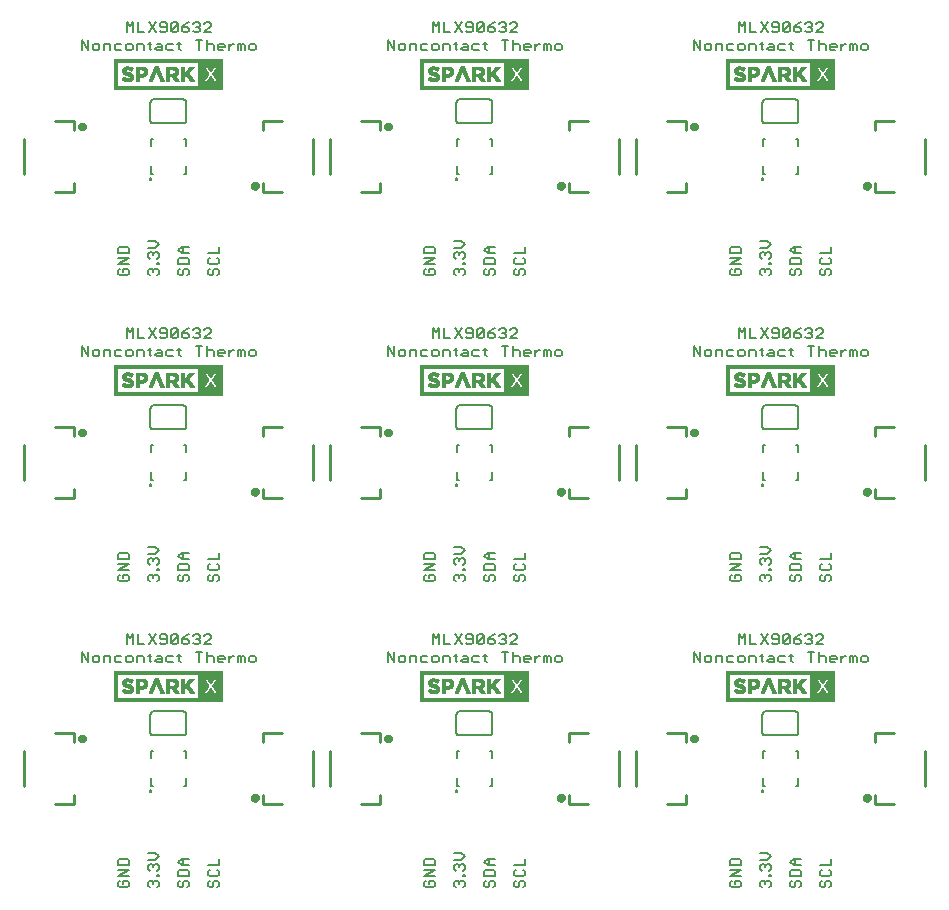
<source format=gto>
G75*
%MOIN*%
%OFA0B0*%
%FSLAX25Y25*%
%IPPOS*%
%LPD*%
%AMOC8*
5,1,8,0,0,1.08239X$1,22.5*
%
%ADD10C,0.00600*%
%ADD11C,0.01000*%
%ADD12C,0.01575*%
%ADD13C,0.00039*%
%ADD14C,0.00800*%
%ADD15C,0.00700*%
D10*
X0067297Y0060367D02*
X0067864Y0059800D01*
X0070133Y0059800D01*
X0070700Y0060367D01*
X0070700Y0061501D01*
X0070133Y0062069D01*
X0068999Y0062069D01*
X0068999Y0060934D01*
X0067864Y0062069D02*
X0067297Y0061501D01*
X0067297Y0060367D01*
X0067297Y0063483D02*
X0070700Y0065752D01*
X0067297Y0065752D01*
X0067297Y0067166D02*
X0067297Y0068868D01*
X0067864Y0069435D01*
X0070133Y0069435D01*
X0070700Y0068868D01*
X0070700Y0067166D01*
X0067297Y0067166D01*
X0067297Y0063483D02*
X0070700Y0063483D01*
X0077297Y0061501D02*
X0077864Y0062069D01*
X0078431Y0062069D01*
X0078999Y0061501D01*
X0079566Y0062069D01*
X0080133Y0062069D01*
X0080700Y0061501D01*
X0080700Y0060367D01*
X0080133Y0059800D01*
X0078999Y0060934D02*
X0078999Y0061501D01*
X0077297Y0061501D02*
X0077297Y0060367D01*
X0077864Y0059800D01*
X0080133Y0063483D02*
X0080133Y0064050D01*
X0080700Y0064050D01*
X0080700Y0063483D01*
X0080133Y0063483D01*
X0080133Y0065325D02*
X0080700Y0065892D01*
X0080700Y0067026D01*
X0080133Y0067593D01*
X0079566Y0067593D01*
X0078999Y0067026D01*
X0078999Y0066459D01*
X0078999Y0067026D02*
X0078431Y0067593D01*
X0077864Y0067593D01*
X0077297Y0067026D01*
X0077297Y0065892D01*
X0077864Y0065325D01*
X0077297Y0069008D02*
X0079566Y0069008D01*
X0080700Y0070142D01*
X0079566Y0071276D01*
X0077297Y0071276D01*
X0087297Y0068301D02*
X0088431Y0067166D01*
X0090700Y0067166D01*
X0090133Y0065752D02*
X0087864Y0065752D01*
X0087297Y0065185D01*
X0087297Y0063483D01*
X0090700Y0063483D01*
X0090700Y0065185D01*
X0090133Y0065752D01*
X0088999Y0067166D02*
X0088999Y0069435D01*
X0088431Y0069435D02*
X0090700Y0069435D01*
X0088431Y0069435D02*
X0087297Y0068301D01*
X0087864Y0062069D02*
X0087297Y0061501D01*
X0087297Y0060367D01*
X0087864Y0059800D01*
X0088431Y0059800D01*
X0088999Y0060367D01*
X0088999Y0061501D01*
X0089566Y0062069D01*
X0090133Y0062069D01*
X0090700Y0061501D01*
X0090700Y0060367D01*
X0090133Y0059800D01*
X0097297Y0060367D02*
X0097864Y0059800D01*
X0098431Y0059800D01*
X0098999Y0060367D01*
X0098999Y0061501D01*
X0099566Y0062069D01*
X0100133Y0062069D01*
X0100700Y0061501D01*
X0100700Y0060367D01*
X0100133Y0059800D01*
X0097297Y0060367D02*
X0097297Y0061501D01*
X0097864Y0062069D01*
X0097864Y0063483D02*
X0100133Y0063483D01*
X0100700Y0064050D01*
X0100700Y0065185D01*
X0100133Y0065752D01*
X0100700Y0067166D02*
X0100700Y0069435D01*
X0100700Y0067166D02*
X0097297Y0067166D01*
X0097864Y0065752D02*
X0097297Y0065185D01*
X0097297Y0064050D01*
X0097864Y0063483D01*
X0089000Y0110500D02*
X0079000Y0110500D01*
X0078940Y0110502D01*
X0078879Y0110507D01*
X0078820Y0110516D01*
X0078761Y0110529D01*
X0078702Y0110545D01*
X0078645Y0110565D01*
X0078590Y0110588D01*
X0078535Y0110615D01*
X0078483Y0110644D01*
X0078432Y0110677D01*
X0078383Y0110713D01*
X0078337Y0110751D01*
X0078293Y0110793D01*
X0078251Y0110837D01*
X0078213Y0110883D01*
X0078177Y0110932D01*
X0078144Y0110983D01*
X0078115Y0111035D01*
X0078088Y0111090D01*
X0078065Y0111145D01*
X0078045Y0111202D01*
X0078029Y0111261D01*
X0078016Y0111320D01*
X0078007Y0111379D01*
X0078002Y0111440D01*
X0078000Y0111500D01*
X0078000Y0117500D01*
X0078002Y0117560D01*
X0078007Y0117621D01*
X0078016Y0117680D01*
X0078029Y0117739D01*
X0078045Y0117798D01*
X0078065Y0117855D01*
X0078088Y0117910D01*
X0078115Y0117965D01*
X0078144Y0118017D01*
X0078177Y0118068D01*
X0078213Y0118117D01*
X0078251Y0118163D01*
X0078293Y0118207D01*
X0078337Y0118249D01*
X0078383Y0118287D01*
X0078432Y0118323D01*
X0078483Y0118356D01*
X0078535Y0118385D01*
X0078590Y0118412D01*
X0078645Y0118435D01*
X0078702Y0118455D01*
X0078761Y0118471D01*
X0078820Y0118484D01*
X0078879Y0118493D01*
X0078940Y0118498D01*
X0079000Y0118500D01*
X0089000Y0118500D01*
X0089060Y0118498D01*
X0089121Y0118493D01*
X0089180Y0118484D01*
X0089239Y0118471D01*
X0089298Y0118455D01*
X0089355Y0118435D01*
X0089410Y0118412D01*
X0089465Y0118385D01*
X0089517Y0118356D01*
X0089568Y0118323D01*
X0089617Y0118287D01*
X0089663Y0118249D01*
X0089707Y0118207D01*
X0089749Y0118163D01*
X0089787Y0118117D01*
X0089823Y0118068D01*
X0089856Y0118017D01*
X0089885Y0117965D01*
X0089912Y0117910D01*
X0089935Y0117855D01*
X0089955Y0117798D01*
X0089971Y0117739D01*
X0089984Y0117680D01*
X0089993Y0117621D01*
X0089998Y0117560D01*
X0090000Y0117500D01*
X0090000Y0111500D01*
X0089998Y0111440D01*
X0089993Y0111379D01*
X0089984Y0111320D01*
X0089971Y0111261D01*
X0089955Y0111202D01*
X0089935Y0111145D01*
X0089912Y0111090D01*
X0089885Y0111035D01*
X0089856Y0110983D01*
X0089823Y0110932D01*
X0089787Y0110883D01*
X0089749Y0110837D01*
X0089707Y0110793D01*
X0089663Y0110751D01*
X0089617Y0110713D01*
X0089568Y0110677D01*
X0089517Y0110644D01*
X0089465Y0110615D01*
X0089410Y0110588D01*
X0089355Y0110565D01*
X0089298Y0110545D01*
X0089239Y0110529D01*
X0089180Y0110516D01*
X0089121Y0110507D01*
X0089060Y0110502D01*
X0089000Y0110500D01*
X0088083Y0134800D02*
X0087516Y0135367D01*
X0087516Y0137636D01*
X0088083Y0137069D02*
X0086948Y0137069D01*
X0085534Y0137069D02*
X0083832Y0137069D01*
X0083265Y0136501D01*
X0083265Y0135367D01*
X0083832Y0134800D01*
X0085534Y0134800D01*
X0081851Y0134800D02*
X0081851Y0136501D01*
X0081284Y0137069D01*
X0080149Y0137069D01*
X0080149Y0135934D02*
X0081851Y0135934D01*
X0081851Y0134800D02*
X0080149Y0134800D01*
X0079582Y0135367D01*
X0080149Y0135934D01*
X0078261Y0134800D02*
X0077694Y0135367D01*
X0077694Y0137636D01*
X0077127Y0137069D02*
X0078261Y0137069D01*
X0075712Y0136501D02*
X0075712Y0134800D01*
X0075712Y0136501D02*
X0075145Y0137069D01*
X0073444Y0137069D01*
X0073444Y0134800D01*
X0072029Y0135367D02*
X0071462Y0134800D01*
X0070328Y0134800D01*
X0069760Y0135367D01*
X0069760Y0136501D01*
X0070328Y0137069D01*
X0071462Y0137069D01*
X0072029Y0136501D01*
X0072029Y0135367D01*
X0068346Y0134800D02*
X0066644Y0134800D01*
X0066077Y0135367D01*
X0066077Y0136501D01*
X0066644Y0137069D01*
X0068346Y0137069D01*
X0064663Y0136501D02*
X0064663Y0134800D01*
X0064663Y0136501D02*
X0064096Y0137069D01*
X0062394Y0137069D01*
X0062394Y0134800D01*
X0060980Y0135367D02*
X0060980Y0136501D01*
X0060412Y0137069D01*
X0059278Y0137069D01*
X0058711Y0136501D01*
X0058711Y0135367D01*
X0059278Y0134800D01*
X0060412Y0134800D01*
X0060980Y0135367D01*
X0057296Y0134800D02*
X0057296Y0138203D01*
X0055028Y0138203D02*
X0057296Y0134800D01*
X0055028Y0134800D02*
X0055028Y0138203D01*
X0070067Y0140800D02*
X0070067Y0144203D01*
X0071202Y0143069D01*
X0072336Y0144203D01*
X0072336Y0140800D01*
X0073751Y0140800D02*
X0076019Y0140800D01*
X0077434Y0140800D02*
X0079702Y0144203D01*
X0081117Y0143636D02*
X0081117Y0143069D01*
X0081684Y0142501D01*
X0083385Y0142501D01*
X0083385Y0141367D02*
X0083385Y0143636D01*
X0082818Y0144203D01*
X0081684Y0144203D01*
X0081117Y0143636D01*
X0081117Y0141367D02*
X0081684Y0140800D01*
X0082818Y0140800D01*
X0083385Y0141367D01*
X0084800Y0141367D02*
X0087069Y0143636D01*
X0087069Y0141367D01*
X0086501Y0140800D01*
X0085367Y0140800D01*
X0084800Y0141367D01*
X0084800Y0143636D01*
X0085367Y0144203D01*
X0086501Y0144203D01*
X0087069Y0143636D01*
X0088483Y0142501D02*
X0088483Y0141367D01*
X0089050Y0140800D01*
X0090185Y0140800D01*
X0090752Y0141367D01*
X0090752Y0141934D01*
X0090185Y0142501D01*
X0088483Y0142501D01*
X0089617Y0143636D01*
X0090752Y0144203D01*
X0092166Y0143636D02*
X0092733Y0144203D01*
X0093868Y0144203D01*
X0094435Y0143636D01*
X0094435Y0143069D01*
X0093868Y0142501D01*
X0094435Y0141934D01*
X0094435Y0141367D01*
X0093868Y0140800D01*
X0092733Y0140800D01*
X0092166Y0141367D01*
X0093301Y0142501D02*
X0093868Y0142501D01*
X0095849Y0143636D02*
X0096417Y0144203D01*
X0097551Y0144203D01*
X0098118Y0143636D01*
X0098118Y0143069D01*
X0095849Y0140800D01*
X0098118Y0140800D01*
X0096770Y0138203D02*
X0096770Y0134800D01*
X0096770Y0136501D02*
X0097337Y0137069D01*
X0098472Y0137069D01*
X0099039Y0136501D01*
X0099039Y0134800D01*
X0100453Y0135367D02*
X0100453Y0136501D01*
X0101020Y0137069D01*
X0102155Y0137069D01*
X0102722Y0136501D01*
X0102722Y0135934D01*
X0100453Y0135934D01*
X0100453Y0135367D02*
X0101020Y0134800D01*
X0102155Y0134800D01*
X0104136Y0134800D02*
X0104136Y0137069D01*
X0104136Y0135934D02*
X0105271Y0137069D01*
X0105838Y0137069D01*
X0107206Y0137069D02*
X0107773Y0137069D01*
X0108340Y0136501D01*
X0108907Y0137069D01*
X0109474Y0136501D01*
X0109474Y0134800D01*
X0108340Y0134800D02*
X0108340Y0136501D01*
X0107206Y0137069D02*
X0107206Y0134800D01*
X0110889Y0135367D02*
X0111456Y0134800D01*
X0112590Y0134800D01*
X0113158Y0135367D01*
X0113158Y0136501D01*
X0112590Y0137069D01*
X0111456Y0137069D01*
X0110889Y0136501D01*
X0110889Y0135367D01*
X0095356Y0138203D02*
X0093087Y0138203D01*
X0094221Y0138203D02*
X0094221Y0134800D01*
X0079702Y0140800D02*
X0077434Y0144203D01*
X0073751Y0144203D02*
X0073751Y0140800D01*
X0070133Y0161800D02*
X0070700Y0162367D01*
X0070700Y0163501D01*
X0070133Y0164069D01*
X0068999Y0164069D01*
X0068999Y0162934D01*
X0070133Y0161800D02*
X0067864Y0161800D01*
X0067297Y0162367D01*
X0067297Y0163501D01*
X0067864Y0164069D01*
X0067297Y0165483D02*
X0070700Y0167752D01*
X0067297Y0167752D01*
X0067297Y0169166D02*
X0067297Y0170868D01*
X0067864Y0171435D01*
X0070133Y0171435D01*
X0070700Y0170868D01*
X0070700Y0169166D01*
X0067297Y0169166D01*
X0067297Y0165483D02*
X0070700Y0165483D01*
X0077297Y0163501D02*
X0077864Y0164069D01*
X0078431Y0164069D01*
X0078999Y0163501D01*
X0079566Y0164069D01*
X0080133Y0164069D01*
X0080700Y0163501D01*
X0080700Y0162367D01*
X0080133Y0161800D01*
X0078999Y0162934D02*
X0078999Y0163501D01*
X0077297Y0163501D02*
X0077297Y0162367D01*
X0077864Y0161800D01*
X0080133Y0165483D02*
X0080133Y0166050D01*
X0080700Y0166050D01*
X0080700Y0165483D01*
X0080133Y0165483D01*
X0080133Y0167325D02*
X0080700Y0167892D01*
X0080700Y0169026D01*
X0080133Y0169593D01*
X0079566Y0169593D01*
X0078999Y0169026D01*
X0078999Y0168459D01*
X0078999Y0169026D02*
X0078431Y0169593D01*
X0077864Y0169593D01*
X0077297Y0169026D01*
X0077297Y0167892D01*
X0077864Y0167325D01*
X0077297Y0171008D02*
X0079566Y0171008D01*
X0080700Y0172142D01*
X0079566Y0173276D01*
X0077297Y0173276D01*
X0087297Y0170301D02*
X0088431Y0171435D01*
X0090700Y0171435D01*
X0088999Y0171435D02*
X0088999Y0169166D01*
X0088431Y0169166D02*
X0087297Y0170301D01*
X0088431Y0169166D02*
X0090700Y0169166D01*
X0090133Y0167752D02*
X0087864Y0167752D01*
X0087297Y0167185D01*
X0087297Y0165483D01*
X0090700Y0165483D01*
X0090700Y0167185D01*
X0090133Y0167752D01*
X0090133Y0164069D02*
X0090700Y0163501D01*
X0090700Y0162367D01*
X0090133Y0161800D01*
X0088999Y0162367D02*
X0088999Y0163501D01*
X0089566Y0164069D01*
X0090133Y0164069D01*
X0088999Y0162367D02*
X0088431Y0161800D01*
X0087864Y0161800D01*
X0087297Y0162367D01*
X0087297Y0163501D01*
X0087864Y0164069D01*
X0097297Y0163501D02*
X0097297Y0162367D01*
X0097864Y0161800D01*
X0098431Y0161800D01*
X0098999Y0162367D01*
X0098999Y0163501D01*
X0099566Y0164069D01*
X0100133Y0164069D01*
X0100700Y0163501D01*
X0100700Y0162367D01*
X0100133Y0161800D01*
X0097864Y0164069D02*
X0097297Y0163501D01*
X0097864Y0165483D02*
X0100133Y0165483D01*
X0100700Y0166050D01*
X0100700Y0167185D01*
X0100133Y0167752D01*
X0100700Y0169166D02*
X0097297Y0169166D01*
X0097864Y0167752D02*
X0097297Y0167185D01*
X0097297Y0166050D01*
X0097864Y0165483D01*
X0100700Y0169166D02*
X0100700Y0171435D01*
X0089000Y0212500D02*
X0079000Y0212500D01*
X0078940Y0212502D01*
X0078879Y0212507D01*
X0078820Y0212516D01*
X0078761Y0212529D01*
X0078702Y0212545D01*
X0078645Y0212565D01*
X0078590Y0212588D01*
X0078535Y0212615D01*
X0078483Y0212644D01*
X0078432Y0212677D01*
X0078383Y0212713D01*
X0078337Y0212751D01*
X0078293Y0212793D01*
X0078251Y0212837D01*
X0078213Y0212883D01*
X0078177Y0212932D01*
X0078144Y0212983D01*
X0078115Y0213035D01*
X0078088Y0213090D01*
X0078065Y0213145D01*
X0078045Y0213202D01*
X0078029Y0213261D01*
X0078016Y0213320D01*
X0078007Y0213379D01*
X0078002Y0213440D01*
X0078000Y0213500D01*
X0078000Y0219500D01*
X0078002Y0219560D01*
X0078007Y0219621D01*
X0078016Y0219680D01*
X0078029Y0219739D01*
X0078045Y0219798D01*
X0078065Y0219855D01*
X0078088Y0219910D01*
X0078115Y0219965D01*
X0078144Y0220017D01*
X0078177Y0220068D01*
X0078213Y0220117D01*
X0078251Y0220163D01*
X0078293Y0220207D01*
X0078337Y0220249D01*
X0078383Y0220287D01*
X0078432Y0220323D01*
X0078483Y0220356D01*
X0078535Y0220385D01*
X0078590Y0220412D01*
X0078645Y0220435D01*
X0078702Y0220455D01*
X0078761Y0220471D01*
X0078820Y0220484D01*
X0078879Y0220493D01*
X0078940Y0220498D01*
X0079000Y0220500D01*
X0089000Y0220500D01*
X0089060Y0220498D01*
X0089121Y0220493D01*
X0089180Y0220484D01*
X0089239Y0220471D01*
X0089298Y0220455D01*
X0089355Y0220435D01*
X0089410Y0220412D01*
X0089465Y0220385D01*
X0089517Y0220356D01*
X0089568Y0220323D01*
X0089617Y0220287D01*
X0089663Y0220249D01*
X0089707Y0220207D01*
X0089749Y0220163D01*
X0089787Y0220117D01*
X0089823Y0220068D01*
X0089856Y0220017D01*
X0089885Y0219965D01*
X0089912Y0219910D01*
X0089935Y0219855D01*
X0089955Y0219798D01*
X0089971Y0219739D01*
X0089984Y0219680D01*
X0089993Y0219621D01*
X0089998Y0219560D01*
X0090000Y0219500D01*
X0090000Y0213500D01*
X0089998Y0213440D01*
X0089993Y0213379D01*
X0089984Y0213320D01*
X0089971Y0213261D01*
X0089955Y0213202D01*
X0089935Y0213145D01*
X0089912Y0213090D01*
X0089885Y0213035D01*
X0089856Y0212983D01*
X0089823Y0212932D01*
X0089787Y0212883D01*
X0089749Y0212837D01*
X0089707Y0212793D01*
X0089663Y0212751D01*
X0089617Y0212713D01*
X0089568Y0212677D01*
X0089517Y0212644D01*
X0089465Y0212615D01*
X0089410Y0212588D01*
X0089355Y0212565D01*
X0089298Y0212545D01*
X0089239Y0212529D01*
X0089180Y0212516D01*
X0089121Y0212507D01*
X0089060Y0212502D01*
X0089000Y0212500D01*
X0088083Y0236800D02*
X0087516Y0237367D01*
X0087516Y0239636D01*
X0088083Y0239069D02*
X0086948Y0239069D01*
X0085534Y0239069D02*
X0083832Y0239069D01*
X0083265Y0238501D01*
X0083265Y0237367D01*
X0083832Y0236800D01*
X0085534Y0236800D01*
X0081851Y0236800D02*
X0080149Y0236800D01*
X0079582Y0237367D01*
X0080149Y0237934D01*
X0081851Y0237934D01*
X0081851Y0238501D02*
X0081851Y0236800D01*
X0081851Y0238501D02*
X0081284Y0239069D01*
X0080149Y0239069D01*
X0078261Y0239069D02*
X0077127Y0239069D01*
X0077694Y0239636D02*
X0077694Y0237367D01*
X0078261Y0236800D01*
X0075712Y0236800D02*
X0075712Y0238501D01*
X0075145Y0239069D01*
X0073444Y0239069D01*
X0073444Y0236800D01*
X0072029Y0237367D02*
X0072029Y0238501D01*
X0071462Y0239069D01*
X0070328Y0239069D01*
X0069760Y0238501D01*
X0069760Y0237367D01*
X0070328Y0236800D01*
X0071462Y0236800D01*
X0072029Y0237367D01*
X0068346Y0236800D02*
X0066644Y0236800D01*
X0066077Y0237367D01*
X0066077Y0238501D01*
X0066644Y0239069D01*
X0068346Y0239069D01*
X0064663Y0238501D02*
X0064663Y0236800D01*
X0064663Y0238501D02*
X0064096Y0239069D01*
X0062394Y0239069D01*
X0062394Y0236800D01*
X0060980Y0237367D02*
X0060980Y0238501D01*
X0060412Y0239069D01*
X0059278Y0239069D01*
X0058711Y0238501D01*
X0058711Y0237367D01*
X0059278Y0236800D01*
X0060412Y0236800D01*
X0060980Y0237367D01*
X0057296Y0236800D02*
X0057296Y0240203D01*
X0055028Y0240203D02*
X0057296Y0236800D01*
X0055028Y0236800D02*
X0055028Y0240203D01*
X0070067Y0242800D02*
X0070067Y0246203D01*
X0071202Y0245069D01*
X0072336Y0246203D01*
X0072336Y0242800D01*
X0073751Y0242800D02*
X0076019Y0242800D01*
X0077434Y0242800D02*
X0079702Y0246203D01*
X0081117Y0245636D02*
X0081117Y0245069D01*
X0081684Y0244501D01*
X0083385Y0244501D01*
X0083385Y0243367D02*
X0083385Y0245636D01*
X0082818Y0246203D01*
X0081684Y0246203D01*
X0081117Y0245636D01*
X0081117Y0243367D02*
X0081684Y0242800D01*
X0082818Y0242800D01*
X0083385Y0243367D01*
X0084800Y0243367D02*
X0087069Y0245636D01*
X0087069Y0243367D01*
X0086501Y0242800D01*
X0085367Y0242800D01*
X0084800Y0243367D01*
X0084800Y0245636D01*
X0085367Y0246203D01*
X0086501Y0246203D01*
X0087069Y0245636D01*
X0088483Y0244501D02*
X0088483Y0243367D01*
X0089050Y0242800D01*
X0090185Y0242800D01*
X0090752Y0243367D01*
X0090752Y0243934D01*
X0090185Y0244501D01*
X0088483Y0244501D01*
X0089617Y0245636D01*
X0090752Y0246203D01*
X0092166Y0245636D02*
X0092733Y0246203D01*
X0093868Y0246203D01*
X0094435Y0245636D01*
X0094435Y0245069D01*
X0093868Y0244501D01*
X0094435Y0243934D01*
X0094435Y0243367D01*
X0093868Y0242800D01*
X0092733Y0242800D01*
X0092166Y0243367D01*
X0093301Y0244501D02*
X0093868Y0244501D01*
X0095849Y0245636D02*
X0096417Y0246203D01*
X0097551Y0246203D01*
X0098118Y0245636D01*
X0098118Y0245069D01*
X0095849Y0242800D01*
X0098118Y0242800D01*
X0096770Y0240203D02*
X0096770Y0236800D01*
X0096770Y0238501D02*
X0097337Y0239069D01*
X0098472Y0239069D01*
X0099039Y0238501D01*
X0099039Y0236800D01*
X0100453Y0237367D02*
X0100453Y0238501D01*
X0101020Y0239069D01*
X0102155Y0239069D01*
X0102722Y0238501D01*
X0102722Y0237934D01*
X0100453Y0237934D01*
X0100453Y0237367D02*
X0101020Y0236800D01*
X0102155Y0236800D01*
X0104136Y0236800D02*
X0104136Y0239069D01*
X0104136Y0237934D02*
X0105271Y0239069D01*
X0105838Y0239069D01*
X0107206Y0239069D02*
X0107773Y0239069D01*
X0108340Y0238501D01*
X0108907Y0239069D01*
X0109474Y0238501D01*
X0109474Y0236800D01*
X0108340Y0236800D02*
X0108340Y0238501D01*
X0107206Y0239069D02*
X0107206Y0236800D01*
X0110889Y0237367D02*
X0111456Y0236800D01*
X0112590Y0236800D01*
X0113158Y0237367D01*
X0113158Y0238501D01*
X0112590Y0239069D01*
X0111456Y0239069D01*
X0110889Y0238501D01*
X0110889Y0237367D01*
X0095356Y0240203D02*
X0093087Y0240203D01*
X0094221Y0240203D02*
X0094221Y0236800D01*
X0079702Y0242800D02*
X0077434Y0246203D01*
X0073751Y0246203D02*
X0073751Y0242800D01*
X0070133Y0263800D02*
X0070700Y0264367D01*
X0070700Y0265501D01*
X0070133Y0266069D01*
X0068999Y0266069D01*
X0068999Y0264934D01*
X0070133Y0263800D02*
X0067864Y0263800D01*
X0067297Y0264367D01*
X0067297Y0265501D01*
X0067864Y0266069D01*
X0067297Y0267483D02*
X0070700Y0269752D01*
X0067297Y0269752D01*
X0067297Y0271166D02*
X0067297Y0272868D01*
X0067864Y0273435D01*
X0070133Y0273435D01*
X0070700Y0272868D01*
X0070700Y0271166D01*
X0067297Y0271166D01*
X0067297Y0267483D02*
X0070700Y0267483D01*
X0077297Y0265501D02*
X0077864Y0266069D01*
X0078431Y0266069D01*
X0078999Y0265501D01*
X0079566Y0266069D01*
X0080133Y0266069D01*
X0080700Y0265501D01*
X0080700Y0264367D01*
X0080133Y0263800D01*
X0078999Y0264934D02*
X0078999Y0265501D01*
X0077297Y0265501D02*
X0077297Y0264367D01*
X0077864Y0263800D01*
X0080133Y0267483D02*
X0080133Y0268050D01*
X0080700Y0268050D01*
X0080700Y0267483D01*
X0080133Y0267483D01*
X0080133Y0269325D02*
X0080700Y0269892D01*
X0080700Y0271026D01*
X0080133Y0271593D01*
X0079566Y0271593D01*
X0078999Y0271026D01*
X0078999Y0270459D01*
X0078999Y0271026D02*
X0078431Y0271593D01*
X0077864Y0271593D01*
X0077297Y0271026D01*
X0077297Y0269892D01*
X0077864Y0269325D01*
X0077297Y0273008D02*
X0079566Y0273008D01*
X0080700Y0274142D01*
X0079566Y0275276D01*
X0077297Y0275276D01*
X0087297Y0272301D02*
X0088431Y0273435D01*
X0090700Y0273435D01*
X0088999Y0273435D02*
X0088999Y0271166D01*
X0088431Y0271166D02*
X0087297Y0272301D01*
X0088431Y0271166D02*
X0090700Y0271166D01*
X0090133Y0269752D02*
X0087864Y0269752D01*
X0087297Y0269185D01*
X0087297Y0267483D01*
X0090700Y0267483D01*
X0090700Y0269185D01*
X0090133Y0269752D01*
X0090133Y0266069D02*
X0090700Y0265501D01*
X0090700Y0264367D01*
X0090133Y0263800D01*
X0088999Y0264367D02*
X0088999Y0265501D01*
X0089566Y0266069D01*
X0090133Y0266069D01*
X0088999Y0264367D02*
X0088431Y0263800D01*
X0087864Y0263800D01*
X0087297Y0264367D01*
X0087297Y0265501D01*
X0087864Y0266069D01*
X0097297Y0265501D02*
X0097297Y0264367D01*
X0097864Y0263800D01*
X0098431Y0263800D01*
X0098999Y0264367D01*
X0098999Y0265501D01*
X0099566Y0266069D01*
X0100133Y0266069D01*
X0100700Y0265501D01*
X0100700Y0264367D01*
X0100133Y0263800D01*
X0097864Y0266069D02*
X0097297Y0265501D01*
X0097864Y0267483D02*
X0100133Y0267483D01*
X0100700Y0268050D01*
X0100700Y0269185D01*
X0100133Y0269752D01*
X0100700Y0271166D02*
X0097297Y0271166D01*
X0097864Y0269752D02*
X0097297Y0269185D01*
X0097297Y0268050D01*
X0097864Y0267483D01*
X0100700Y0271166D02*
X0100700Y0273435D01*
X0089000Y0314500D02*
X0079000Y0314500D01*
X0078940Y0314502D01*
X0078879Y0314507D01*
X0078820Y0314516D01*
X0078761Y0314529D01*
X0078702Y0314545D01*
X0078645Y0314565D01*
X0078590Y0314588D01*
X0078535Y0314615D01*
X0078483Y0314644D01*
X0078432Y0314677D01*
X0078383Y0314713D01*
X0078337Y0314751D01*
X0078293Y0314793D01*
X0078251Y0314837D01*
X0078213Y0314883D01*
X0078177Y0314932D01*
X0078144Y0314983D01*
X0078115Y0315035D01*
X0078088Y0315090D01*
X0078065Y0315145D01*
X0078045Y0315202D01*
X0078029Y0315261D01*
X0078016Y0315320D01*
X0078007Y0315379D01*
X0078002Y0315440D01*
X0078000Y0315500D01*
X0078000Y0321500D01*
X0078002Y0321560D01*
X0078007Y0321621D01*
X0078016Y0321680D01*
X0078029Y0321739D01*
X0078045Y0321798D01*
X0078065Y0321855D01*
X0078088Y0321910D01*
X0078115Y0321965D01*
X0078144Y0322017D01*
X0078177Y0322068D01*
X0078213Y0322117D01*
X0078251Y0322163D01*
X0078293Y0322207D01*
X0078337Y0322249D01*
X0078383Y0322287D01*
X0078432Y0322323D01*
X0078483Y0322356D01*
X0078535Y0322385D01*
X0078590Y0322412D01*
X0078645Y0322435D01*
X0078702Y0322455D01*
X0078761Y0322471D01*
X0078820Y0322484D01*
X0078879Y0322493D01*
X0078940Y0322498D01*
X0079000Y0322500D01*
X0089000Y0322500D01*
X0089060Y0322498D01*
X0089121Y0322493D01*
X0089180Y0322484D01*
X0089239Y0322471D01*
X0089298Y0322455D01*
X0089355Y0322435D01*
X0089410Y0322412D01*
X0089465Y0322385D01*
X0089517Y0322356D01*
X0089568Y0322323D01*
X0089617Y0322287D01*
X0089663Y0322249D01*
X0089707Y0322207D01*
X0089749Y0322163D01*
X0089787Y0322117D01*
X0089823Y0322068D01*
X0089856Y0322017D01*
X0089885Y0321965D01*
X0089912Y0321910D01*
X0089935Y0321855D01*
X0089955Y0321798D01*
X0089971Y0321739D01*
X0089984Y0321680D01*
X0089993Y0321621D01*
X0089998Y0321560D01*
X0090000Y0321500D01*
X0090000Y0315500D01*
X0089998Y0315440D01*
X0089993Y0315379D01*
X0089984Y0315320D01*
X0089971Y0315261D01*
X0089955Y0315202D01*
X0089935Y0315145D01*
X0089912Y0315090D01*
X0089885Y0315035D01*
X0089856Y0314983D01*
X0089823Y0314932D01*
X0089787Y0314883D01*
X0089749Y0314837D01*
X0089707Y0314793D01*
X0089663Y0314751D01*
X0089617Y0314713D01*
X0089568Y0314677D01*
X0089517Y0314644D01*
X0089465Y0314615D01*
X0089410Y0314588D01*
X0089355Y0314565D01*
X0089298Y0314545D01*
X0089239Y0314529D01*
X0089180Y0314516D01*
X0089121Y0314507D01*
X0089060Y0314502D01*
X0089000Y0314500D01*
X0088083Y0338800D02*
X0087516Y0339367D01*
X0087516Y0341636D01*
X0088083Y0341069D02*
X0086948Y0341069D01*
X0085534Y0341069D02*
X0083832Y0341069D01*
X0083265Y0340501D01*
X0083265Y0339367D01*
X0083832Y0338800D01*
X0085534Y0338800D01*
X0081851Y0338800D02*
X0080149Y0338800D01*
X0079582Y0339367D01*
X0080149Y0339934D01*
X0081851Y0339934D01*
X0081851Y0340501D02*
X0081851Y0338800D01*
X0081851Y0340501D02*
X0081284Y0341069D01*
X0080149Y0341069D01*
X0078261Y0341069D02*
X0077127Y0341069D01*
X0077694Y0341636D02*
X0077694Y0339367D01*
X0078261Y0338800D01*
X0075712Y0338800D02*
X0075712Y0340501D01*
X0075145Y0341069D01*
X0073444Y0341069D01*
X0073444Y0338800D01*
X0072029Y0339367D02*
X0072029Y0340501D01*
X0071462Y0341069D01*
X0070328Y0341069D01*
X0069760Y0340501D01*
X0069760Y0339367D01*
X0070328Y0338800D01*
X0071462Y0338800D01*
X0072029Y0339367D01*
X0068346Y0338800D02*
X0066644Y0338800D01*
X0066077Y0339367D01*
X0066077Y0340501D01*
X0066644Y0341069D01*
X0068346Y0341069D01*
X0064663Y0340501D02*
X0064663Y0338800D01*
X0064663Y0340501D02*
X0064096Y0341069D01*
X0062394Y0341069D01*
X0062394Y0338800D01*
X0060980Y0339367D02*
X0060980Y0340501D01*
X0060412Y0341069D01*
X0059278Y0341069D01*
X0058711Y0340501D01*
X0058711Y0339367D01*
X0059278Y0338800D01*
X0060412Y0338800D01*
X0060980Y0339367D01*
X0057296Y0338800D02*
X0057296Y0342203D01*
X0055028Y0342203D02*
X0057296Y0338800D01*
X0055028Y0338800D02*
X0055028Y0342203D01*
X0070067Y0344800D02*
X0070067Y0348203D01*
X0071202Y0347069D01*
X0072336Y0348203D01*
X0072336Y0344800D01*
X0073751Y0344800D02*
X0076019Y0344800D01*
X0077434Y0344800D02*
X0079702Y0348203D01*
X0081117Y0347636D02*
X0081117Y0347069D01*
X0081684Y0346501D01*
X0083385Y0346501D01*
X0083385Y0345367D02*
X0083385Y0347636D01*
X0082818Y0348203D01*
X0081684Y0348203D01*
X0081117Y0347636D01*
X0081117Y0345367D02*
X0081684Y0344800D01*
X0082818Y0344800D01*
X0083385Y0345367D01*
X0084800Y0345367D02*
X0087069Y0347636D01*
X0087069Y0345367D01*
X0086501Y0344800D01*
X0085367Y0344800D01*
X0084800Y0345367D01*
X0084800Y0347636D01*
X0085367Y0348203D01*
X0086501Y0348203D01*
X0087069Y0347636D01*
X0088483Y0346501D02*
X0090185Y0346501D01*
X0090752Y0345934D01*
X0090752Y0345367D01*
X0090185Y0344800D01*
X0089050Y0344800D01*
X0088483Y0345367D01*
X0088483Y0346501D01*
X0089617Y0347636D01*
X0090752Y0348203D01*
X0092166Y0347636D02*
X0092733Y0348203D01*
X0093868Y0348203D01*
X0094435Y0347636D01*
X0094435Y0347069D01*
X0093868Y0346501D01*
X0094435Y0345934D01*
X0094435Y0345367D01*
X0093868Y0344800D01*
X0092733Y0344800D01*
X0092166Y0345367D01*
X0093301Y0346501D02*
X0093868Y0346501D01*
X0095849Y0347636D02*
X0096417Y0348203D01*
X0097551Y0348203D01*
X0098118Y0347636D01*
X0098118Y0347069D01*
X0095849Y0344800D01*
X0098118Y0344800D01*
X0096770Y0342203D02*
X0096770Y0338800D01*
X0096770Y0340501D02*
X0097337Y0341069D01*
X0098472Y0341069D01*
X0099039Y0340501D01*
X0099039Y0338800D01*
X0100453Y0339367D02*
X0100453Y0340501D01*
X0101020Y0341069D01*
X0102155Y0341069D01*
X0102722Y0340501D01*
X0102722Y0339934D01*
X0100453Y0339934D01*
X0100453Y0339367D02*
X0101020Y0338800D01*
X0102155Y0338800D01*
X0104136Y0338800D02*
X0104136Y0341069D01*
X0104136Y0339934D02*
X0105271Y0341069D01*
X0105838Y0341069D01*
X0107206Y0341069D02*
X0107773Y0341069D01*
X0108340Y0340501D01*
X0108907Y0341069D01*
X0109474Y0340501D01*
X0109474Y0338800D01*
X0108340Y0338800D02*
X0108340Y0340501D01*
X0107206Y0341069D02*
X0107206Y0338800D01*
X0110889Y0339367D02*
X0111456Y0338800D01*
X0112590Y0338800D01*
X0113158Y0339367D01*
X0113158Y0340501D01*
X0112590Y0341069D01*
X0111456Y0341069D01*
X0110889Y0340501D01*
X0110889Y0339367D01*
X0095356Y0342203D02*
X0093087Y0342203D01*
X0094221Y0342203D02*
X0094221Y0338800D01*
X0079702Y0344800D02*
X0077434Y0348203D01*
X0073751Y0348203D02*
X0073751Y0344800D01*
X0157028Y0342203D02*
X0157028Y0338800D01*
X0159296Y0338800D02*
X0157028Y0342203D01*
X0159296Y0342203D02*
X0159296Y0338800D01*
X0160711Y0339367D02*
X0161278Y0338800D01*
X0162412Y0338800D01*
X0162980Y0339367D01*
X0162980Y0340501D01*
X0162412Y0341069D01*
X0161278Y0341069D01*
X0160711Y0340501D01*
X0160711Y0339367D01*
X0164394Y0338800D02*
X0164394Y0341069D01*
X0166096Y0341069D01*
X0166663Y0340501D01*
X0166663Y0338800D01*
X0168077Y0339367D02*
X0168644Y0338800D01*
X0170346Y0338800D01*
X0171760Y0339367D02*
X0172328Y0338800D01*
X0173462Y0338800D01*
X0174029Y0339367D01*
X0174029Y0340501D01*
X0173462Y0341069D01*
X0172328Y0341069D01*
X0171760Y0340501D01*
X0171760Y0339367D01*
X0170346Y0341069D02*
X0168644Y0341069D01*
X0168077Y0340501D01*
X0168077Y0339367D01*
X0172067Y0344800D02*
X0172067Y0348203D01*
X0173202Y0347069D01*
X0174336Y0348203D01*
X0174336Y0344800D01*
X0175751Y0344800D02*
X0178019Y0344800D01*
X0179434Y0344800D02*
X0181702Y0348203D01*
X0183117Y0347636D02*
X0183117Y0347069D01*
X0183684Y0346501D01*
X0185385Y0346501D01*
X0185385Y0345367D02*
X0185385Y0347636D01*
X0184818Y0348203D01*
X0183684Y0348203D01*
X0183117Y0347636D01*
X0183117Y0345367D02*
X0183684Y0344800D01*
X0184818Y0344800D01*
X0185385Y0345367D01*
X0186800Y0345367D02*
X0187367Y0344800D01*
X0188501Y0344800D01*
X0189069Y0345367D01*
X0189069Y0347636D01*
X0186800Y0345367D01*
X0186800Y0347636D01*
X0187367Y0348203D01*
X0188501Y0348203D01*
X0189069Y0347636D01*
X0190483Y0346501D02*
X0192185Y0346501D01*
X0192752Y0345934D01*
X0192752Y0345367D01*
X0192185Y0344800D01*
X0191050Y0344800D01*
X0190483Y0345367D01*
X0190483Y0346501D01*
X0191617Y0347636D01*
X0192752Y0348203D01*
X0194166Y0347636D02*
X0194733Y0348203D01*
X0195868Y0348203D01*
X0196435Y0347636D01*
X0196435Y0347069D01*
X0195868Y0346501D01*
X0196435Y0345934D01*
X0196435Y0345367D01*
X0195868Y0344800D01*
X0194733Y0344800D01*
X0194166Y0345367D01*
X0195301Y0346501D02*
X0195868Y0346501D01*
X0197849Y0347636D02*
X0198417Y0348203D01*
X0199551Y0348203D01*
X0200118Y0347636D01*
X0200118Y0347069D01*
X0197849Y0344800D01*
X0200118Y0344800D01*
X0198770Y0342203D02*
X0198770Y0338800D01*
X0198770Y0340501D02*
X0199337Y0341069D01*
X0200472Y0341069D01*
X0201039Y0340501D01*
X0201039Y0338800D01*
X0202453Y0339367D02*
X0202453Y0340501D01*
X0203020Y0341069D01*
X0204155Y0341069D01*
X0204722Y0340501D01*
X0204722Y0339934D01*
X0202453Y0339934D01*
X0202453Y0339367D02*
X0203020Y0338800D01*
X0204155Y0338800D01*
X0206136Y0338800D02*
X0206136Y0341069D01*
X0206136Y0339934D02*
X0207271Y0341069D01*
X0207838Y0341069D01*
X0209206Y0341069D02*
X0209773Y0341069D01*
X0210340Y0340501D01*
X0210907Y0341069D01*
X0211474Y0340501D01*
X0211474Y0338800D01*
X0210340Y0338800D02*
X0210340Y0340501D01*
X0209206Y0341069D02*
X0209206Y0338800D01*
X0212889Y0339367D02*
X0213456Y0338800D01*
X0214590Y0338800D01*
X0215158Y0339367D01*
X0215158Y0340501D01*
X0214590Y0341069D01*
X0213456Y0341069D01*
X0212889Y0340501D01*
X0212889Y0339367D01*
X0197356Y0342203D02*
X0195087Y0342203D01*
X0196221Y0342203D02*
X0196221Y0338800D01*
X0190083Y0338800D02*
X0189516Y0339367D01*
X0189516Y0341636D01*
X0190083Y0341069D02*
X0188948Y0341069D01*
X0187534Y0341069D02*
X0185832Y0341069D01*
X0185265Y0340501D01*
X0185265Y0339367D01*
X0185832Y0338800D01*
X0187534Y0338800D01*
X0183851Y0338800D02*
X0182149Y0338800D01*
X0181582Y0339367D01*
X0182149Y0339934D01*
X0183851Y0339934D01*
X0183851Y0340501D02*
X0183851Y0338800D01*
X0183851Y0340501D02*
X0183284Y0341069D01*
X0182149Y0341069D01*
X0180261Y0341069D02*
X0179127Y0341069D01*
X0179694Y0341636D02*
X0179694Y0339367D01*
X0180261Y0338800D01*
X0177712Y0338800D02*
X0177712Y0340501D01*
X0177145Y0341069D01*
X0175444Y0341069D01*
X0175444Y0338800D01*
X0175751Y0344800D02*
X0175751Y0348203D01*
X0179434Y0348203D02*
X0181702Y0344800D01*
X0181000Y0322500D02*
X0191000Y0322500D01*
X0191060Y0322498D01*
X0191121Y0322493D01*
X0191180Y0322484D01*
X0191239Y0322471D01*
X0191298Y0322455D01*
X0191355Y0322435D01*
X0191410Y0322412D01*
X0191465Y0322385D01*
X0191517Y0322356D01*
X0191568Y0322323D01*
X0191617Y0322287D01*
X0191663Y0322249D01*
X0191707Y0322207D01*
X0191749Y0322163D01*
X0191787Y0322117D01*
X0191823Y0322068D01*
X0191856Y0322017D01*
X0191885Y0321965D01*
X0191912Y0321910D01*
X0191935Y0321855D01*
X0191955Y0321798D01*
X0191971Y0321739D01*
X0191984Y0321680D01*
X0191993Y0321621D01*
X0191998Y0321560D01*
X0192000Y0321500D01*
X0192000Y0315500D01*
X0191998Y0315440D01*
X0191993Y0315379D01*
X0191984Y0315320D01*
X0191971Y0315261D01*
X0191955Y0315202D01*
X0191935Y0315145D01*
X0191912Y0315090D01*
X0191885Y0315035D01*
X0191856Y0314983D01*
X0191823Y0314932D01*
X0191787Y0314883D01*
X0191749Y0314837D01*
X0191707Y0314793D01*
X0191663Y0314751D01*
X0191617Y0314713D01*
X0191568Y0314677D01*
X0191517Y0314644D01*
X0191465Y0314615D01*
X0191410Y0314588D01*
X0191355Y0314565D01*
X0191298Y0314545D01*
X0191239Y0314529D01*
X0191180Y0314516D01*
X0191121Y0314507D01*
X0191060Y0314502D01*
X0191000Y0314500D01*
X0181000Y0314500D01*
X0180940Y0314502D01*
X0180879Y0314507D01*
X0180820Y0314516D01*
X0180761Y0314529D01*
X0180702Y0314545D01*
X0180645Y0314565D01*
X0180590Y0314588D01*
X0180535Y0314615D01*
X0180483Y0314644D01*
X0180432Y0314677D01*
X0180383Y0314713D01*
X0180337Y0314751D01*
X0180293Y0314793D01*
X0180251Y0314837D01*
X0180213Y0314883D01*
X0180177Y0314932D01*
X0180144Y0314983D01*
X0180115Y0315035D01*
X0180088Y0315090D01*
X0180065Y0315145D01*
X0180045Y0315202D01*
X0180029Y0315261D01*
X0180016Y0315320D01*
X0180007Y0315379D01*
X0180002Y0315440D01*
X0180000Y0315500D01*
X0180000Y0321500D01*
X0180002Y0321560D01*
X0180007Y0321621D01*
X0180016Y0321680D01*
X0180029Y0321739D01*
X0180045Y0321798D01*
X0180065Y0321855D01*
X0180088Y0321910D01*
X0180115Y0321965D01*
X0180144Y0322017D01*
X0180177Y0322068D01*
X0180213Y0322117D01*
X0180251Y0322163D01*
X0180293Y0322207D01*
X0180337Y0322249D01*
X0180383Y0322287D01*
X0180432Y0322323D01*
X0180483Y0322356D01*
X0180535Y0322385D01*
X0180590Y0322412D01*
X0180645Y0322435D01*
X0180702Y0322455D01*
X0180761Y0322471D01*
X0180820Y0322484D01*
X0180879Y0322493D01*
X0180940Y0322498D01*
X0181000Y0322500D01*
X0181566Y0275276D02*
X0179297Y0275276D01*
X0179297Y0273008D02*
X0181566Y0273008D01*
X0182700Y0274142D01*
X0181566Y0275276D01*
X0181566Y0271593D02*
X0182133Y0271593D01*
X0182700Y0271026D01*
X0182700Y0269892D01*
X0182133Y0269325D01*
X0182133Y0268050D02*
X0182700Y0268050D01*
X0182700Y0267483D01*
X0182133Y0267483D01*
X0182133Y0268050D01*
X0182133Y0266069D02*
X0182700Y0265501D01*
X0182700Y0264367D01*
X0182133Y0263800D01*
X0180999Y0264934D02*
X0180999Y0265501D01*
X0181566Y0266069D01*
X0182133Y0266069D01*
X0180999Y0265501D02*
X0180431Y0266069D01*
X0179864Y0266069D01*
X0179297Y0265501D01*
X0179297Y0264367D01*
X0179864Y0263800D01*
X0179864Y0269325D02*
X0179297Y0269892D01*
X0179297Y0271026D01*
X0179864Y0271593D01*
X0180431Y0271593D01*
X0180999Y0271026D01*
X0181566Y0271593D01*
X0180999Y0271026D02*
X0180999Y0270459D01*
X0172700Y0269752D02*
X0169297Y0269752D01*
X0169297Y0271166D02*
X0169297Y0272868D01*
X0169864Y0273435D01*
X0172133Y0273435D01*
X0172700Y0272868D01*
X0172700Y0271166D01*
X0169297Y0271166D01*
X0169297Y0267483D02*
X0172700Y0269752D01*
X0172700Y0267483D02*
X0169297Y0267483D01*
X0169864Y0266069D02*
X0169297Y0265501D01*
X0169297Y0264367D01*
X0169864Y0263800D01*
X0172133Y0263800D01*
X0172700Y0264367D01*
X0172700Y0265501D01*
X0172133Y0266069D01*
X0170999Y0266069D01*
X0170999Y0264934D01*
X0189297Y0264367D02*
X0189864Y0263800D01*
X0190431Y0263800D01*
X0190999Y0264367D01*
X0190999Y0265501D01*
X0191566Y0266069D01*
X0192133Y0266069D01*
X0192700Y0265501D01*
X0192700Y0264367D01*
X0192133Y0263800D01*
X0189297Y0264367D02*
X0189297Y0265501D01*
X0189864Y0266069D01*
X0189297Y0267483D02*
X0189297Y0269185D01*
X0189864Y0269752D01*
X0192133Y0269752D01*
X0192700Y0269185D01*
X0192700Y0267483D01*
X0189297Y0267483D01*
X0190431Y0271166D02*
X0189297Y0272301D01*
X0190431Y0273435D01*
X0192700Y0273435D01*
X0190999Y0273435D02*
X0190999Y0271166D01*
X0190431Y0271166D02*
X0192700Y0271166D01*
X0199297Y0271166D02*
X0202700Y0271166D01*
X0202700Y0273435D01*
X0202133Y0269752D02*
X0202700Y0269185D01*
X0202700Y0268050D01*
X0202133Y0267483D01*
X0199864Y0267483D01*
X0199297Y0268050D01*
X0199297Y0269185D01*
X0199864Y0269752D01*
X0199864Y0266069D02*
X0199297Y0265501D01*
X0199297Y0264367D01*
X0199864Y0263800D01*
X0200431Y0263800D01*
X0200999Y0264367D01*
X0200999Y0265501D01*
X0201566Y0266069D01*
X0202133Y0266069D01*
X0202700Y0265501D01*
X0202700Y0264367D01*
X0202133Y0263800D01*
X0199551Y0246203D02*
X0198417Y0246203D01*
X0197849Y0245636D01*
X0196435Y0245636D02*
X0196435Y0245069D01*
X0195868Y0244501D01*
X0196435Y0243934D01*
X0196435Y0243367D01*
X0195868Y0242800D01*
X0194733Y0242800D01*
X0194166Y0243367D01*
X0192752Y0243367D02*
X0192752Y0243934D01*
X0192185Y0244501D01*
X0190483Y0244501D01*
X0190483Y0243367D01*
X0191050Y0242800D01*
X0192185Y0242800D01*
X0192752Y0243367D01*
X0190483Y0244501D02*
X0191617Y0245636D01*
X0192752Y0246203D01*
X0194166Y0245636D02*
X0194733Y0246203D01*
X0195868Y0246203D01*
X0196435Y0245636D01*
X0195868Y0244501D02*
X0195301Y0244501D01*
X0197849Y0242800D02*
X0200118Y0245069D01*
X0200118Y0245636D01*
X0199551Y0246203D01*
X0200118Y0242800D02*
X0197849Y0242800D01*
X0197356Y0240203D02*
X0195087Y0240203D01*
X0196221Y0240203D02*
X0196221Y0236800D01*
X0198770Y0236800D02*
X0198770Y0240203D01*
X0199337Y0239069D02*
X0198770Y0238501D01*
X0199337Y0239069D02*
X0200472Y0239069D01*
X0201039Y0238501D01*
X0201039Y0236800D01*
X0202453Y0237367D02*
X0202453Y0238501D01*
X0203020Y0239069D01*
X0204155Y0239069D01*
X0204722Y0238501D01*
X0204722Y0237934D01*
X0202453Y0237934D01*
X0202453Y0237367D02*
X0203020Y0236800D01*
X0204155Y0236800D01*
X0206136Y0236800D02*
X0206136Y0239069D01*
X0206136Y0237934D02*
X0207271Y0239069D01*
X0207838Y0239069D01*
X0209206Y0239069D02*
X0209773Y0239069D01*
X0210340Y0238501D01*
X0210907Y0239069D01*
X0211474Y0238501D01*
X0211474Y0236800D01*
X0210340Y0236800D02*
X0210340Y0238501D01*
X0209206Y0239069D02*
X0209206Y0236800D01*
X0212889Y0237367D02*
X0213456Y0236800D01*
X0214590Y0236800D01*
X0215158Y0237367D01*
X0215158Y0238501D01*
X0214590Y0239069D01*
X0213456Y0239069D01*
X0212889Y0238501D01*
X0212889Y0237367D01*
X0192000Y0219500D02*
X0192000Y0213500D01*
X0191998Y0213440D01*
X0191993Y0213379D01*
X0191984Y0213320D01*
X0191971Y0213261D01*
X0191955Y0213202D01*
X0191935Y0213145D01*
X0191912Y0213090D01*
X0191885Y0213035D01*
X0191856Y0212983D01*
X0191823Y0212932D01*
X0191787Y0212883D01*
X0191749Y0212837D01*
X0191707Y0212793D01*
X0191663Y0212751D01*
X0191617Y0212713D01*
X0191568Y0212677D01*
X0191517Y0212644D01*
X0191465Y0212615D01*
X0191410Y0212588D01*
X0191355Y0212565D01*
X0191298Y0212545D01*
X0191239Y0212529D01*
X0191180Y0212516D01*
X0191121Y0212507D01*
X0191060Y0212502D01*
X0191000Y0212500D01*
X0181000Y0212500D01*
X0180940Y0212502D01*
X0180879Y0212507D01*
X0180820Y0212516D01*
X0180761Y0212529D01*
X0180702Y0212545D01*
X0180645Y0212565D01*
X0180590Y0212588D01*
X0180535Y0212615D01*
X0180483Y0212644D01*
X0180432Y0212677D01*
X0180383Y0212713D01*
X0180337Y0212751D01*
X0180293Y0212793D01*
X0180251Y0212837D01*
X0180213Y0212883D01*
X0180177Y0212932D01*
X0180144Y0212983D01*
X0180115Y0213035D01*
X0180088Y0213090D01*
X0180065Y0213145D01*
X0180045Y0213202D01*
X0180029Y0213261D01*
X0180016Y0213320D01*
X0180007Y0213379D01*
X0180002Y0213440D01*
X0180000Y0213500D01*
X0180000Y0219500D01*
X0180002Y0219560D01*
X0180007Y0219621D01*
X0180016Y0219680D01*
X0180029Y0219739D01*
X0180045Y0219798D01*
X0180065Y0219855D01*
X0180088Y0219910D01*
X0180115Y0219965D01*
X0180144Y0220017D01*
X0180177Y0220068D01*
X0180213Y0220117D01*
X0180251Y0220163D01*
X0180293Y0220207D01*
X0180337Y0220249D01*
X0180383Y0220287D01*
X0180432Y0220323D01*
X0180483Y0220356D01*
X0180535Y0220385D01*
X0180590Y0220412D01*
X0180645Y0220435D01*
X0180702Y0220455D01*
X0180761Y0220471D01*
X0180820Y0220484D01*
X0180879Y0220493D01*
X0180940Y0220498D01*
X0181000Y0220500D01*
X0191000Y0220500D01*
X0191060Y0220498D01*
X0191121Y0220493D01*
X0191180Y0220484D01*
X0191239Y0220471D01*
X0191298Y0220455D01*
X0191355Y0220435D01*
X0191410Y0220412D01*
X0191465Y0220385D01*
X0191517Y0220356D01*
X0191568Y0220323D01*
X0191617Y0220287D01*
X0191663Y0220249D01*
X0191707Y0220207D01*
X0191749Y0220163D01*
X0191787Y0220117D01*
X0191823Y0220068D01*
X0191856Y0220017D01*
X0191885Y0219965D01*
X0191912Y0219910D01*
X0191935Y0219855D01*
X0191955Y0219798D01*
X0191971Y0219739D01*
X0191984Y0219680D01*
X0191993Y0219621D01*
X0191998Y0219560D01*
X0192000Y0219500D01*
X0190083Y0236800D02*
X0189516Y0237367D01*
X0189516Y0239636D01*
X0190083Y0239069D02*
X0188948Y0239069D01*
X0187534Y0239069D02*
X0185832Y0239069D01*
X0185265Y0238501D01*
X0185265Y0237367D01*
X0185832Y0236800D01*
X0187534Y0236800D01*
X0183851Y0236800D02*
X0182149Y0236800D01*
X0181582Y0237367D01*
X0182149Y0237934D01*
X0183851Y0237934D01*
X0183851Y0238501D02*
X0183851Y0236800D01*
X0183851Y0238501D02*
X0183284Y0239069D01*
X0182149Y0239069D01*
X0180261Y0239069D02*
X0179127Y0239069D01*
X0179694Y0239636D02*
X0179694Y0237367D01*
X0180261Y0236800D01*
X0177712Y0236800D02*
X0177712Y0238501D01*
X0177145Y0239069D01*
X0175444Y0239069D01*
X0175444Y0236800D01*
X0174029Y0237367D02*
X0174029Y0238501D01*
X0173462Y0239069D01*
X0172328Y0239069D01*
X0171760Y0238501D01*
X0171760Y0237367D01*
X0172328Y0236800D01*
X0173462Y0236800D01*
X0174029Y0237367D01*
X0170346Y0236800D02*
X0168644Y0236800D01*
X0168077Y0237367D01*
X0168077Y0238501D01*
X0168644Y0239069D01*
X0170346Y0239069D01*
X0166663Y0238501D02*
X0166663Y0236800D01*
X0166663Y0238501D02*
X0166096Y0239069D01*
X0164394Y0239069D01*
X0164394Y0236800D01*
X0162980Y0237367D02*
X0162980Y0238501D01*
X0162412Y0239069D01*
X0161278Y0239069D01*
X0160711Y0238501D01*
X0160711Y0237367D01*
X0161278Y0236800D01*
X0162412Y0236800D01*
X0162980Y0237367D01*
X0159296Y0236800D02*
X0159296Y0240203D01*
X0157028Y0240203D02*
X0157028Y0236800D01*
X0159296Y0236800D02*
X0157028Y0240203D01*
X0172067Y0242800D02*
X0172067Y0246203D01*
X0173202Y0245069D01*
X0174336Y0246203D01*
X0174336Y0242800D01*
X0175751Y0242800D02*
X0178019Y0242800D01*
X0179434Y0242800D02*
X0181702Y0246203D01*
X0183117Y0245636D02*
X0183117Y0245069D01*
X0183684Y0244501D01*
X0185385Y0244501D01*
X0185385Y0243367D02*
X0185385Y0245636D01*
X0184818Y0246203D01*
X0183684Y0246203D01*
X0183117Y0245636D01*
X0183117Y0243367D02*
X0183684Y0242800D01*
X0184818Y0242800D01*
X0185385Y0243367D01*
X0186800Y0243367D02*
X0189069Y0245636D01*
X0189069Y0243367D01*
X0188501Y0242800D01*
X0187367Y0242800D01*
X0186800Y0243367D01*
X0186800Y0245636D01*
X0187367Y0246203D01*
X0188501Y0246203D01*
X0189069Y0245636D01*
X0181702Y0242800D02*
X0179434Y0246203D01*
X0175751Y0246203D02*
X0175751Y0242800D01*
X0179297Y0173276D02*
X0181566Y0173276D01*
X0182700Y0172142D01*
X0181566Y0171008D01*
X0179297Y0171008D01*
X0179864Y0169593D02*
X0180431Y0169593D01*
X0180999Y0169026D01*
X0181566Y0169593D01*
X0182133Y0169593D01*
X0182700Y0169026D01*
X0182700Y0167892D01*
X0182133Y0167325D01*
X0182133Y0166050D02*
X0182700Y0166050D01*
X0182700Y0165483D01*
X0182133Y0165483D01*
X0182133Y0166050D01*
X0182133Y0164069D02*
X0182700Y0163501D01*
X0182700Y0162367D01*
X0182133Y0161800D01*
X0180999Y0162934D02*
X0180999Y0163501D01*
X0181566Y0164069D01*
X0182133Y0164069D01*
X0180999Y0163501D02*
X0180431Y0164069D01*
X0179864Y0164069D01*
X0179297Y0163501D01*
X0179297Y0162367D01*
X0179864Y0161800D01*
X0179864Y0167325D02*
X0179297Y0167892D01*
X0179297Y0169026D01*
X0179864Y0169593D01*
X0180999Y0169026D02*
X0180999Y0168459D01*
X0172700Y0167752D02*
X0169297Y0167752D01*
X0169297Y0169166D02*
X0169297Y0170868D01*
X0169864Y0171435D01*
X0172133Y0171435D01*
X0172700Y0170868D01*
X0172700Y0169166D01*
X0169297Y0169166D01*
X0169297Y0165483D02*
X0172700Y0167752D01*
X0172700Y0165483D02*
X0169297Y0165483D01*
X0169864Y0164069D02*
X0169297Y0163501D01*
X0169297Y0162367D01*
X0169864Y0161800D01*
X0172133Y0161800D01*
X0172700Y0162367D01*
X0172700Y0163501D01*
X0172133Y0164069D01*
X0170999Y0164069D01*
X0170999Y0162934D01*
X0189297Y0162367D02*
X0189864Y0161800D01*
X0190431Y0161800D01*
X0190999Y0162367D01*
X0190999Y0163501D01*
X0191566Y0164069D01*
X0192133Y0164069D01*
X0192700Y0163501D01*
X0192700Y0162367D01*
X0192133Y0161800D01*
X0189297Y0162367D02*
X0189297Y0163501D01*
X0189864Y0164069D01*
X0189297Y0165483D02*
X0189297Y0167185D01*
X0189864Y0167752D01*
X0192133Y0167752D01*
X0192700Y0167185D01*
X0192700Y0165483D01*
X0189297Y0165483D01*
X0190431Y0169166D02*
X0189297Y0170301D01*
X0190431Y0171435D01*
X0192700Y0171435D01*
X0190999Y0171435D02*
X0190999Y0169166D01*
X0190431Y0169166D02*
X0192700Y0169166D01*
X0199297Y0169166D02*
X0202700Y0169166D01*
X0202700Y0171435D01*
X0202133Y0167752D02*
X0202700Y0167185D01*
X0202700Y0166050D01*
X0202133Y0165483D01*
X0199864Y0165483D01*
X0199297Y0166050D01*
X0199297Y0167185D01*
X0199864Y0167752D01*
X0199864Y0164069D02*
X0199297Y0163501D01*
X0199297Y0162367D01*
X0199864Y0161800D01*
X0200431Y0161800D01*
X0200999Y0162367D01*
X0200999Y0163501D01*
X0201566Y0164069D01*
X0202133Y0164069D01*
X0202700Y0163501D01*
X0202700Y0162367D01*
X0202133Y0161800D01*
X0199551Y0144203D02*
X0198417Y0144203D01*
X0197849Y0143636D01*
X0196435Y0143636D02*
X0196435Y0143069D01*
X0195868Y0142501D01*
X0196435Y0141934D01*
X0196435Y0141367D01*
X0195868Y0140800D01*
X0194733Y0140800D01*
X0194166Y0141367D01*
X0192752Y0141367D02*
X0192752Y0141934D01*
X0192185Y0142501D01*
X0190483Y0142501D01*
X0190483Y0141367D01*
X0191050Y0140800D01*
X0192185Y0140800D01*
X0192752Y0141367D01*
X0190483Y0142501D02*
X0191617Y0143636D01*
X0192752Y0144203D01*
X0194166Y0143636D02*
X0194733Y0144203D01*
X0195868Y0144203D01*
X0196435Y0143636D01*
X0195868Y0142501D02*
X0195301Y0142501D01*
X0197849Y0140800D02*
X0200118Y0143069D01*
X0200118Y0143636D01*
X0199551Y0144203D01*
X0200118Y0140800D02*
X0197849Y0140800D01*
X0197356Y0138203D02*
X0195087Y0138203D01*
X0196221Y0138203D02*
X0196221Y0134800D01*
X0198770Y0134800D02*
X0198770Y0138203D01*
X0199337Y0137069D02*
X0198770Y0136501D01*
X0199337Y0137069D02*
X0200472Y0137069D01*
X0201039Y0136501D01*
X0201039Y0134800D01*
X0202453Y0135367D02*
X0203020Y0134800D01*
X0204155Y0134800D01*
X0204722Y0135934D02*
X0202453Y0135934D01*
X0202453Y0135367D02*
X0202453Y0136501D01*
X0203020Y0137069D01*
X0204155Y0137069D01*
X0204722Y0136501D01*
X0204722Y0135934D01*
X0206136Y0135934D02*
X0207271Y0137069D01*
X0207838Y0137069D01*
X0209206Y0137069D02*
X0209773Y0137069D01*
X0210340Y0136501D01*
X0210907Y0137069D01*
X0211474Y0136501D01*
X0211474Y0134800D01*
X0210340Y0134800D02*
X0210340Y0136501D01*
X0209206Y0137069D02*
X0209206Y0134800D01*
X0206136Y0134800D02*
X0206136Y0137069D01*
X0212889Y0136501D02*
X0212889Y0135367D01*
X0213456Y0134800D01*
X0214590Y0134800D01*
X0215158Y0135367D01*
X0215158Y0136501D01*
X0214590Y0137069D01*
X0213456Y0137069D01*
X0212889Y0136501D01*
X0192000Y0117500D02*
X0192000Y0111500D01*
X0191998Y0111440D01*
X0191993Y0111379D01*
X0191984Y0111320D01*
X0191971Y0111261D01*
X0191955Y0111202D01*
X0191935Y0111145D01*
X0191912Y0111090D01*
X0191885Y0111035D01*
X0191856Y0110983D01*
X0191823Y0110932D01*
X0191787Y0110883D01*
X0191749Y0110837D01*
X0191707Y0110793D01*
X0191663Y0110751D01*
X0191617Y0110713D01*
X0191568Y0110677D01*
X0191517Y0110644D01*
X0191465Y0110615D01*
X0191410Y0110588D01*
X0191355Y0110565D01*
X0191298Y0110545D01*
X0191239Y0110529D01*
X0191180Y0110516D01*
X0191121Y0110507D01*
X0191060Y0110502D01*
X0191000Y0110500D01*
X0181000Y0110500D01*
X0180940Y0110502D01*
X0180879Y0110507D01*
X0180820Y0110516D01*
X0180761Y0110529D01*
X0180702Y0110545D01*
X0180645Y0110565D01*
X0180590Y0110588D01*
X0180535Y0110615D01*
X0180483Y0110644D01*
X0180432Y0110677D01*
X0180383Y0110713D01*
X0180337Y0110751D01*
X0180293Y0110793D01*
X0180251Y0110837D01*
X0180213Y0110883D01*
X0180177Y0110932D01*
X0180144Y0110983D01*
X0180115Y0111035D01*
X0180088Y0111090D01*
X0180065Y0111145D01*
X0180045Y0111202D01*
X0180029Y0111261D01*
X0180016Y0111320D01*
X0180007Y0111379D01*
X0180002Y0111440D01*
X0180000Y0111500D01*
X0180000Y0117500D01*
X0180002Y0117560D01*
X0180007Y0117621D01*
X0180016Y0117680D01*
X0180029Y0117739D01*
X0180045Y0117798D01*
X0180065Y0117855D01*
X0180088Y0117910D01*
X0180115Y0117965D01*
X0180144Y0118017D01*
X0180177Y0118068D01*
X0180213Y0118117D01*
X0180251Y0118163D01*
X0180293Y0118207D01*
X0180337Y0118249D01*
X0180383Y0118287D01*
X0180432Y0118323D01*
X0180483Y0118356D01*
X0180535Y0118385D01*
X0180590Y0118412D01*
X0180645Y0118435D01*
X0180702Y0118455D01*
X0180761Y0118471D01*
X0180820Y0118484D01*
X0180879Y0118493D01*
X0180940Y0118498D01*
X0181000Y0118500D01*
X0191000Y0118500D01*
X0191060Y0118498D01*
X0191121Y0118493D01*
X0191180Y0118484D01*
X0191239Y0118471D01*
X0191298Y0118455D01*
X0191355Y0118435D01*
X0191410Y0118412D01*
X0191465Y0118385D01*
X0191517Y0118356D01*
X0191568Y0118323D01*
X0191617Y0118287D01*
X0191663Y0118249D01*
X0191707Y0118207D01*
X0191749Y0118163D01*
X0191787Y0118117D01*
X0191823Y0118068D01*
X0191856Y0118017D01*
X0191885Y0117965D01*
X0191912Y0117910D01*
X0191935Y0117855D01*
X0191955Y0117798D01*
X0191971Y0117739D01*
X0191984Y0117680D01*
X0191993Y0117621D01*
X0191998Y0117560D01*
X0192000Y0117500D01*
X0190083Y0134800D02*
X0189516Y0135367D01*
X0189516Y0137636D01*
X0190083Y0137069D02*
X0188948Y0137069D01*
X0187534Y0137069D02*
X0185832Y0137069D01*
X0185265Y0136501D01*
X0185265Y0135367D01*
X0185832Y0134800D01*
X0187534Y0134800D01*
X0183851Y0134800D02*
X0183851Y0136501D01*
X0183284Y0137069D01*
X0182149Y0137069D01*
X0182149Y0135934D02*
X0183851Y0135934D01*
X0183851Y0134800D02*
X0182149Y0134800D01*
X0181582Y0135367D01*
X0182149Y0135934D01*
X0180261Y0134800D02*
X0179694Y0135367D01*
X0179694Y0137636D01*
X0179127Y0137069D02*
X0180261Y0137069D01*
X0177712Y0136501D02*
X0177712Y0134800D01*
X0177712Y0136501D02*
X0177145Y0137069D01*
X0175444Y0137069D01*
X0175444Y0134800D01*
X0174029Y0135367D02*
X0174029Y0136501D01*
X0173462Y0137069D01*
X0172328Y0137069D01*
X0171760Y0136501D01*
X0171760Y0135367D01*
X0172328Y0134800D01*
X0173462Y0134800D01*
X0174029Y0135367D01*
X0170346Y0134800D02*
X0168644Y0134800D01*
X0168077Y0135367D01*
X0168077Y0136501D01*
X0168644Y0137069D01*
X0170346Y0137069D01*
X0166663Y0136501D02*
X0166663Y0134800D01*
X0166663Y0136501D02*
X0166096Y0137069D01*
X0164394Y0137069D01*
X0164394Y0134800D01*
X0162980Y0135367D02*
X0162412Y0134800D01*
X0161278Y0134800D01*
X0160711Y0135367D01*
X0160711Y0136501D01*
X0161278Y0137069D01*
X0162412Y0137069D01*
X0162980Y0136501D01*
X0162980Y0135367D01*
X0159296Y0134800D02*
X0159296Y0138203D01*
X0157028Y0138203D02*
X0157028Y0134800D01*
X0159296Y0134800D02*
X0157028Y0138203D01*
X0172067Y0140800D02*
X0172067Y0144203D01*
X0173202Y0143069D01*
X0174336Y0144203D01*
X0174336Y0140800D01*
X0175751Y0140800D02*
X0178019Y0140800D01*
X0179434Y0140800D02*
X0181702Y0144203D01*
X0183117Y0143636D02*
X0183117Y0143069D01*
X0183684Y0142501D01*
X0185385Y0142501D01*
X0185385Y0141367D02*
X0185385Y0143636D01*
X0184818Y0144203D01*
X0183684Y0144203D01*
X0183117Y0143636D01*
X0183117Y0141367D02*
X0183684Y0140800D01*
X0184818Y0140800D01*
X0185385Y0141367D01*
X0186800Y0141367D02*
X0189069Y0143636D01*
X0189069Y0141367D01*
X0188501Y0140800D01*
X0187367Y0140800D01*
X0186800Y0141367D01*
X0186800Y0143636D01*
X0187367Y0144203D01*
X0188501Y0144203D01*
X0189069Y0143636D01*
X0181702Y0140800D02*
X0179434Y0144203D01*
X0175751Y0144203D02*
X0175751Y0140800D01*
X0179297Y0071276D02*
X0181566Y0071276D01*
X0182700Y0070142D01*
X0181566Y0069008D01*
X0179297Y0069008D01*
X0179864Y0067593D02*
X0180431Y0067593D01*
X0180999Y0067026D01*
X0181566Y0067593D01*
X0182133Y0067593D01*
X0182700Y0067026D01*
X0182700Y0065892D01*
X0182133Y0065325D01*
X0182133Y0064050D02*
X0182700Y0064050D01*
X0182700Y0063483D01*
X0182133Y0063483D01*
X0182133Y0064050D01*
X0182133Y0062069D02*
X0182700Y0061501D01*
X0182700Y0060367D01*
X0182133Y0059800D01*
X0180999Y0060934D02*
X0180999Y0061501D01*
X0181566Y0062069D01*
X0182133Y0062069D01*
X0180999Y0061501D02*
X0180431Y0062069D01*
X0179864Y0062069D01*
X0179297Y0061501D01*
X0179297Y0060367D01*
X0179864Y0059800D01*
X0179864Y0065325D02*
X0179297Y0065892D01*
X0179297Y0067026D01*
X0179864Y0067593D01*
X0180999Y0067026D02*
X0180999Y0066459D01*
X0172700Y0067166D02*
X0172700Y0068868D01*
X0172133Y0069435D01*
X0169864Y0069435D01*
X0169297Y0068868D01*
X0169297Y0067166D01*
X0172700Y0067166D01*
X0172700Y0065752D02*
X0169297Y0065752D01*
X0169297Y0063483D02*
X0172700Y0065752D01*
X0172700Y0063483D02*
X0169297Y0063483D01*
X0169864Y0062069D02*
X0169297Y0061501D01*
X0169297Y0060367D01*
X0169864Y0059800D01*
X0172133Y0059800D01*
X0172700Y0060367D01*
X0172700Y0061501D01*
X0172133Y0062069D01*
X0170999Y0062069D01*
X0170999Y0060934D01*
X0189297Y0060367D02*
X0189864Y0059800D01*
X0190431Y0059800D01*
X0190999Y0060367D01*
X0190999Y0061501D01*
X0191566Y0062069D01*
X0192133Y0062069D01*
X0192700Y0061501D01*
X0192700Y0060367D01*
X0192133Y0059800D01*
X0189297Y0060367D02*
X0189297Y0061501D01*
X0189864Y0062069D01*
X0189297Y0063483D02*
X0189297Y0065185D01*
X0189864Y0065752D01*
X0192133Y0065752D01*
X0192700Y0065185D01*
X0192700Y0063483D01*
X0189297Y0063483D01*
X0190431Y0067166D02*
X0189297Y0068301D01*
X0190431Y0069435D01*
X0192700Y0069435D01*
X0190999Y0069435D02*
X0190999Y0067166D01*
X0190431Y0067166D02*
X0192700Y0067166D01*
X0199297Y0067166D02*
X0202700Y0067166D01*
X0202700Y0069435D01*
X0202133Y0065752D02*
X0202700Y0065185D01*
X0202700Y0064050D01*
X0202133Y0063483D01*
X0199864Y0063483D01*
X0199297Y0064050D01*
X0199297Y0065185D01*
X0199864Y0065752D01*
X0199864Y0062069D02*
X0199297Y0061501D01*
X0199297Y0060367D01*
X0199864Y0059800D01*
X0200431Y0059800D01*
X0200999Y0060367D01*
X0200999Y0061501D01*
X0201566Y0062069D01*
X0202133Y0062069D01*
X0202700Y0061501D01*
X0202700Y0060367D01*
X0202133Y0059800D01*
X0271297Y0060367D02*
X0271864Y0059800D01*
X0274133Y0059800D01*
X0274700Y0060367D01*
X0274700Y0061501D01*
X0274133Y0062069D01*
X0272999Y0062069D01*
X0272999Y0060934D01*
X0271864Y0062069D02*
X0271297Y0061501D01*
X0271297Y0060367D01*
X0271297Y0063483D02*
X0274700Y0065752D01*
X0271297Y0065752D01*
X0271297Y0067166D02*
X0271297Y0068868D01*
X0271864Y0069435D01*
X0274133Y0069435D01*
X0274700Y0068868D01*
X0274700Y0067166D01*
X0271297Y0067166D01*
X0271297Y0063483D02*
X0274700Y0063483D01*
X0281297Y0061501D02*
X0281864Y0062069D01*
X0282431Y0062069D01*
X0282999Y0061501D01*
X0283566Y0062069D01*
X0284133Y0062069D01*
X0284700Y0061501D01*
X0284700Y0060367D01*
X0284133Y0059800D01*
X0282999Y0060934D02*
X0282999Y0061501D01*
X0281297Y0061501D02*
X0281297Y0060367D01*
X0281864Y0059800D01*
X0284133Y0063483D02*
X0284133Y0064050D01*
X0284700Y0064050D01*
X0284700Y0063483D01*
X0284133Y0063483D01*
X0284133Y0065325D02*
X0284700Y0065892D01*
X0284700Y0067026D01*
X0284133Y0067593D01*
X0283566Y0067593D01*
X0282999Y0067026D01*
X0282999Y0066459D01*
X0282999Y0067026D02*
X0282431Y0067593D01*
X0281864Y0067593D01*
X0281297Y0067026D01*
X0281297Y0065892D01*
X0281864Y0065325D01*
X0281297Y0069008D02*
X0283566Y0069008D01*
X0284700Y0070142D01*
X0283566Y0071276D01*
X0281297Y0071276D01*
X0291297Y0068301D02*
X0292431Y0067166D01*
X0294700Y0067166D01*
X0294133Y0065752D02*
X0294700Y0065185D01*
X0294700Y0063483D01*
X0291297Y0063483D01*
X0291297Y0065185D01*
X0291864Y0065752D01*
X0294133Y0065752D01*
X0292999Y0067166D02*
X0292999Y0069435D01*
X0292431Y0069435D02*
X0294700Y0069435D01*
X0292431Y0069435D02*
X0291297Y0068301D01*
X0291864Y0062069D02*
X0291297Y0061501D01*
X0291297Y0060367D01*
X0291864Y0059800D01*
X0292431Y0059800D01*
X0292999Y0060367D01*
X0292999Y0061501D01*
X0293566Y0062069D01*
X0294133Y0062069D01*
X0294700Y0061501D01*
X0294700Y0060367D01*
X0294133Y0059800D01*
X0301297Y0060367D02*
X0301864Y0059800D01*
X0302431Y0059800D01*
X0302999Y0060367D01*
X0302999Y0061501D01*
X0303566Y0062069D01*
X0304133Y0062069D01*
X0304700Y0061501D01*
X0304700Y0060367D01*
X0304133Y0059800D01*
X0301297Y0060367D02*
X0301297Y0061501D01*
X0301864Y0062069D01*
X0301864Y0063483D02*
X0304133Y0063483D01*
X0304700Y0064050D01*
X0304700Y0065185D01*
X0304133Y0065752D01*
X0304700Y0067166D02*
X0304700Y0069435D01*
X0304700Y0067166D02*
X0301297Y0067166D01*
X0301864Y0065752D02*
X0301297Y0065185D01*
X0301297Y0064050D01*
X0301864Y0063483D01*
X0293000Y0110500D02*
X0283000Y0110500D01*
X0282940Y0110502D01*
X0282879Y0110507D01*
X0282820Y0110516D01*
X0282761Y0110529D01*
X0282702Y0110545D01*
X0282645Y0110565D01*
X0282590Y0110588D01*
X0282535Y0110615D01*
X0282483Y0110644D01*
X0282432Y0110677D01*
X0282383Y0110713D01*
X0282337Y0110751D01*
X0282293Y0110793D01*
X0282251Y0110837D01*
X0282213Y0110883D01*
X0282177Y0110932D01*
X0282144Y0110983D01*
X0282115Y0111035D01*
X0282088Y0111090D01*
X0282065Y0111145D01*
X0282045Y0111202D01*
X0282029Y0111261D01*
X0282016Y0111320D01*
X0282007Y0111379D01*
X0282002Y0111440D01*
X0282000Y0111500D01*
X0282000Y0117500D01*
X0282002Y0117560D01*
X0282007Y0117621D01*
X0282016Y0117680D01*
X0282029Y0117739D01*
X0282045Y0117798D01*
X0282065Y0117855D01*
X0282088Y0117910D01*
X0282115Y0117965D01*
X0282144Y0118017D01*
X0282177Y0118068D01*
X0282213Y0118117D01*
X0282251Y0118163D01*
X0282293Y0118207D01*
X0282337Y0118249D01*
X0282383Y0118287D01*
X0282432Y0118323D01*
X0282483Y0118356D01*
X0282535Y0118385D01*
X0282590Y0118412D01*
X0282645Y0118435D01*
X0282702Y0118455D01*
X0282761Y0118471D01*
X0282820Y0118484D01*
X0282879Y0118493D01*
X0282940Y0118498D01*
X0283000Y0118500D01*
X0293000Y0118500D01*
X0293060Y0118498D01*
X0293121Y0118493D01*
X0293180Y0118484D01*
X0293239Y0118471D01*
X0293298Y0118455D01*
X0293355Y0118435D01*
X0293410Y0118412D01*
X0293465Y0118385D01*
X0293517Y0118356D01*
X0293568Y0118323D01*
X0293617Y0118287D01*
X0293663Y0118249D01*
X0293707Y0118207D01*
X0293749Y0118163D01*
X0293787Y0118117D01*
X0293823Y0118068D01*
X0293856Y0118017D01*
X0293885Y0117965D01*
X0293912Y0117910D01*
X0293935Y0117855D01*
X0293955Y0117798D01*
X0293971Y0117739D01*
X0293984Y0117680D01*
X0293993Y0117621D01*
X0293998Y0117560D01*
X0294000Y0117500D01*
X0294000Y0111500D01*
X0293998Y0111440D01*
X0293993Y0111379D01*
X0293984Y0111320D01*
X0293971Y0111261D01*
X0293955Y0111202D01*
X0293935Y0111145D01*
X0293912Y0111090D01*
X0293885Y0111035D01*
X0293856Y0110983D01*
X0293823Y0110932D01*
X0293787Y0110883D01*
X0293749Y0110837D01*
X0293707Y0110793D01*
X0293663Y0110751D01*
X0293617Y0110713D01*
X0293568Y0110677D01*
X0293517Y0110644D01*
X0293465Y0110615D01*
X0293410Y0110588D01*
X0293355Y0110565D01*
X0293298Y0110545D01*
X0293239Y0110529D01*
X0293180Y0110516D01*
X0293121Y0110507D01*
X0293060Y0110502D01*
X0293000Y0110500D01*
X0292083Y0134800D02*
X0291516Y0135367D01*
X0291516Y0137636D01*
X0292083Y0137069D02*
X0290948Y0137069D01*
X0289534Y0137069D02*
X0287832Y0137069D01*
X0287265Y0136501D01*
X0287265Y0135367D01*
X0287832Y0134800D01*
X0289534Y0134800D01*
X0285851Y0134800D02*
X0285851Y0136501D01*
X0285284Y0137069D01*
X0284149Y0137069D01*
X0284149Y0135934D02*
X0285851Y0135934D01*
X0285851Y0134800D02*
X0284149Y0134800D01*
X0283582Y0135367D01*
X0284149Y0135934D01*
X0282261Y0134800D02*
X0281694Y0135367D01*
X0281694Y0137636D01*
X0281127Y0137069D02*
X0282261Y0137069D01*
X0279712Y0136501D02*
X0279712Y0134800D01*
X0279712Y0136501D02*
X0279145Y0137069D01*
X0277444Y0137069D01*
X0277444Y0134800D01*
X0276029Y0135367D02*
X0275462Y0134800D01*
X0274328Y0134800D01*
X0273760Y0135367D01*
X0273760Y0136501D01*
X0274328Y0137069D01*
X0275462Y0137069D01*
X0276029Y0136501D01*
X0276029Y0135367D01*
X0272346Y0134800D02*
X0270644Y0134800D01*
X0270077Y0135367D01*
X0270077Y0136501D01*
X0270644Y0137069D01*
X0272346Y0137069D01*
X0268663Y0136501D02*
X0268663Y0134800D01*
X0268663Y0136501D02*
X0268096Y0137069D01*
X0266394Y0137069D01*
X0266394Y0134800D01*
X0264980Y0135367D02*
X0264980Y0136501D01*
X0264412Y0137069D01*
X0263278Y0137069D01*
X0262711Y0136501D01*
X0262711Y0135367D01*
X0263278Y0134800D01*
X0264412Y0134800D01*
X0264980Y0135367D01*
X0261296Y0134800D02*
X0261296Y0138203D01*
X0259028Y0138203D02*
X0261296Y0134800D01*
X0259028Y0134800D02*
X0259028Y0138203D01*
X0274067Y0140800D02*
X0274067Y0144203D01*
X0275202Y0143069D01*
X0276336Y0144203D01*
X0276336Y0140800D01*
X0277751Y0140800D02*
X0280019Y0140800D01*
X0281434Y0140800D02*
X0283702Y0144203D01*
X0285117Y0143636D02*
X0285117Y0143069D01*
X0285684Y0142501D01*
X0287385Y0142501D01*
X0287385Y0141367D02*
X0287385Y0143636D01*
X0286818Y0144203D01*
X0285684Y0144203D01*
X0285117Y0143636D01*
X0285117Y0141367D02*
X0285684Y0140800D01*
X0286818Y0140800D01*
X0287385Y0141367D01*
X0288800Y0141367D02*
X0291069Y0143636D01*
X0291069Y0141367D01*
X0290501Y0140800D01*
X0289367Y0140800D01*
X0288800Y0141367D01*
X0288800Y0143636D01*
X0289367Y0144203D01*
X0290501Y0144203D01*
X0291069Y0143636D01*
X0292483Y0142501D02*
X0294185Y0142501D01*
X0294752Y0141934D01*
X0294752Y0141367D01*
X0294185Y0140800D01*
X0293050Y0140800D01*
X0292483Y0141367D01*
X0292483Y0142501D01*
X0293617Y0143636D01*
X0294752Y0144203D01*
X0296166Y0143636D02*
X0296733Y0144203D01*
X0297868Y0144203D01*
X0298435Y0143636D01*
X0298435Y0143069D01*
X0297868Y0142501D01*
X0298435Y0141934D01*
X0298435Y0141367D01*
X0297868Y0140800D01*
X0296733Y0140800D01*
X0296166Y0141367D01*
X0297301Y0142501D02*
X0297868Y0142501D01*
X0299849Y0143636D02*
X0300417Y0144203D01*
X0301551Y0144203D01*
X0302118Y0143636D01*
X0302118Y0143069D01*
X0299849Y0140800D01*
X0302118Y0140800D01*
X0300770Y0138203D02*
X0300770Y0134800D01*
X0300770Y0136501D02*
X0301337Y0137069D01*
X0302472Y0137069D01*
X0303039Y0136501D01*
X0303039Y0134800D01*
X0304453Y0135367D02*
X0305020Y0134800D01*
X0306155Y0134800D01*
X0306722Y0135934D02*
X0304453Y0135934D01*
X0304453Y0135367D02*
X0304453Y0136501D01*
X0305020Y0137069D01*
X0306155Y0137069D01*
X0306722Y0136501D01*
X0306722Y0135934D01*
X0308136Y0135934D02*
X0309271Y0137069D01*
X0309838Y0137069D01*
X0311206Y0137069D02*
X0311206Y0134800D01*
X0312340Y0134800D02*
X0312340Y0136501D01*
X0312907Y0137069D01*
X0313474Y0136501D01*
X0313474Y0134800D01*
X0314889Y0135367D02*
X0315456Y0134800D01*
X0316590Y0134800D01*
X0317158Y0135367D01*
X0317158Y0136501D01*
X0316590Y0137069D01*
X0315456Y0137069D01*
X0314889Y0136501D01*
X0314889Y0135367D01*
X0312340Y0136501D02*
X0311773Y0137069D01*
X0311206Y0137069D01*
X0308136Y0137069D02*
X0308136Y0134800D01*
X0299356Y0138203D02*
X0297087Y0138203D01*
X0298221Y0138203D02*
X0298221Y0134800D01*
X0283702Y0140800D02*
X0281434Y0144203D01*
X0277751Y0144203D02*
X0277751Y0140800D01*
X0274133Y0161800D02*
X0271864Y0161800D01*
X0271297Y0162367D01*
X0271297Y0163501D01*
X0271864Y0164069D01*
X0272999Y0164069D02*
X0272999Y0162934D01*
X0272999Y0164069D02*
X0274133Y0164069D01*
X0274700Y0163501D01*
X0274700Y0162367D01*
X0274133Y0161800D01*
X0274700Y0165483D02*
X0271297Y0165483D01*
X0274700Y0167752D01*
X0271297Y0167752D01*
X0271297Y0169166D02*
X0271297Y0170868D01*
X0271864Y0171435D01*
X0274133Y0171435D01*
X0274700Y0170868D01*
X0274700Y0169166D01*
X0271297Y0169166D01*
X0281297Y0169026D02*
X0281297Y0167892D01*
X0281864Y0167325D01*
X0282999Y0168459D02*
X0282999Y0169026D01*
X0283566Y0169593D01*
X0284133Y0169593D01*
X0284700Y0169026D01*
X0284700Y0167892D01*
X0284133Y0167325D01*
X0284133Y0166050D02*
X0284700Y0166050D01*
X0284700Y0165483D01*
X0284133Y0165483D01*
X0284133Y0166050D01*
X0284133Y0164069D02*
X0284700Y0163501D01*
X0284700Y0162367D01*
X0284133Y0161800D01*
X0282999Y0162934D02*
X0282999Y0163501D01*
X0283566Y0164069D01*
X0284133Y0164069D01*
X0282999Y0163501D02*
X0282431Y0164069D01*
X0281864Y0164069D01*
X0281297Y0163501D01*
X0281297Y0162367D01*
X0281864Y0161800D01*
X0281297Y0169026D02*
X0281864Y0169593D01*
X0282431Y0169593D01*
X0282999Y0169026D01*
X0283566Y0171008D02*
X0284700Y0172142D01*
X0283566Y0173276D01*
X0281297Y0173276D01*
X0281297Y0171008D02*
X0283566Y0171008D01*
X0291297Y0170301D02*
X0292431Y0171435D01*
X0294700Y0171435D01*
X0292999Y0171435D02*
X0292999Y0169166D01*
X0292431Y0169166D02*
X0291297Y0170301D01*
X0292431Y0169166D02*
X0294700Y0169166D01*
X0294133Y0167752D02*
X0291864Y0167752D01*
X0291297Y0167185D01*
X0291297Y0165483D01*
X0294700Y0165483D01*
X0294700Y0167185D01*
X0294133Y0167752D01*
X0294133Y0164069D02*
X0294700Y0163501D01*
X0294700Y0162367D01*
X0294133Y0161800D01*
X0292999Y0162367D02*
X0292999Y0163501D01*
X0293566Y0164069D01*
X0294133Y0164069D01*
X0292999Y0162367D02*
X0292431Y0161800D01*
X0291864Y0161800D01*
X0291297Y0162367D01*
X0291297Y0163501D01*
X0291864Y0164069D01*
X0301297Y0163501D02*
X0301297Y0162367D01*
X0301864Y0161800D01*
X0302431Y0161800D01*
X0302999Y0162367D01*
X0302999Y0163501D01*
X0303566Y0164069D01*
X0304133Y0164069D01*
X0304700Y0163501D01*
X0304700Y0162367D01*
X0304133Y0161800D01*
X0301864Y0164069D02*
X0301297Y0163501D01*
X0301864Y0165483D02*
X0304133Y0165483D01*
X0304700Y0166050D01*
X0304700Y0167185D01*
X0304133Y0167752D01*
X0304700Y0169166D02*
X0301297Y0169166D01*
X0301864Y0167752D02*
X0301297Y0167185D01*
X0301297Y0166050D01*
X0301864Y0165483D01*
X0304700Y0169166D02*
X0304700Y0171435D01*
X0293000Y0212500D02*
X0283000Y0212500D01*
X0282940Y0212502D01*
X0282879Y0212507D01*
X0282820Y0212516D01*
X0282761Y0212529D01*
X0282702Y0212545D01*
X0282645Y0212565D01*
X0282590Y0212588D01*
X0282535Y0212615D01*
X0282483Y0212644D01*
X0282432Y0212677D01*
X0282383Y0212713D01*
X0282337Y0212751D01*
X0282293Y0212793D01*
X0282251Y0212837D01*
X0282213Y0212883D01*
X0282177Y0212932D01*
X0282144Y0212983D01*
X0282115Y0213035D01*
X0282088Y0213090D01*
X0282065Y0213145D01*
X0282045Y0213202D01*
X0282029Y0213261D01*
X0282016Y0213320D01*
X0282007Y0213379D01*
X0282002Y0213440D01*
X0282000Y0213500D01*
X0282000Y0219500D01*
X0282002Y0219560D01*
X0282007Y0219621D01*
X0282016Y0219680D01*
X0282029Y0219739D01*
X0282045Y0219798D01*
X0282065Y0219855D01*
X0282088Y0219910D01*
X0282115Y0219965D01*
X0282144Y0220017D01*
X0282177Y0220068D01*
X0282213Y0220117D01*
X0282251Y0220163D01*
X0282293Y0220207D01*
X0282337Y0220249D01*
X0282383Y0220287D01*
X0282432Y0220323D01*
X0282483Y0220356D01*
X0282535Y0220385D01*
X0282590Y0220412D01*
X0282645Y0220435D01*
X0282702Y0220455D01*
X0282761Y0220471D01*
X0282820Y0220484D01*
X0282879Y0220493D01*
X0282940Y0220498D01*
X0283000Y0220500D01*
X0293000Y0220500D01*
X0293060Y0220498D01*
X0293121Y0220493D01*
X0293180Y0220484D01*
X0293239Y0220471D01*
X0293298Y0220455D01*
X0293355Y0220435D01*
X0293410Y0220412D01*
X0293465Y0220385D01*
X0293517Y0220356D01*
X0293568Y0220323D01*
X0293617Y0220287D01*
X0293663Y0220249D01*
X0293707Y0220207D01*
X0293749Y0220163D01*
X0293787Y0220117D01*
X0293823Y0220068D01*
X0293856Y0220017D01*
X0293885Y0219965D01*
X0293912Y0219910D01*
X0293935Y0219855D01*
X0293955Y0219798D01*
X0293971Y0219739D01*
X0293984Y0219680D01*
X0293993Y0219621D01*
X0293998Y0219560D01*
X0294000Y0219500D01*
X0294000Y0213500D01*
X0293998Y0213440D01*
X0293993Y0213379D01*
X0293984Y0213320D01*
X0293971Y0213261D01*
X0293955Y0213202D01*
X0293935Y0213145D01*
X0293912Y0213090D01*
X0293885Y0213035D01*
X0293856Y0212983D01*
X0293823Y0212932D01*
X0293787Y0212883D01*
X0293749Y0212837D01*
X0293707Y0212793D01*
X0293663Y0212751D01*
X0293617Y0212713D01*
X0293568Y0212677D01*
X0293517Y0212644D01*
X0293465Y0212615D01*
X0293410Y0212588D01*
X0293355Y0212565D01*
X0293298Y0212545D01*
X0293239Y0212529D01*
X0293180Y0212516D01*
X0293121Y0212507D01*
X0293060Y0212502D01*
X0293000Y0212500D01*
X0292083Y0236800D02*
X0291516Y0237367D01*
X0291516Y0239636D01*
X0292083Y0239069D02*
X0290948Y0239069D01*
X0289534Y0239069D02*
X0287832Y0239069D01*
X0287265Y0238501D01*
X0287265Y0237367D01*
X0287832Y0236800D01*
X0289534Y0236800D01*
X0285851Y0236800D02*
X0284149Y0236800D01*
X0283582Y0237367D01*
X0284149Y0237934D01*
X0285851Y0237934D01*
X0285851Y0238501D02*
X0285851Y0236800D01*
X0285851Y0238501D02*
X0285284Y0239069D01*
X0284149Y0239069D01*
X0282261Y0239069D02*
X0281127Y0239069D01*
X0281694Y0239636D02*
X0281694Y0237367D01*
X0282261Y0236800D01*
X0279712Y0236800D02*
X0279712Y0238501D01*
X0279145Y0239069D01*
X0277444Y0239069D01*
X0277444Y0236800D01*
X0276029Y0237367D02*
X0276029Y0238501D01*
X0275462Y0239069D01*
X0274328Y0239069D01*
X0273760Y0238501D01*
X0273760Y0237367D01*
X0274328Y0236800D01*
X0275462Y0236800D01*
X0276029Y0237367D01*
X0272346Y0236800D02*
X0270644Y0236800D01*
X0270077Y0237367D01*
X0270077Y0238501D01*
X0270644Y0239069D01*
X0272346Y0239069D01*
X0268663Y0238501D02*
X0268663Y0236800D01*
X0268663Y0238501D02*
X0268096Y0239069D01*
X0266394Y0239069D01*
X0266394Y0236800D01*
X0264980Y0237367D02*
X0264980Y0238501D01*
X0264412Y0239069D01*
X0263278Y0239069D01*
X0262711Y0238501D01*
X0262711Y0237367D01*
X0263278Y0236800D01*
X0264412Y0236800D01*
X0264980Y0237367D01*
X0261296Y0236800D02*
X0261296Y0240203D01*
X0259028Y0240203D02*
X0261296Y0236800D01*
X0259028Y0236800D02*
X0259028Y0240203D01*
X0274067Y0242800D02*
X0274067Y0246203D01*
X0275202Y0245069D01*
X0276336Y0246203D01*
X0276336Y0242800D01*
X0277751Y0242800D02*
X0280019Y0242800D01*
X0281434Y0242800D02*
X0283702Y0246203D01*
X0285117Y0245636D02*
X0285117Y0245069D01*
X0285684Y0244501D01*
X0287385Y0244501D01*
X0287385Y0243367D02*
X0287385Y0245636D01*
X0286818Y0246203D01*
X0285684Y0246203D01*
X0285117Y0245636D01*
X0285117Y0243367D02*
X0285684Y0242800D01*
X0286818Y0242800D01*
X0287385Y0243367D01*
X0288800Y0243367D02*
X0291069Y0245636D01*
X0291069Y0243367D01*
X0290501Y0242800D01*
X0289367Y0242800D01*
X0288800Y0243367D01*
X0288800Y0245636D01*
X0289367Y0246203D01*
X0290501Y0246203D01*
X0291069Y0245636D01*
X0292483Y0244501D02*
X0294185Y0244501D01*
X0294752Y0243934D01*
X0294752Y0243367D01*
X0294185Y0242800D01*
X0293050Y0242800D01*
X0292483Y0243367D01*
X0292483Y0244501D01*
X0293617Y0245636D01*
X0294752Y0246203D01*
X0296166Y0245636D02*
X0296733Y0246203D01*
X0297868Y0246203D01*
X0298435Y0245636D01*
X0298435Y0245069D01*
X0297868Y0244501D01*
X0298435Y0243934D01*
X0298435Y0243367D01*
X0297868Y0242800D01*
X0296733Y0242800D01*
X0296166Y0243367D01*
X0297301Y0244501D02*
X0297868Y0244501D01*
X0299849Y0245636D02*
X0300417Y0246203D01*
X0301551Y0246203D01*
X0302118Y0245636D01*
X0302118Y0245069D01*
X0299849Y0242800D01*
X0302118Y0242800D01*
X0300770Y0240203D02*
X0300770Y0236800D01*
X0300770Y0238501D02*
X0301337Y0239069D01*
X0302472Y0239069D01*
X0303039Y0238501D01*
X0303039Y0236800D01*
X0304453Y0237367D02*
X0304453Y0238501D01*
X0305020Y0239069D01*
X0306155Y0239069D01*
X0306722Y0238501D01*
X0306722Y0237934D01*
X0304453Y0237934D01*
X0304453Y0237367D02*
X0305020Y0236800D01*
X0306155Y0236800D01*
X0308136Y0236800D02*
X0308136Y0239069D01*
X0308136Y0237934D02*
X0309271Y0239069D01*
X0309838Y0239069D01*
X0311206Y0239069D02*
X0311773Y0239069D01*
X0312340Y0238501D01*
X0312907Y0239069D01*
X0313474Y0238501D01*
X0313474Y0236800D01*
X0312340Y0236800D02*
X0312340Y0238501D01*
X0311206Y0239069D02*
X0311206Y0236800D01*
X0314889Y0237367D02*
X0315456Y0236800D01*
X0316590Y0236800D01*
X0317158Y0237367D01*
X0317158Y0238501D01*
X0316590Y0239069D01*
X0315456Y0239069D01*
X0314889Y0238501D01*
X0314889Y0237367D01*
X0299356Y0240203D02*
X0297087Y0240203D01*
X0298221Y0240203D02*
X0298221Y0236800D01*
X0283702Y0242800D02*
X0281434Y0246203D01*
X0277751Y0246203D02*
X0277751Y0242800D01*
X0274133Y0263800D02*
X0271864Y0263800D01*
X0271297Y0264367D01*
X0271297Y0265501D01*
X0271864Y0266069D01*
X0272999Y0266069D02*
X0272999Y0264934D01*
X0272999Y0266069D02*
X0274133Y0266069D01*
X0274700Y0265501D01*
X0274700Y0264367D01*
X0274133Y0263800D01*
X0274700Y0267483D02*
X0271297Y0267483D01*
X0274700Y0269752D01*
X0271297Y0269752D01*
X0271297Y0271166D02*
X0271297Y0272868D01*
X0271864Y0273435D01*
X0274133Y0273435D01*
X0274700Y0272868D01*
X0274700Y0271166D01*
X0271297Y0271166D01*
X0281297Y0271026D02*
X0281864Y0271593D01*
X0282431Y0271593D01*
X0282999Y0271026D01*
X0283566Y0271593D01*
X0284133Y0271593D01*
X0284700Y0271026D01*
X0284700Y0269892D01*
X0284133Y0269325D01*
X0284133Y0268050D02*
X0284700Y0268050D01*
X0284700Y0267483D01*
X0284133Y0267483D01*
X0284133Y0268050D01*
X0284133Y0266069D02*
X0284700Y0265501D01*
X0284700Y0264367D01*
X0284133Y0263800D01*
X0282999Y0264934D02*
X0282999Y0265501D01*
X0283566Y0266069D01*
X0284133Y0266069D01*
X0282999Y0265501D02*
X0282431Y0266069D01*
X0281864Y0266069D01*
X0281297Y0265501D01*
X0281297Y0264367D01*
X0281864Y0263800D01*
X0281864Y0269325D02*
X0281297Y0269892D01*
X0281297Y0271026D01*
X0282999Y0271026D02*
X0282999Y0270459D01*
X0283566Y0273008D02*
X0284700Y0274142D01*
X0283566Y0275276D01*
X0281297Y0275276D01*
X0281297Y0273008D02*
X0283566Y0273008D01*
X0291297Y0272301D02*
X0292431Y0273435D01*
X0294700Y0273435D01*
X0292999Y0273435D02*
X0292999Y0271166D01*
X0292431Y0271166D02*
X0291297Y0272301D01*
X0292431Y0271166D02*
X0294700Y0271166D01*
X0294133Y0269752D02*
X0291864Y0269752D01*
X0291297Y0269185D01*
X0291297Y0267483D01*
X0294700Y0267483D01*
X0294700Y0269185D01*
X0294133Y0269752D01*
X0294133Y0266069D02*
X0294700Y0265501D01*
X0294700Y0264367D01*
X0294133Y0263800D01*
X0292999Y0264367D02*
X0292999Y0265501D01*
X0293566Y0266069D01*
X0294133Y0266069D01*
X0292999Y0264367D02*
X0292431Y0263800D01*
X0291864Y0263800D01*
X0291297Y0264367D01*
X0291297Y0265501D01*
X0291864Y0266069D01*
X0301297Y0265501D02*
X0301297Y0264367D01*
X0301864Y0263800D01*
X0302431Y0263800D01*
X0302999Y0264367D01*
X0302999Y0265501D01*
X0303566Y0266069D01*
X0304133Y0266069D01*
X0304700Y0265501D01*
X0304700Y0264367D01*
X0304133Y0263800D01*
X0301864Y0266069D02*
X0301297Y0265501D01*
X0301864Y0267483D02*
X0304133Y0267483D01*
X0304700Y0268050D01*
X0304700Y0269185D01*
X0304133Y0269752D01*
X0304700Y0271166D02*
X0301297Y0271166D01*
X0301864Y0269752D02*
X0301297Y0269185D01*
X0301297Y0268050D01*
X0301864Y0267483D01*
X0304700Y0271166D02*
X0304700Y0273435D01*
X0293000Y0314500D02*
X0283000Y0314500D01*
X0282940Y0314502D01*
X0282879Y0314507D01*
X0282820Y0314516D01*
X0282761Y0314529D01*
X0282702Y0314545D01*
X0282645Y0314565D01*
X0282590Y0314588D01*
X0282535Y0314615D01*
X0282483Y0314644D01*
X0282432Y0314677D01*
X0282383Y0314713D01*
X0282337Y0314751D01*
X0282293Y0314793D01*
X0282251Y0314837D01*
X0282213Y0314883D01*
X0282177Y0314932D01*
X0282144Y0314983D01*
X0282115Y0315035D01*
X0282088Y0315090D01*
X0282065Y0315145D01*
X0282045Y0315202D01*
X0282029Y0315261D01*
X0282016Y0315320D01*
X0282007Y0315379D01*
X0282002Y0315440D01*
X0282000Y0315500D01*
X0282000Y0321500D01*
X0282002Y0321560D01*
X0282007Y0321621D01*
X0282016Y0321680D01*
X0282029Y0321739D01*
X0282045Y0321798D01*
X0282065Y0321855D01*
X0282088Y0321910D01*
X0282115Y0321965D01*
X0282144Y0322017D01*
X0282177Y0322068D01*
X0282213Y0322117D01*
X0282251Y0322163D01*
X0282293Y0322207D01*
X0282337Y0322249D01*
X0282383Y0322287D01*
X0282432Y0322323D01*
X0282483Y0322356D01*
X0282535Y0322385D01*
X0282590Y0322412D01*
X0282645Y0322435D01*
X0282702Y0322455D01*
X0282761Y0322471D01*
X0282820Y0322484D01*
X0282879Y0322493D01*
X0282940Y0322498D01*
X0283000Y0322500D01*
X0293000Y0322500D01*
X0293060Y0322498D01*
X0293121Y0322493D01*
X0293180Y0322484D01*
X0293239Y0322471D01*
X0293298Y0322455D01*
X0293355Y0322435D01*
X0293410Y0322412D01*
X0293465Y0322385D01*
X0293517Y0322356D01*
X0293568Y0322323D01*
X0293617Y0322287D01*
X0293663Y0322249D01*
X0293707Y0322207D01*
X0293749Y0322163D01*
X0293787Y0322117D01*
X0293823Y0322068D01*
X0293856Y0322017D01*
X0293885Y0321965D01*
X0293912Y0321910D01*
X0293935Y0321855D01*
X0293955Y0321798D01*
X0293971Y0321739D01*
X0293984Y0321680D01*
X0293993Y0321621D01*
X0293998Y0321560D01*
X0294000Y0321500D01*
X0294000Y0315500D01*
X0293998Y0315440D01*
X0293993Y0315379D01*
X0293984Y0315320D01*
X0293971Y0315261D01*
X0293955Y0315202D01*
X0293935Y0315145D01*
X0293912Y0315090D01*
X0293885Y0315035D01*
X0293856Y0314983D01*
X0293823Y0314932D01*
X0293787Y0314883D01*
X0293749Y0314837D01*
X0293707Y0314793D01*
X0293663Y0314751D01*
X0293617Y0314713D01*
X0293568Y0314677D01*
X0293517Y0314644D01*
X0293465Y0314615D01*
X0293410Y0314588D01*
X0293355Y0314565D01*
X0293298Y0314545D01*
X0293239Y0314529D01*
X0293180Y0314516D01*
X0293121Y0314507D01*
X0293060Y0314502D01*
X0293000Y0314500D01*
X0292083Y0338800D02*
X0291516Y0339367D01*
X0291516Y0341636D01*
X0292083Y0341069D02*
X0290948Y0341069D01*
X0289534Y0341069D02*
X0287832Y0341069D01*
X0287265Y0340501D01*
X0287265Y0339367D01*
X0287832Y0338800D01*
X0289534Y0338800D01*
X0285851Y0338800D02*
X0284149Y0338800D01*
X0283582Y0339367D01*
X0284149Y0339934D01*
X0285851Y0339934D01*
X0285851Y0340501D02*
X0285851Y0338800D01*
X0285851Y0340501D02*
X0285284Y0341069D01*
X0284149Y0341069D01*
X0282261Y0341069D02*
X0281127Y0341069D01*
X0281694Y0341636D02*
X0281694Y0339367D01*
X0282261Y0338800D01*
X0279712Y0338800D02*
X0279712Y0340501D01*
X0279145Y0341069D01*
X0277444Y0341069D01*
X0277444Y0338800D01*
X0276029Y0339367D02*
X0276029Y0340501D01*
X0275462Y0341069D01*
X0274328Y0341069D01*
X0273760Y0340501D01*
X0273760Y0339367D01*
X0274328Y0338800D01*
X0275462Y0338800D01*
X0276029Y0339367D01*
X0272346Y0338800D02*
X0270644Y0338800D01*
X0270077Y0339367D01*
X0270077Y0340501D01*
X0270644Y0341069D01*
X0272346Y0341069D01*
X0268663Y0340501D02*
X0268663Y0338800D01*
X0268663Y0340501D02*
X0268096Y0341069D01*
X0266394Y0341069D01*
X0266394Y0338800D01*
X0264980Y0339367D02*
X0264980Y0340501D01*
X0264412Y0341069D01*
X0263278Y0341069D01*
X0262711Y0340501D01*
X0262711Y0339367D01*
X0263278Y0338800D01*
X0264412Y0338800D01*
X0264980Y0339367D01*
X0261296Y0338800D02*
X0261296Y0342203D01*
X0259028Y0342203D02*
X0261296Y0338800D01*
X0259028Y0338800D02*
X0259028Y0342203D01*
X0274067Y0344800D02*
X0274067Y0348203D01*
X0275202Y0347069D01*
X0276336Y0348203D01*
X0276336Y0344800D01*
X0277751Y0344800D02*
X0280019Y0344800D01*
X0281434Y0344800D02*
X0283702Y0348203D01*
X0285117Y0347636D02*
X0285117Y0347069D01*
X0285684Y0346501D01*
X0287385Y0346501D01*
X0287385Y0345367D02*
X0287385Y0347636D01*
X0286818Y0348203D01*
X0285684Y0348203D01*
X0285117Y0347636D01*
X0285117Y0345367D02*
X0285684Y0344800D01*
X0286818Y0344800D01*
X0287385Y0345367D01*
X0288800Y0345367D02*
X0291069Y0347636D01*
X0291069Y0345367D01*
X0290501Y0344800D01*
X0289367Y0344800D01*
X0288800Y0345367D01*
X0288800Y0347636D01*
X0289367Y0348203D01*
X0290501Y0348203D01*
X0291069Y0347636D01*
X0292483Y0346501D02*
X0294185Y0346501D01*
X0294752Y0345934D01*
X0294752Y0345367D01*
X0294185Y0344800D01*
X0293050Y0344800D01*
X0292483Y0345367D01*
X0292483Y0346501D01*
X0293617Y0347636D01*
X0294752Y0348203D01*
X0296166Y0347636D02*
X0296733Y0348203D01*
X0297868Y0348203D01*
X0298435Y0347636D01*
X0298435Y0347069D01*
X0297868Y0346501D01*
X0298435Y0345934D01*
X0298435Y0345367D01*
X0297868Y0344800D01*
X0296733Y0344800D01*
X0296166Y0345367D01*
X0297301Y0346501D02*
X0297868Y0346501D01*
X0299849Y0347636D02*
X0300417Y0348203D01*
X0301551Y0348203D01*
X0302118Y0347636D01*
X0302118Y0347069D01*
X0299849Y0344800D01*
X0302118Y0344800D01*
X0300770Y0342203D02*
X0300770Y0338800D01*
X0300770Y0340501D02*
X0301337Y0341069D01*
X0302472Y0341069D01*
X0303039Y0340501D01*
X0303039Y0338800D01*
X0304453Y0339367D02*
X0304453Y0340501D01*
X0305020Y0341069D01*
X0306155Y0341069D01*
X0306722Y0340501D01*
X0306722Y0339934D01*
X0304453Y0339934D01*
X0304453Y0339367D02*
X0305020Y0338800D01*
X0306155Y0338800D01*
X0308136Y0338800D02*
X0308136Y0341069D01*
X0308136Y0339934D02*
X0309271Y0341069D01*
X0309838Y0341069D01*
X0311206Y0341069D02*
X0311773Y0341069D01*
X0312340Y0340501D01*
X0312907Y0341069D01*
X0313474Y0340501D01*
X0313474Y0338800D01*
X0312340Y0338800D02*
X0312340Y0340501D01*
X0311206Y0341069D02*
X0311206Y0338800D01*
X0314889Y0339367D02*
X0315456Y0338800D01*
X0316590Y0338800D01*
X0317158Y0339367D01*
X0317158Y0340501D01*
X0316590Y0341069D01*
X0315456Y0341069D01*
X0314889Y0340501D01*
X0314889Y0339367D01*
X0299356Y0342203D02*
X0297087Y0342203D01*
X0298221Y0342203D02*
X0298221Y0338800D01*
X0283702Y0344800D02*
X0281434Y0348203D01*
X0277751Y0348203D02*
X0277751Y0344800D01*
D11*
X0256622Y0315311D02*
X0250126Y0315311D01*
X0256622Y0315311D02*
X0256622Y0312358D01*
X0239890Y0309406D02*
X0239890Y0297594D01*
X0234110Y0297594D02*
X0234110Y0309406D01*
X0223874Y0315311D02*
X0217378Y0315311D01*
X0217378Y0312358D01*
X0217378Y0294642D02*
X0217378Y0291689D01*
X0223874Y0291689D01*
X0250126Y0291689D02*
X0256622Y0291689D01*
X0256622Y0294642D01*
X0319378Y0294642D02*
X0319378Y0291689D01*
X0325874Y0291689D01*
X0336110Y0297594D02*
X0336110Y0309406D01*
X0325874Y0315311D02*
X0319378Y0315311D01*
X0319378Y0312358D01*
X0319378Y0213311D02*
X0325874Y0213311D01*
X0319378Y0213311D02*
X0319378Y0210358D01*
X0336110Y0207406D02*
X0336110Y0195594D01*
X0325874Y0189689D02*
X0319378Y0189689D01*
X0319378Y0192642D01*
X0256622Y0192642D02*
X0256622Y0189689D01*
X0250126Y0189689D01*
X0239890Y0195594D02*
X0239890Y0207406D01*
X0234110Y0207406D02*
X0234110Y0195594D01*
X0223874Y0189689D02*
X0217378Y0189689D01*
X0217378Y0192642D01*
X0217378Y0210358D02*
X0217378Y0213311D01*
X0223874Y0213311D01*
X0250126Y0213311D02*
X0256622Y0213311D01*
X0256622Y0210358D01*
X0154622Y0210358D02*
X0154622Y0213311D01*
X0148126Y0213311D01*
X0137890Y0207406D02*
X0137890Y0195594D01*
X0132110Y0195594D02*
X0132110Y0207406D01*
X0121874Y0213311D02*
X0115378Y0213311D01*
X0115378Y0210358D01*
X0115378Y0192642D02*
X0115378Y0189689D01*
X0121874Y0189689D01*
X0148126Y0189689D02*
X0154622Y0189689D01*
X0154622Y0192642D01*
X0154622Y0111311D02*
X0148126Y0111311D01*
X0154622Y0111311D02*
X0154622Y0108358D01*
X0137890Y0105406D02*
X0137890Y0093594D01*
X0132110Y0093594D02*
X0132110Y0105406D01*
X0121874Y0111311D02*
X0115378Y0111311D01*
X0115378Y0108358D01*
X0115378Y0090642D02*
X0115378Y0087689D01*
X0121874Y0087689D01*
X0148126Y0087689D02*
X0154622Y0087689D01*
X0154622Y0090642D01*
X0217378Y0090642D02*
X0217378Y0087689D01*
X0223874Y0087689D01*
X0234110Y0093594D02*
X0234110Y0105406D01*
X0239890Y0105406D02*
X0239890Y0093594D01*
X0250126Y0087689D02*
X0256622Y0087689D01*
X0256622Y0090642D01*
X0256622Y0108358D02*
X0256622Y0111311D01*
X0250126Y0111311D01*
X0223874Y0111311D02*
X0217378Y0111311D01*
X0217378Y0108358D01*
X0319378Y0108358D02*
X0319378Y0111311D01*
X0325874Y0111311D01*
X0336110Y0105406D02*
X0336110Y0093594D01*
X0325874Y0087689D02*
X0319378Y0087689D01*
X0319378Y0090642D01*
X0154622Y0291689D02*
X0148126Y0291689D01*
X0154622Y0291689D02*
X0154622Y0294642D01*
X0137890Y0297594D02*
X0137890Y0309406D01*
X0132110Y0309406D02*
X0132110Y0297594D01*
X0121874Y0291689D02*
X0115378Y0291689D01*
X0115378Y0294642D01*
X0115378Y0312358D02*
X0115378Y0315311D01*
X0121874Y0315311D01*
X0148126Y0315311D02*
X0154622Y0315311D01*
X0154622Y0312358D01*
X0052622Y0312358D02*
X0052622Y0315311D01*
X0046126Y0315311D01*
X0035890Y0309406D02*
X0035890Y0297594D01*
X0046126Y0291689D02*
X0052622Y0291689D01*
X0052622Y0294642D01*
X0052622Y0213311D02*
X0046126Y0213311D01*
X0052622Y0213311D02*
X0052622Y0210358D01*
X0035890Y0207406D02*
X0035890Y0195594D01*
X0046126Y0189689D02*
X0052622Y0189689D01*
X0052622Y0192642D01*
X0052622Y0111311D02*
X0046126Y0111311D01*
X0052622Y0111311D02*
X0052622Y0108358D01*
X0035890Y0105406D02*
X0035890Y0093594D01*
X0046126Y0087689D02*
X0052622Y0087689D01*
X0052622Y0090642D01*
D12*
X0054624Y0109343D02*
X0054626Y0109390D01*
X0054632Y0109436D01*
X0054641Y0109482D01*
X0054655Y0109526D01*
X0054672Y0109570D01*
X0054693Y0109611D01*
X0054717Y0109651D01*
X0054744Y0109689D01*
X0054775Y0109724D01*
X0054808Y0109757D01*
X0054844Y0109787D01*
X0054883Y0109813D01*
X0054923Y0109837D01*
X0054965Y0109856D01*
X0055009Y0109873D01*
X0055054Y0109885D01*
X0055100Y0109894D01*
X0055146Y0109899D01*
X0055193Y0109900D01*
X0055239Y0109897D01*
X0055285Y0109890D01*
X0055331Y0109879D01*
X0055375Y0109865D01*
X0055418Y0109847D01*
X0055459Y0109825D01*
X0055499Y0109800D01*
X0055536Y0109772D01*
X0055571Y0109741D01*
X0055603Y0109707D01*
X0055632Y0109670D01*
X0055657Y0109632D01*
X0055680Y0109591D01*
X0055699Y0109548D01*
X0055714Y0109504D01*
X0055726Y0109459D01*
X0055734Y0109413D01*
X0055738Y0109366D01*
X0055738Y0109320D01*
X0055734Y0109273D01*
X0055726Y0109227D01*
X0055714Y0109182D01*
X0055699Y0109138D01*
X0055680Y0109095D01*
X0055657Y0109054D01*
X0055632Y0109016D01*
X0055603Y0108979D01*
X0055571Y0108945D01*
X0055536Y0108914D01*
X0055499Y0108886D01*
X0055460Y0108861D01*
X0055418Y0108839D01*
X0055375Y0108821D01*
X0055331Y0108807D01*
X0055285Y0108796D01*
X0055239Y0108789D01*
X0055193Y0108786D01*
X0055146Y0108787D01*
X0055100Y0108792D01*
X0055054Y0108801D01*
X0055009Y0108813D01*
X0054965Y0108830D01*
X0054923Y0108849D01*
X0054883Y0108873D01*
X0054844Y0108899D01*
X0054808Y0108929D01*
X0054775Y0108962D01*
X0054744Y0108997D01*
X0054717Y0109035D01*
X0054693Y0109075D01*
X0054672Y0109116D01*
X0054655Y0109160D01*
X0054641Y0109204D01*
X0054632Y0109250D01*
X0054626Y0109296D01*
X0054624Y0109343D01*
X0112262Y0089657D02*
X0112264Y0089704D01*
X0112270Y0089750D01*
X0112279Y0089796D01*
X0112293Y0089840D01*
X0112310Y0089884D01*
X0112331Y0089925D01*
X0112355Y0089965D01*
X0112382Y0090003D01*
X0112413Y0090038D01*
X0112446Y0090071D01*
X0112482Y0090101D01*
X0112521Y0090127D01*
X0112561Y0090151D01*
X0112603Y0090170D01*
X0112647Y0090187D01*
X0112692Y0090199D01*
X0112738Y0090208D01*
X0112784Y0090213D01*
X0112831Y0090214D01*
X0112877Y0090211D01*
X0112923Y0090204D01*
X0112969Y0090193D01*
X0113013Y0090179D01*
X0113056Y0090161D01*
X0113097Y0090139D01*
X0113137Y0090114D01*
X0113174Y0090086D01*
X0113209Y0090055D01*
X0113241Y0090021D01*
X0113270Y0089984D01*
X0113295Y0089946D01*
X0113318Y0089905D01*
X0113337Y0089862D01*
X0113352Y0089818D01*
X0113364Y0089773D01*
X0113372Y0089727D01*
X0113376Y0089680D01*
X0113376Y0089634D01*
X0113372Y0089587D01*
X0113364Y0089541D01*
X0113352Y0089496D01*
X0113337Y0089452D01*
X0113318Y0089409D01*
X0113295Y0089368D01*
X0113270Y0089330D01*
X0113241Y0089293D01*
X0113209Y0089259D01*
X0113174Y0089228D01*
X0113137Y0089200D01*
X0113098Y0089175D01*
X0113056Y0089153D01*
X0113013Y0089135D01*
X0112969Y0089121D01*
X0112923Y0089110D01*
X0112877Y0089103D01*
X0112831Y0089100D01*
X0112784Y0089101D01*
X0112738Y0089106D01*
X0112692Y0089115D01*
X0112647Y0089127D01*
X0112603Y0089144D01*
X0112561Y0089163D01*
X0112521Y0089187D01*
X0112482Y0089213D01*
X0112446Y0089243D01*
X0112413Y0089276D01*
X0112382Y0089311D01*
X0112355Y0089349D01*
X0112331Y0089389D01*
X0112310Y0089430D01*
X0112293Y0089474D01*
X0112279Y0089518D01*
X0112270Y0089564D01*
X0112264Y0089610D01*
X0112262Y0089657D01*
X0156624Y0109343D02*
X0156626Y0109390D01*
X0156632Y0109436D01*
X0156641Y0109482D01*
X0156655Y0109526D01*
X0156672Y0109570D01*
X0156693Y0109611D01*
X0156717Y0109651D01*
X0156744Y0109689D01*
X0156775Y0109724D01*
X0156808Y0109757D01*
X0156844Y0109787D01*
X0156883Y0109813D01*
X0156923Y0109837D01*
X0156965Y0109856D01*
X0157009Y0109873D01*
X0157054Y0109885D01*
X0157100Y0109894D01*
X0157146Y0109899D01*
X0157193Y0109900D01*
X0157239Y0109897D01*
X0157285Y0109890D01*
X0157331Y0109879D01*
X0157375Y0109865D01*
X0157418Y0109847D01*
X0157459Y0109825D01*
X0157499Y0109800D01*
X0157536Y0109772D01*
X0157571Y0109741D01*
X0157603Y0109707D01*
X0157632Y0109670D01*
X0157657Y0109632D01*
X0157680Y0109591D01*
X0157699Y0109548D01*
X0157714Y0109504D01*
X0157726Y0109459D01*
X0157734Y0109413D01*
X0157738Y0109366D01*
X0157738Y0109320D01*
X0157734Y0109273D01*
X0157726Y0109227D01*
X0157714Y0109182D01*
X0157699Y0109138D01*
X0157680Y0109095D01*
X0157657Y0109054D01*
X0157632Y0109016D01*
X0157603Y0108979D01*
X0157571Y0108945D01*
X0157536Y0108914D01*
X0157499Y0108886D01*
X0157460Y0108861D01*
X0157418Y0108839D01*
X0157375Y0108821D01*
X0157331Y0108807D01*
X0157285Y0108796D01*
X0157239Y0108789D01*
X0157193Y0108786D01*
X0157146Y0108787D01*
X0157100Y0108792D01*
X0157054Y0108801D01*
X0157009Y0108813D01*
X0156965Y0108830D01*
X0156923Y0108849D01*
X0156883Y0108873D01*
X0156844Y0108899D01*
X0156808Y0108929D01*
X0156775Y0108962D01*
X0156744Y0108997D01*
X0156717Y0109035D01*
X0156693Y0109075D01*
X0156672Y0109116D01*
X0156655Y0109160D01*
X0156641Y0109204D01*
X0156632Y0109250D01*
X0156626Y0109296D01*
X0156624Y0109343D01*
X0214262Y0089657D02*
X0214264Y0089704D01*
X0214270Y0089750D01*
X0214279Y0089796D01*
X0214293Y0089840D01*
X0214310Y0089884D01*
X0214331Y0089925D01*
X0214355Y0089965D01*
X0214382Y0090003D01*
X0214413Y0090038D01*
X0214446Y0090071D01*
X0214482Y0090101D01*
X0214521Y0090127D01*
X0214561Y0090151D01*
X0214603Y0090170D01*
X0214647Y0090187D01*
X0214692Y0090199D01*
X0214738Y0090208D01*
X0214784Y0090213D01*
X0214831Y0090214D01*
X0214877Y0090211D01*
X0214923Y0090204D01*
X0214969Y0090193D01*
X0215013Y0090179D01*
X0215056Y0090161D01*
X0215097Y0090139D01*
X0215137Y0090114D01*
X0215174Y0090086D01*
X0215209Y0090055D01*
X0215241Y0090021D01*
X0215270Y0089984D01*
X0215295Y0089946D01*
X0215318Y0089905D01*
X0215337Y0089862D01*
X0215352Y0089818D01*
X0215364Y0089773D01*
X0215372Y0089727D01*
X0215376Y0089680D01*
X0215376Y0089634D01*
X0215372Y0089587D01*
X0215364Y0089541D01*
X0215352Y0089496D01*
X0215337Y0089452D01*
X0215318Y0089409D01*
X0215295Y0089368D01*
X0215270Y0089330D01*
X0215241Y0089293D01*
X0215209Y0089259D01*
X0215174Y0089228D01*
X0215137Y0089200D01*
X0215098Y0089175D01*
X0215056Y0089153D01*
X0215013Y0089135D01*
X0214969Y0089121D01*
X0214923Y0089110D01*
X0214877Y0089103D01*
X0214831Y0089100D01*
X0214784Y0089101D01*
X0214738Y0089106D01*
X0214692Y0089115D01*
X0214647Y0089127D01*
X0214603Y0089144D01*
X0214561Y0089163D01*
X0214521Y0089187D01*
X0214482Y0089213D01*
X0214446Y0089243D01*
X0214413Y0089276D01*
X0214382Y0089311D01*
X0214355Y0089349D01*
X0214331Y0089389D01*
X0214310Y0089430D01*
X0214293Y0089474D01*
X0214279Y0089518D01*
X0214270Y0089564D01*
X0214264Y0089610D01*
X0214262Y0089657D01*
X0258624Y0109343D02*
X0258626Y0109390D01*
X0258632Y0109436D01*
X0258641Y0109482D01*
X0258655Y0109526D01*
X0258672Y0109570D01*
X0258693Y0109611D01*
X0258717Y0109651D01*
X0258744Y0109689D01*
X0258775Y0109724D01*
X0258808Y0109757D01*
X0258844Y0109787D01*
X0258883Y0109813D01*
X0258923Y0109837D01*
X0258965Y0109856D01*
X0259009Y0109873D01*
X0259054Y0109885D01*
X0259100Y0109894D01*
X0259146Y0109899D01*
X0259193Y0109900D01*
X0259239Y0109897D01*
X0259285Y0109890D01*
X0259331Y0109879D01*
X0259375Y0109865D01*
X0259418Y0109847D01*
X0259459Y0109825D01*
X0259499Y0109800D01*
X0259536Y0109772D01*
X0259571Y0109741D01*
X0259603Y0109707D01*
X0259632Y0109670D01*
X0259657Y0109632D01*
X0259680Y0109591D01*
X0259699Y0109548D01*
X0259714Y0109504D01*
X0259726Y0109459D01*
X0259734Y0109413D01*
X0259738Y0109366D01*
X0259738Y0109320D01*
X0259734Y0109273D01*
X0259726Y0109227D01*
X0259714Y0109182D01*
X0259699Y0109138D01*
X0259680Y0109095D01*
X0259657Y0109054D01*
X0259632Y0109016D01*
X0259603Y0108979D01*
X0259571Y0108945D01*
X0259536Y0108914D01*
X0259499Y0108886D01*
X0259460Y0108861D01*
X0259418Y0108839D01*
X0259375Y0108821D01*
X0259331Y0108807D01*
X0259285Y0108796D01*
X0259239Y0108789D01*
X0259193Y0108786D01*
X0259146Y0108787D01*
X0259100Y0108792D01*
X0259054Y0108801D01*
X0259009Y0108813D01*
X0258965Y0108830D01*
X0258923Y0108849D01*
X0258883Y0108873D01*
X0258844Y0108899D01*
X0258808Y0108929D01*
X0258775Y0108962D01*
X0258744Y0108997D01*
X0258717Y0109035D01*
X0258693Y0109075D01*
X0258672Y0109116D01*
X0258655Y0109160D01*
X0258641Y0109204D01*
X0258632Y0109250D01*
X0258626Y0109296D01*
X0258624Y0109343D01*
X0316262Y0089657D02*
X0316264Y0089704D01*
X0316270Y0089750D01*
X0316279Y0089796D01*
X0316293Y0089840D01*
X0316310Y0089884D01*
X0316331Y0089925D01*
X0316355Y0089965D01*
X0316382Y0090003D01*
X0316413Y0090038D01*
X0316446Y0090071D01*
X0316482Y0090101D01*
X0316521Y0090127D01*
X0316561Y0090151D01*
X0316603Y0090170D01*
X0316647Y0090187D01*
X0316692Y0090199D01*
X0316738Y0090208D01*
X0316784Y0090213D01*
X0316831Y0090214D01*
X0316877Y0090211D01*
X0316923Y0090204D01*
X0316969Y0090193D01*
X0317013Y0090179D01*
X0317056Y0090161D01*
X0317097Y0090139D01*
X0317137Y0090114D01*
X0317174Y0090086D01*
X0317209Y0090055D01*
X0317241Y0090021D01*
X0317270Y0089984D01*
X0317295Y0089946D01*
X0317318Y0089905D01*
X0317337Y0089862D01*
X0317352Y0089818D01*
X0317364Y0089773D01*
X0317372Y0089727D01*
X0317376Y0089680D01*
X0317376Y0089634D01*
X0317372Y0089587D01*
X0317364Y0089541D01*
X0317352Y0089496D01*
X0317337Y0089452D01*
X0317318Y0089409D01*
X0317295Y0089368D01*
X0317270Y0089330D01*
X0317241Y0089293D01*
X0317209Y0089259D01*
X0317174Y0089228D01*
X0317137Y0089200D01*
X0317098Y0089175D01*
X0317056Y0089153D01*
X0317013Y0089135D01*
X0316969Y0089121D01*
X0316923Y0089110D01*
X0316877Y0089103D01*
X0316831Y0089100D01*
X0316784Y0089101D01*
X0316738Y0089106D01*
X0316692Y0089115D01*
X0316647Y0089127D01*
X0316603Y0089144D01*
X0316561Y0089163D01*
X0316521Y0089187D01*
X0316482Y0089213D01*
X0316446Y0089243D01*
X0316413Y0089276D01*
X0316382Y0089311D01*
X0316355Y0089349D01*
X0316331Y0089389D01*
X0316310Y0089430D01*
X0316293Y0089474D01*
X0316279Y0089518D01*
X0316270Y0089564D01*
X0316264Y0089610D01*
X0316262Y0089657D01*
X0316262Y0191657D02*
X0316264Y0191704D01*
X0316270Y0191750D01*
X0316279Y0191796D01*
X0316293Y0191840D01*
X0316310Y0191884D01*
X0316331Y0191925D01*
X0316355Y0191965D01*
X0316382Y0192003D01*
X0316413Y0192038D01*
X0316446Y0192071D01*
X0316482Y0192101D01*
X0316521Y0192127D01*
X0316561Y0192151D01*
X0316603Y0192170D01*
X0316647Y0192187D01*
X0316692Y0192199D01*
X0316738Y0192208D01*
X0316784Y0192213D01*
X0316831Y0192214D01*
X0316877Y0192211D01*
X0316923Y0192204D01*
X0316969Y0192193D01*
X0317013Y0192179D01*
X0317056Y0192161D01*
X0317097Y0192139D01*
X0317137Y0192114D01*
X0317174Y0192086D01*
X0317209Y0192055D01*
X0317241Y0192021D01*
X0317270Y0191984D01*
X0317295Y0191946D01*
X0317318Y0191905D01*
X0317337Y0191862D01*
X0317352Y0191818D01*
X0317364Y0191773D01*
X0317372Y0191727D01*
X0317376Y0191680D01*
X0317376Y0191634D01*
X0317372Y0191587D01*
X0317364Y0191541D01*
X0317352Y0191496D01*
X0317337Y0191452D01*
X0317318Y0191409D01*
X0317295Y0191368D01*
X0317270Y0191330D01*
X0317241Y0191293D01*
X0317209Y0191259D01*
X0317174Y0191228D01*
X0317137Y0191200D01*
X0317098Y0191175D01*
X0317056Y0191153D01*
X0317013Y0191135D01*
X0316969Y0191121D01*
X0316923Y0191110D01*
X0316877Y0191103D01*
X0316831Y0191100D01*
X0316784Y0191101D01*
X0316738Y0191106D01*
X0316692Y0191115D01*
X0316647Y0191127D01*
X0316603Y0191144D01*
X0316561Y0191163D01*
X0316521Y0191187D01*
X0316482Y0191213D01*
X0316446Y0191243D01*
X0316413Y0191276D01*
X0316382Y0191311D01*
X0316355Y0191349D01*
X0316331Y0191389D01*
X0316310Y0191430D01*
X0316293Y0191474D01*
X0316279Y0191518D01*
X0316270Y0191564D01*
X0316264Y0191610D01*
X0316262Y0191657D01*
X0258624Y0211343D02*
X0258626Y0211390D01*
X0258632Y0211436D01*
X0258641Y0211482D01*
X0258655Y0211526D01*
X0258672Y0211570D01*
X0258693Y0211611D01*
X0258717Y0211651D01*
X0258744Y0211689D01*
X0258775Y0211724D01*
X0258808Y0211757D01*
X0258844Y0211787D01*
X0258883Y0211813D01*
X0258923Y0211837D01*
X0258965Y0211856D01*
X0259009Y0211873D01*
X0259054Y0211885D01*
X0259100Y0211894D01*
X0259146Y0211899D01*
X0259193Y0211900D01*
X0259239Y0211897D01*
X0259285Y0211890D01*
X0259331Y0211879D01*
X0259375Y0211865D01*
X0259418Y0211847D01*
X0259459Y0211825D01*
X0259499Y0211800D01*
X0259536Y0211772D01*
X0259571Y0211741D01*
X0259603Y0211707D01*
X0259632Y0211670D01*
X0259657Y0211632D01*
X0259680Y0211591D01*
X0259699Y0211548D01*
X0259714Y0211504D01*
X0259726Y0211459D01*
X0259734Y0211413D01*
X0259738Y0211366D01*
X0259738Y0211320D01*
X0259734Y0211273D01*
X0259726Y0211227D01*
X0259714Y0211182D01*
X0259699Y0211138D01*
X0259680Y0211095D01*
X0259657Y0211054D01*
X0259632Y0211016D01*
X0259603Y0210979D01*
X0259571Y0210945D01*
X0259536Y0210914D01*
X0259499Y0210886D01*
X0259460Y0210861D01*
X0259418Y0210839D01*
X0259375Y0210821D01*
X0259331Y0210807D01*
X0259285Y0210796D01*
X0259239Y0210789D01*
X0259193Y0210786D01*
X0259146Y0210787D01*
X0259100Y0210792D01*
X0259054Y0210801D01*
X0259009Y0210813D01*
X0258965Y0210830D01*
X0258923Y0210849D01*
X0258883Y0210873D01*
X0258844Y0210899D01*
X0258808Y0210929D01*
X0258775Y0210962D01*
X0258744Y0210997D01*
X0258717Y0211035D01*
X0258693Y0211075D01*
X0258672Y0211116D01*
X0258655Y0211160D01*
X0258641Y0211204D01*
X0258632Y0211250D01*
X0258626Y0211296D01*
X0258624Y0211343D01*
X0214262Y0191657D02*
X0214264Y0191704D01*
X0214270Y0191750D01*
X0214279Y0191796D01*
X0214293Y0191840D01*
X0214310Y0191884D01*
X0214331Y0191925D01*
X0214355Y0191965D01*
X0214382Y0192003D01*
X0214413Y0192038D01*
X0214446Y0192071D01*
X0214482Y0192101D01*
X0214521Y0192127D01*
X0214561Y0192151D01*
X0214603Y0192170D01*
X0214647Y0192187D01*
X0214692Y0192199D01*
X0214738Y0192208D01*
X0214784Y0192213D01*
X0214831Y0192214D01*
X0214877Y0192211D01*
X0214923Y0192204D01*
X0214969Y0192193D01*
X0215013Y0192179D01*
X0215056Y0192161D01*
X0215097Y0192139D01*
X0215137Y0192114D01*
X0215174Y0192086D01*
X0215209Y0192055D01*
X0215241Y0192021D01*
X0215270Y0191984D01*
X0215295Y0191946D01*
X0215318Y0191905D01*
X0215337Y0191862D01*
X0215352Y0191818D01*
X0215364Y0191773D01*
X0215372Y0191727D01*
X0215376Y0191680D01*
X0215376Y0191634D01*
X0215372Y0191587D01*
X0215364Y0191541D01*
X0215352Y0191496D01*
X0215337Y0191452D01*
X0215318Y0191409D01*
X0215295Y0191368D01*
X0215270Y0191330D01*
X0215241Y0191293D01*
X0215209Y0191259D01*
X0215174Y0191228D01*
X0215137Y0191200D01*
X0215098Y0191175D01*
X0215056Y0191153D01*
X0215013Y0191135D01*
X0214969Y0191121D01*
X0214923Y0191110D01*
X0214877Y0191103D01*
X0214831Y0191100D01*
X0214784Y0191101D01*
X0214738Y0191106D01*
X0214692Y0191115D01*
X0214647Y0191127D01*
X0214603Y0191144D01*
X0214561Y0191163D01*
X0214521Y0191187D01*
X0214482Y0191213D01*
X0214446Y0191243D01*
X0214413Y0191276D01*
X0214382Y0191311D01*
X0214355Y0191349D01*
X0214331Y0191389D01*
X0214310Y0191430D01*
X0214293Y0191474D01*
X0214279Y0191518D01*
X0214270Y0191564D01*
X0214264Y0191610D01*
X0214262Y0191657D01*
X0156624Y0211343D02*
X0156626Y0211390D01*
X0156632Y0211436D01*
X0156641Y0211482D01*
X0156655Y0211526D01*
X0156672Y0211570D01*
X0156693Y0211611D01*
X0156717Y0211651D01*
X0156744Y0211689D01*
X0156775Y0211724D01*
X0156808Y0211757D01*
X0156844Y0211787D01*
X0156883Y0211813D01*
X0156923Y0211837D01*
X0156965Y0211856D01*
X0157009Y0211873D01*
X0157054Y0211885D01*
X0157100Y0211894D01*
X0157146Y0211899D01*
X0157193Y0211900D01*
X0157239Y0211897D01*
X0157285Y0211890D01*
X0157331Y0211879D01*
X0157375Y0211865D01*
X0157418Y0211847D01*
X0157459Y0211825D01*
X0157499Y0211800D01*
X0157536Y0211772D01*
X0157571Y0211741D01*
X0157603Y0211707D01*
X0157632Y0211670D01*
X0157657Y0211632D01*
X0157680Y0211591D01*
X0157699Y0211548D01*
X0157714Y0211504D01*
X0157726Y0211459D01*
X0157734Y0211413D01*
X0157738Y0211366D01*
X0157738Y0211320D01*
X0157734Y0211273D01*
X0157726Y0211227D01*
X0157714Y0211182D01*
X0157699Y0211138D01*
X0157680Y0211095D01*
X0157657Y0211054D01*
X0157632Y0211016D01*
X0157603Y0210979D01*
X0157571Y0210945D01*
X0157536Y0210914D01*
X0157499Y0210886D01*
X0157460Y0210861D01*
X0157418Y0210839D01*
X0157375Y0210821D01*
X0157331Y0210807D01*
X0157285Y0210796D01*
X0157239Y0210789D01*
X0157193Y0210786D01*
X0157146Y0210787D01*
X0157100Y0210792D01*
X0157054Y0210801D01*
X0157009Y0210813D01*
X0156965Y0210830D01*
X0156923Y0210849D01*
X0156883Y0210873D01*
X0156844Y0210899D01*
X0156808Y0210929D01*
X0156775Y0210962D01*
X0156744Y0210997D01*
X0156717Y0211035D01*
X0156693Y0211075D01*
X0156672Y0211116D01*
X0156655Y0211160D01*
X0156641Y0211204D01*
X0156632Y0211250D01*
X0156626Y0211296D01*
X0156624Y0211343D01*
X0112262Y0191657D02*
X0112264Y0191704D01*
X0112270Y0191750D01*
X0112279Y0191796D01*
X0112293Y0191840D01*
X0112310Y0191884D01*
X0112331Y0191925D01*
X0112355Y0191965D01*
X0112382Y0192003D01*
X0112413Y0192038D01*
X0112446Y0192071D01*
X0112482Y0192101D01*
X0112521Y0192127D01*
X0112561Y0192151D01*
X0112603Y0192170D01*
X0112647Y0192187D01*
X0112692Y0192199D01*
X0112738Y0192208D01*
X0112784Y0192213D01*
X0112831Y0192214D01*
X0112877Y0192211D01*
X0112923Y0192204D01*
X0112969Y0192193D01*
X0113013Y0192179D01*
X0113056Y0192161D01*
X0113097Y0192139D01*
X0113137Y0192114D01*
X0113174Y0192086D01*
X0113209Y0192055D01*
X0113241Y0192021D01*
X0113270Y0191984D01*
X0113295Y0191946D01*
X0113318Y0191905D01*
X0113337Y0191862D01*
X0113352Y0191818D01*
X0113364Y0191773D01*
X0113372Y0191727D01*
X0113376Y0191680D01*
X0113376Y0191634D01*
X0113372Y0191587D01*
X0113364Y0191541D01*
X0113352Y0191496D01*
X0113337Y0191452D01*
X0113318Y0191409D01*
X0113295Y0191368D01*
X0113270Y0191330D01*
X0113241Y0191293D01*
X0113209Y0191259D01*
X0113174Y0191228D01*
X0113137Y0191200D01*
X0113098Y0191175D01*
X0113056Y0191153D01*
X0113013Y0191135D01*
X0112969Y0191121D01*
X0112923Y0191110D01*
X0112877Y0191103D01*
X0112831Y0191100D01*
X0112784Y0191101D01*
X0112738Y0191106D01*
X0112692Y0191115D01*
X0112647Y0191127D01*
X0112603Y0191144D01*
X0112561Y0191163D01*
X0112521Y0191187D01*
X0112482Y0191213D01*
X0112446Y0191243D01*
X0112413Y0191276D01*
X0112382Y0191311D01*
X0112355Y0191349D01*
X0112331Y0191389D01*
X0112310Y0191430D01*
X0112293Y0191474D01*
X0112279Y0191518D01*
X0112270Y0191564D01*
X0112264Y0191610D01*
X0112262Y0191657D01*
X0054624Y0211343D02*
X0054626Y0211390D01*
X0054632Y0211436D01*
X0054641Y0211482D01*
X0054655Y0211526D01*
X0054672Y0211570D01*
X0054693Y0211611D01*
X0054717Y0211651D01*
X0054744Y0211689D01*
X0054775Y0211724D01*
X0054808Y0211757D01*
X0054844Y0211787D01*
X0054883Y0211813D01*
X0054923Y0211837D01*
X0054965Y0211856D01*
X0055009Y0211873D01*
X0055054Y0211885D01*
X0055100Y0211894D01*
X0055146Y0211899D01*
X0055193Y0211900D01*
X0055239Y0211897D01*
X0055285Y0211890D01*
X0055331Y0211879D01*
X0055375Y0211865D01*
X0055418Y0211847D01*
X0055459Y0211825D01*
X0055499Y0211800D01*
X0055536Y0211772D01*
X0055571Y0211741D01*
X0055603Y0211707D01*
X0055632Y0211670D01*
X0055657Y0211632D01*
X0055680Y0211591D01*
X0055699Y0211548D01*
X0055714Y0211504D01*
X0055726Y0211459D01*
X0055734Y0211413D01*
X0055738Y0211366D01*
X0055738Y0211320D01*
X0055734Y0211273D01*
X0055726Y0211227D01*
X0055714Y0211182D01*
X0055699Y0211138D01*
X0055680Y0211095D01*
X0055657Y0211054D01*
X0055632Y0211016D01*
X0055603Y0210979D01*
X0055571Y0210945D01*
X0055536Y0210914D01*
X0055499Y0210886D01*
X0055460Y0210861D01*
X0055418Y0210839D01*
X0055375Y0210821D01*
X0055331Y0210807D01*
X0055285Y0210796D01*
X0055239Y0210789D01*
X0055193Y0210786D01*
X0055146Y0210787D01*
X0055100Y0210792D01*
X0055054Y0210801D01*
X0055009Y0210813D01*
X0054965Y0210830D01*
X0054923Y0210849D01*
X0054883Y0210873D01*
X0054844Y0210899D01*
X0054808Y0210929D01*
X0054775Y0210962D01*
X0054744Y0210997D01*
X0054717Y0211035D01*
X0054693Y0211075D01*
X0054672Y0211116D01*
X0054655Y0211160D01*
X0054641Y0211204D01*
X0054632Y0211250D01*
X0054626Y0211296D01*
X0054624Y0211343D01*
X0112262Y0293657D02*
X0112264Y0293704D01*
X0112270Y0293750D01*
X0112279Y0293796D01*
X0112293Y0293840D01*
X0112310Y0293884D01*
X0112331Y0293925D01*
X0112355Y0293965D01*
X0112382Y0294003D01*
X0112413Y0294038D01*
X0112446Y0294071D01*
X0112482Y0294101D01*
X0112521Y0294127D01*
X0112561Y0294151D01*
X0112603Y0294170D01*
X0112647Y0294187D01*
X0112692Y0294199D01*
X0112738Y0294208D01*
X0112784Y0294213D01*
X0112831Y0294214D01*
X0112877Y0294211D01*
X0112923Y0294204D01*
X0112969Y0294193D01*
X0113013Y0294179D01*
X0113056Y0294161D01*
X0113097Y0294139D01*
X0113137Y0294114D01*
X0113174Y0294086D01*
X0113209Y0294055D01*
X0113241Y0294021D01*
X0113270Y0293984D01*
X0113295Y0293946D01*
X0113318Y0293905D01*
X0113337Y0293862D01*
X0113352Y0293818D01*
X0113364Y0293773D01*
X0113372Y0293727D01*
X0113376Y0293680D01*
X0113376Y0293634D01*
X0113372Y0293587D01*
X0113364Y0293541D01*
X0113352Y0293496D01*
X0113337Y0293452D01*
X0113318Y0293409D01*
X0113295Y0293368D01*
X0113270Y0293330D01*
X0113241Y0293293D01*
X0113209Y0293259D01*
X0113174Y0293228D01*
X0113137Y0293200D01*
X0113098Y0293175D01*
X0113056Y0293153D01*
X0113013Y0293135D01*
X0112969Y0293121D01*
X0112923Y0293110D01*
X0112877Y0293103D01*
X0112831Y0293100D01*
X0112784Y0293101D01*
X0112738Y0293106D01*
X0112692Y0293115D01*
X0112647Y0293127D01*
X0112603Y0293144D01*
X0112561Y0293163D01*
X0112521Y0293187D01*
X0112482Y0293213D01*
X0112446Y0293243D01*
X0112413Y0293276D01*
X0112382Y0293311D01*
X0112355Y0293349D01*
X0112331Y0293389D01*
X0112310Y0293430D01*
X0112293Y0293474D01*
X0112279Y0293518D01*
X0112270Y0293564D01*
X0112264Y0293610D01*
X0112262Y0293657D01*
X0156624Y0313343D02*
X0156626Y0313390D01*
X0156632Y0313436D01*
X0156641Y0313482D01*
X0156655Y0313526D01*
X0156672Y0313570D01*
X0156693Y0313611D01*
X0156717Y0313651D01*
X0156744Y0313689D01*
X0156775Y0313724D01*
X0156808Y0313757D01*
X0156844Y0313787D01*
X0156883Y0313813D01*
X0156923Y0313837D01*
X0156965Y0313856D01*
X0157009Y0313873D01*
X0157054Y0313885D01*
X0157100Y0313894D01*
X0157146Y0313899D01*
X0157193Y0313900D01*
X0157239Y0313897D01*
X0157285Y0313890D01*
X0157331Y0313879D01*
X0157375Y0313865D01*
X0157418Y0313847D01*
X0157459Y0313825D01*
X0157499Y0313800D01*
X0157536Y0313772D01*
X0157571Y0313741D01*
X0157603Y0313707D01*
X0157632Y0313670D01*
X0157657Y0313632D01*
X0157680Y0313591D01*
X0157699Y0313548D01*
X0157714Y0313504D01*
X0157726Y0313459D01*
X0157734Y0313413D01*
X0157738Y0313366D01*
X0157738Y0313320D01*
X0157734Y0313273D01*
X0157726Y0313227D01*
X0157714Y0313182D01*
X0157699Y0313138D01*
X0157680Y0313095D01*
X0157657Y0313054D01*
X0157632Y0313016D01*
X0157603Y0312979D01*
X0157571Y0312945D01*
X0157536Y0312914D01*
X0157499Y0312886D01*
X0157460Y0312861D01*
X0157418Y0312839D01*
X0157375Y0312821D01*
X0157331Y0312807D01*
X0157285Y0312796D01*
X0157239Y0312789D01*
X0157193Y0312786D01*
X0157146Y0312787D01*
X0157100Y0312792D01*
X0157054Y0312801D01*
X0157009Y0312813D01*
X0156965Y0312830D01*
X0156923Y0312849D01*
X0156883Y0312873D01*
X0156844Y0312899D01*
X0156808Y0312929D01*
X0156775Y0312962D01*
X0156744Y0312997D01*
X0156717Y0313035D01*
X0156693Y0313075D01*
X0156672Y0313116D01*
X0156655Y0313160D01*
X0156641Y0313204D01*
X0156632Y0313250D01*
X0156626Y0313296D01*
X0156624Y0313343D01*
X0214262Y0293657D02*
X0214264Y0293704D01*
X0214270Y0293750D01*
X0214279Y0293796D01*
X0214293Y0293840D01*
X0214310Y0293884D01*
X0214331Y0293925D01*
X0214355Y0293965D01*
X0214382Y0294003D01*
X0214413Y0294038D01*
X0214446Y0294071D01*
X0214482Y0294101D01*
X0214521Y0294127D01*
X0214561Y0294151D01*
X0214603Y0294170D01*
X0214647Y0294187D01*
X0214692Y0294199D01*
X0214738Y0294208D01*
X0214784Y0294213D01*
X0214831Y0294214D01*
X0214877Y0294211D01*
X0214923Y0294204D01*
X0214969Y0294193D01*
X0215013Y0294179D01*
X0215056Y0294161D01*
X0215097Y0294139D01*
X0215137Y0294114D01*
X0215174Y0294086D01*
X0215209Y0294055D01*
X0215241Y0294021D01*
X0215270Y0293984D01*
X0215295Y0293946D01*
X0215318Y0293905D01*
X0215337Y0293862D01*
X0215352Y0293818D01*
X0215364Y0293773D01*
X0215372Y0293727D01*
X0215376Y0293680D01*
X0215376Y0293634D01*
X0215372Y0293587D01*
X0215364Y0293541D01*
X0215352Y0293496D01*
X0215337Y0293452D01*
X0215318Y0293409D01*
X0215295Y0293368D01*
X0215270Y0293330D01*
X0215241Y0293293D01*
X0215209Y0293259D01*
X0215174Y0293228D01*
X0215137Y0293200D01*
X0215098Y0293175D01*
X0215056Y0293153D01*
X0215013Y0293135D01*
X0214969Y0293121D01*
X0214923Y0293110D01*
X0214877Y0293103D01*
X0214831Y0293100D01*
X0214784Y0293101D01*
X0214738Y0293106D01*
X0214692Y0293115D01*
X0214647Y0293127D01*
X0214603Y0293144D01*
X0214561Y0293163D01*
X0214521Y0293187D01*
X0214482Y0293213D01*
X0214446Y0293243D01*
X0214413Y0293276D01*
X0214382Y0293311D01*
X0214355Y0293349D01*
X0214331Y0293389D01*
X0214310Y0293430D01*
X0214293Y0293474D01*
X0214279Y0293518D01*
X0214270Y0293564D01*
X0214264Y0293610D01*
X0214262Y0293657D01*
X0258624Y0313343D02*
X0258626Y0313390D01*
X0258632Y0313436D01*
X0258641Y0313482D01*
X0258655Y0313526D01*
X0258672Y0313570D01*
X0258693Y0313611D01*
X0258717Y0313651D01*
X0258744Y0313689D01*
X0258775Y0313724D01*
X0258808Y0313757D01*
X0258844Y0313787D01*
X0258883Y0313813D01*
X0258923Y0313837D01*
X0258965Y0313856D01*
X0259009Y0313873D01*
X0259054Y0313885D01*
X0259100Y0313894D01*
X0259146Y0313899D01*
X0259193Y0313900D01*
X0259239Y0313897D01*
X0259285Y0313890D01*
X0259331Y0313879D01*
X0259375Y0313865D01*
X0259418Y0313847D01*
X0259459Y0313825D01*
X0259499Y0313800D01*
X0259536Y0313772D01*
X0259571Y0313741D01*
X0259603Y0313707D01*
X0259632Y0313670D01*
X0259657Y0313632D01*
X0259680Y0313591D01*
X0259699Y0313548D01*
X0259714Y0313504D01*
X0259726Y0313459D01*
X0259734Y0313413D01*
X0259738Y0313366D01*
X0259738Y0313320D01*
X0259734Y0313273D01*
X0259726Y0313227D01*
X0259714Y0313182D01*
X0259699Y0313138D01*
X0259680Y0313095D01*
X0259657Y0313054D01*
X0259632Y0313016D01*
X0259603Y0312979D01*
X0259571Y0312945D01*
X0259536Y0312914D01*
X0259499Y0312886D01*
X0259460Y0312861D01*
X0259418Y0312839D01*
X0259375Y0312821D01*
X0259331Y0312807D01*
X0259285Y0312796D01*
X0259239Y0312789D01*
X0259193Y0312786D01*
X0259146Y0312787D01*
X0259100Y0312792D01*
X0259054Y0312801D01*
X0259009Y0312813D01*
X0258965Y0312830D01*
X0258923Y0312849D01*
X0258883Y0312873D01*
X0258844Y0312899D01*
X0258808Y0312929D01*
X0258775Y0312962D01*
X0258744Y0312997D01*
X0258717Y0313035D01*
X0258693Y0313075D01*
X0258672Y0313116D01*
X0258655Y0313160D01*
X0258641Y0313204D01*
X0258632Y0313250D01*
X0258626Y0313296D01*
X0258624Y0313343D01*
X0316262Y0293657D02*
X0316264Y0293704D01*
X0316270Y0293750D01*
X0316279Y0293796D01*
X0316293Y0293840D01*
X0316310Y0293884D01*
X0316331Y0293925D01*
X0316355Y0293965D01*
X0316382Y0294003D01*
X0316413Y0294038D01*
X0316446Y0294071D01*
X0316482Y0294101D01*
X0316521Y0294127D01*
X0316561Y0294151D01*
X0316603Y0294170D01*
X0316647Y0294187D01*
X0316692Y0294199D01*
X0316738Y0294208D01*
X0316784Y0294213D01*
X0316831Y0294214D01*
X0316877Y0294211D01*
X0316923Y0294204D01*
X0316969Y0294193D01*
X0317013Y0294179D01*
X0317056Y0294161D01*
X0317097Y0294139D01*
X0317137Y0294114D01*
X0317174Y0294086D01*
X0317209Y0294055D01*
X0317241Y0294021D01*
X0317270Y0293984D01*
X0317295Y0293946D01*
X0317318Y0293905D01*
X0317337Y0293862D01*
X0317352Y0293818D01*
X0317364Y0293773D01*
X0317372Y0293727D01*
X0317376Y0293680D01*
X0317376Y0293634D01*
X0317372Y0293587D01*
X0317364Y0293541D01*
X0317352Y0293496D01*
X0317337Y0293452D01*
X0317318Y0293409D01*
X0317295Y0293368D01*
X0317270Y0293330D01*
X0317241Y0293293D01*
X0317209Y0293259D01*
X0317174Y0293228D01*
X0317137Y0293200D01*
X0317098Y0293175D01*
X0317056Y0293153D01*
X0317013Y0293135D01*
X0316969Y0293121D01*
X0316923Y0293110D01*
X0316877Y0293103D01*
X0316831Y0293100D01*
X0316784Y0293101D01*
X0316738Y0293106D01*
X0316692Y0293115D01*
X0316647Y0293127D01*
X0316603Y0293144D01*
X0316561Y0293163D01*
X0316521Y0293187D01*
X0316482Y0293213D01*
X0316446Y0293243D01*
X0316413Y0293276D01*
X0316382Y0293311D01*
X0316355Y0293349D01*
X0316331Y0293389D01*
X0316310Y0293430D01*
X0316293Y0293474D01*
X0316279Y0293518D01*
X0316270Y0293564D01*
X0316264Y0293610D01*
X0316262Y0293657D01*
X0054624Y0313343D02*
X0054626Y0313390D01*
X0054632Y0313436D01*
X0054641Y0313482D01*
X0054655Y0313526D01*
X0054672Y0313570D01*
X0054693Y0313611D01*
X0054717Y0313651D01*
X0054744Y0313689D01*
X0054775Y0313724D01*
X0054808Y0313757D01*
X0054844Y0313787D01*
X0054883Y0313813D01*
X0054923Y0313837D01*
X0054965Y0313856D01*
X0055009Y0313873D01*
X0055054Y0313885D01*
X0055100Y0313894D01*
X0055146Y0313899D01*
X0055193Y0313900D01*
X0055239Y0313897D01*
X0055285Y0313890D01*
X0055331Y0313879D01*
X0055375Y0313865D01*
X0055418Y0313847D01*
X0055459Y0313825D01*
X0055499Y0313800D01*
X0055536Y0313772D01*
X0055571Y0313741D01*
X0055603Y0313707D01*
X0055632Y0313670D01*
X0055657Y0313632D01*
X0055680Y0313591D01*
X0055699Y0313548D01*
X0055714Y0313504D01*
X0055726Y0313459D01*
X0055734Y0313413D01*
X0055738Y0313366D01*
X0055738Y0313320D01*
X0055734Y0313273D01*
X0055726Y0313227D01*
X0055714Y0313182D01*
X0055699Y0313138D01*
X0055680Y0313095D01*
X0055657Y0313054D01*
X0055632Y0313016D01*
X0055603Y0312979D01*
X0055571Y0312945D01*
X0055536Y0312914D01*
X0055499Y0312886D01*
X0055460Y0312861D01*
X0055418Y0312839D01*
X0055375Y0312821D01*
X0055331Y0312807D01*
X0055285Y0312796D01*
X0055239Y0312789D01*
X0055193Y0312786D01*
X0055146Y0312787D01*
X0055100Y0312792D01*
X0055054Y0312801D01*
X0055009Y0312813D01*
X0054965Y0312830D01*
X0054923Y0312849D01*
X0054883Y0312873D01*
X0054844Y0312899D01*
X0054808Y0312929D01*
X0054775Y0312962D01*
X0054744Y0312997D01*
X0054717Y0313035D01*
X0054693Y0313075D01*
X0054672Y0313116D01*
X0054655Y0313160D01*
X0054641Y0313204D01*
X0054632Y0313250D01*
X0054626Y0313296D01*
X0054624Y0313343D01*
D13*
X0066000Y0326018D02*
X0093634Y0326018D01*
X0102000Y0326018D01*
X0102000Y0330515D01*
X0098980Y0330515D01*
X0100297Y0328584D01*
X0099048Y0328584D01*
X0097964Y0330240D01*
X0096874Y0328584D01*
X0095668Y0328584D01*
X0096992Y0330515D01*
X0093958Y0330515D01*
X0093958Y0326943D01*
X0093634Y0326943D01*
X0093634Y0326018D01*
X0093634Y0326943D01*
X0066925Y0326943D01*
X0066925Y0335057D01*
X0093958Y0335057D01*
X0093958Y0330515D01*
X0096992Y0330515D01*
X0097352Y0331040D01*
X0095740Y0333412D01*
X0096982Y0333412D01*
X0097997Y0331846D01*
X0099019Y0333412D01*
X0100225Y0333412D01*
X0098612Y0331054D01*
X0098980Y0330515D01*
X0102000Y0330515D01*
X0102000Y0335982D01*
X0093958Y0335982D01*
X0066000Y0335982D01*
X0066000Y0326018D01*
X0066000Y0326034D02*
X0093634Y0326034D01*
X0102000Y0326034D01*
X0102000Y0326072D02*
X0093634Y0326072D01*
X0066000Y0326072D01*
X0066000Y0326110D02*
X0093634Y0326110D01*
X0102000Y0326110D01*
X0102000Y0326148D02*
X0093634Y0326148D01*
X0066000Y0326148D01*
X0066000Y0326186D02*
X0093634Y0326186D01*
X0102000Y0326186D01*
X0102000Y0326224D02*
X0093634Y0326224D01*
X0066000Y0326224D01*
X0066000Y0326261D02*
X0093634Y0326261D01*
X0102000Y0326261D01*
X0102000Y0326299D02*
X0093634Y0326299D01*
X0066000Y0326299D01*
X0066000Y0326337D02*
X0093634Y0326337D01*
X0102000Y0326337D01*
X0102000Y0326375D02*
X0093634Y0326375D01*
X0066000Y0326375D01*
X0066000Y0326413D02*
X0093634Y0326413D01*
X0102000Y0326413D01*
X0102000Y0326451D02*
X0093634Y0326451D01*
X0066000Y0326451D01*
X0066000Y0326489D02*
X0093634Y0326489D01*
X0102000Y0326489D01*
X0102000Y0326527D02*
X0093634Y0326527D01*
X0066000Y0326527D01*
X0066000Y0326565D02*
X0093634Y0326565D01*
X0102000Y0326565D01*
X0102000Y0326602D02*
X0093634Y0326602D01*
X0066000Y0326602D01*
X0066000Y0326640D02*
X0093634Y0326640D01*
X0102000Y0326640D01*
X0102000Y0326678D02*
X0093634Y0326678D01*
X0066000Y0326678D01*
X0066000Y0326716D02*
X0093634Y0326716D01*
X0102000Y0326716D01*
X0102000Y0326754D02*
X0093634Y0326754D01*
X0066000Y0326754D01*
X0066000Y0326792D02*
X0093634Y0326792D01*
X0102000Y0326792D01*
X0102000Y0326830D02*
X0093634Y0326830D01*
X0066000Y0326830D01*
X0066000Y0326868D02*
X0093634Y0326868D01*
X0102000Y0326868D01*
X0102000Y0326905D02*
X0093634Y0326905D01*
X0066000Y0326905D01*
X0066000Y0326943D02*
X0066925Y0326943D01*
X0066925Y0326981D02*
X0066000Y0326981D01*
X0066000Y0327019D02*
X0066925Y0327019D01*
X0066925Y0327057D02*
X0066000Y0327057D01*
X0066000Y0327095D02*
X0066925Y0327095D01*
X0066925Y0327133D02*
X0066000Y0327133D01*
X0066000Y0327171D02*
X0066925Y0327171D01*
X0066925Y0327209D02*
X0066000Y0327209D01*
X0066000Y0327246D02*
X0066925Y0327246D01*
X0066925Y0327284D02*
X0066000Y0327284D01*
X0066000Y0327322D02*
X0066925Y0327322D01*
X0066925Y0327360D02*
X0066000Y0327360D01*
X0066000Y0327398D02*
X0066925Y0327398D01*
X0066925Y0327436D02*
X0066000Y0327436D01*
X0066000Y0327474D02*
X0066925Y0327474D01*
X0066925Y0327512D02*
X0066000Y0327512D01*
X0066000Y0327549D02*
X0066925Y0327549D01*
X0066925Y0327587D02*
X0066000Y0327587D01*
X0066000Y0327625D02*
X0066925Y0327625D01*
X0066925Y0327663D02*
X0066000Y0327663D01*
X0066000Y0327701D02*
X0066925Y0327701D01*
X0066925Y0327739D02*
X0066000Y0327739D01*
X0066000Y0327777D02*
X0066925Y0327777D01*
X0066925Y0327815D02*
X0066000Y0327815D01*
X0066000Y0327853D02*
X0066925Y0327853D01*
X0066925Y0327890D02*
X0066000Y0327890D01*
X0066000Y0327928D02*
X0066925Y0327928D01*
X0066925Y0327966D02*
X0066000Y0327966D01*
X0066000Y0328004D02*
X0066925Y0328004D01*
X0066925Y0328042D02*
X0066000Y0328042D01*
X0066000Y0328080D02*
X0066925Y0328080D01*
X0066925Y0328118D02*
X0066000Y0328118D01*
X0066000Y0328156D02*
X0066925Y0328156D01*
X0066925Y0328193D02*
X0066000Y0328193D01*
X0066000Y0328231D02*
X0066925Y0328231D01*
X0066925Y0328269D02*
X0066000Y0328269D01*
X0066000Y0328307D02*
X0066925Y0328307D01*
X0066925Y0328345D02*
X0066000Y0328345D01*
X0066000Y0328383D02*
X0066925Y0328383D01*
X0066925Y0328421D02*
X0066000Y0328421D01*
X0066000Y0328459D02*
X0066925Y0328459D01*
X0066925Y0328496D02*
X0066000Y0328496D01*
X0066000Y0328534D02*
X0066925Y0328534D01*
X0066925Y0328572D02*
X0066000Y0328572D01*
X0066000Y0328610D02*
X0066925Y0328610D01*
X0066925Y0328648D02*
X0066000Y0328648D01*
X0066000Y0328686D02*
X0066925Y0328686D01*
X0066925Y0328724D02*
X0066000Y0328724D01*
X0066000Y0328762D02*
X0066925Y0328762D01*
X0066925Y0328800D02*
X0066000Y0328800D01*
X0066000Y0328837D02*
X0066925Y0328837D01*
X0066925Y0328875D02*
X0066000Y0328875D01*
X0066000Y0328913D02*
X0066925Y0328913D01*
X0066925Y0328951D02*
X0066000Y0328951D01*
X0066000Y0328989D02*
X0066925Y0328989D01*
X0066925Y0329027D02*
X0066000Y0329027D01*
X0066000Y0329065D02*
X0066925Y0329065D01*
X0066925Y0329103D02*
X0066000Y0329103D01*
X0066000Y0329140D02*
X0066925Y0329140D01*
X0066925Y0329178D02*
X0066000Y0329178D01*
X0066000Y0329216D02*
X0066925Y0329216D01*
X0066925Y0329254D02*
X0066000Y0329254D01*
X0066000Y0329292D02*
X0066925Y0329292D01*
X0066925Y0329330D02*
X0066000Y0329330D01*
X0066000Y0329368D02*
X0066925Y0329368D01*
X0066925Y0329406D02*
X0066000Y0329406D01*
X0066000Y0329444D02*
X0066925Y0329444D01*
X0066925Y0329481D02*
X0066000Y0329481D01*
X0066000Y0329519D02*
X0066925Y0329519D01*
X0066925Y0329557D02*
X0066000Y0329557D01*
X0066000Y0329595D02*
X0066925Y0329595D01*
X0066925Y0329633D02*
X0066000Y0329633D01*
X0066000Y0329671D02*
X0066925Y0329671D01*
X0066925Y0329709D02*
X0066000Y0329709D01*
X0066000Y0329747D02*
X0066925Y0329747D01*
X0066925Y0329784D02*
X0066000Y0329784D01*
X0066000Y0329822D02*
X0066925Y0329822D01*
X0066925Y0329860D02*
X0066000Y0329860D01*
X0066000Y0329898D02*
X0066925Y0329898D01*
X0066925Y0329936D02*
X0066000Y0329936D01*
X0066000Y0329974D02*
X0066925Y0329974D01*
X0066925Y0330012D02*
X0066000Y0330012D01*
X0066000Y0330050D02*
X0066925Y0330050D01*
X0066925Y0330088D02*
X0066000Y0330088D01*
X0066000Y0330125D02*
X0066925Y0330125D01*
X0066925Y0330163D02*
X0066000Y0330163D01*
X0066000Y0330201D02*
X0066925Y0330201D01*
X0066925Y0330239D02*
X0066000Y0330239D01*
X0066000Y0330277D02*
X0066925Y0330277D01*
X0066925Y0330315D02*
X0066000Y0330315D01*
X0066000Y0330353D02*
X0066925Y0330353D01*
X0066925Y0330391D02*
X0066000Y0330391D01*
X0066000Y0330428D02*
X0066925Y0330428D01*
X0066925Y0330466D02*
X0066000Y0330466D01*
X0066000Y0330504D02*
X0066925Y0330504D01*
X0066925Y0330542D02*
X0066000Y0330542D01*
X0066000Y0330580D02*
X0066925Y0330580D01*
X0066925Y0330618D02*
X0066000Y0330618D01*
X0066000Y0330656D02*
X0066925Y0330656D01*
X0066925Y0330694D02*
X0066000Y0330694D01*
X0066000Y0330731D02*
X0066925Y0330731D01*
X0066925Y0330769D02*
X0066000Y0330769D01*
X0066000Y0330807D02*
X0066925Y0330807D01*
X0066925Y0330845D02*
X0066000Y0330845D01*
X0066000Y0330883D02*
X0066925Y0330883D01*
X0066925Y0330921D02*
X0066000Y0330921D01*
X0066000Y0330959D02*
X0066925Y0330959D01*
X0066925Y0330997D02*
X0066000Y0330997D01*
X0066000Y0331035D02*
X0066925Y0331035D01*
X0066925Y0331072D02*
X0066000Y0331072D01*
X0066000Y0331110D02*
X0066925Y0331110D01*
X0066925Y0331148D02*
X0066000Y0331148D01*
X0066000Y0331186D02*
X0066925Y0331186D01*
X0066925Y0331224D02*
X0066000Y0331224D01*
X0066000Y0331262D02*
X0066925Y0331262D01*
X0066925Y0331300D02*
X0066000Y0331300D01*
X0066000Y0331338D02*
X0066925Y0331338D01*
X0066925Y0331375D02*
X0066000Y0331375D01*
X0066000Y0331413D02*
X0066925Y0331413D01*
X0066925Y0331451D02*
X0066000Y0331451D01*
X0066000Y0331489D02*
X0066925Y0331489D01*
X0066925Y0331527D02*
X0066000Y0331527D01*
X0066000Y0331565D02*
X0066925Y0331565D01*
X0066925Y0331603D02*
X0066000Y0331603D01*
X0066000Y0331641D02*
X0066925Y0331641D01*
X0066925Y0331679D02*
X0066000Y0331679D01*
X0066000Y0331716D02*
X0066925Y0331716D01*
X0066925Y0331754D02*
X0066000Y0331754D01*
X0066000Y0331792D02*
X0066925Y0331792D01*
X0066925Y0331830D02*
X0066000Y0331830D01*
X0066000Y0331868D02*
X0066925Y0331868D01*
X0066925Y0331906D02*
X0066000Y0331906D01*
X0066000Y0331944D02*
X0066925Y0331944D01*
X0066925Y0331982D02*
X0066000Y0331982D01*
X0066000Y0332019D02*
X0066925Y0332019D01*
X0066925Y0332057D02*
X0066000Y0332057D01*
X0066000Y0332095D02*
X0066925Y0332095D01*
X0066925Y0332133D02*
X0066000Y0332133D01*
X0066000Y0332171D02*
X0066925Y0332171D01*
X0066925Y0332209D02*
X0066000Y0332209D01*
X0066000Y0332247D02*
X0066925Y0332247D01*
X0066925Y0332285D02*
X0066000Y0332285D01*
X0066000Y0332323D02*
X0066925Y0332323D01*
X0066925Y0332360D02*
X0066000Y0332360D01*
X0066000Y0332398D02*
X0066925Y0332398D01*
X0066925Y0332436D02*
X0066000Y0332436D01*
X0066000Y0332474D02*
X0066925Y0332474D01*
X0066925Y0332512D02*
X0066000Y0332512D01*
X0066000Y0332550D02*
X0066925Y0332550D01*
X0066925Y0332588D02*
X0066000Y0332588D01*
X0066000Y0332626D02*
X0066925Y0332626D01*
X0066925Y0332663D02*
X0066000Y0332663D01*
X0066000Y0332701D02*
X0066925Y0332701D01*
X0066925Y0332739D02*
X0066000Y0332739D01*
X0066000Y0332777D02*
X0066925Y0332777D01*
X0066925Y0332815D02*
X0066000Y0332815D01*
X0066000Y0332853D02*
X0066925Y0332853D01*
X0066925Y0332891D02*
X0066000Y0332891D01*
X0066000Y0332929D02*
X0066925Y0332929D01*
X0066925Y0332966D02*
X0066000Y0332966D01*
X0066000Y0333004D02*
X0066925Y0333004D01*
X0066925Y0333042D02*
X0066000Y0333042D01*
X0066000Y0333080D02*
X0066925Y0333080D01*
X0066925Y0333118D02*
X0066000Y0333118D01*
X0066000Y0333156D02*
X0066925Y0333156D01*
X0066925Y0333194D02*
X0066000Y0333194D01*
X0066000Y0333232D02*
X0066925Y0333232D01*
X0066925Y0333270D02*
X0066000Y0333270D01*
X0066000Y0333307D02*
X0066925Y0333307D01*
X0066925Y0333345D02*
X0066000Y0333345D01*
X0066000Y0333383D02*
X0066925Y0333383D01*
X0066925Y0333421D02*
X0066000Y0333421D01*
X0066000Y0333459D02*
X0066925Y0333459D01*
X0066925Y0333497D02*
X0066000Y0333497D01*
X0066000Y0333535D02*
X0066925Y0333535D01*
X0066925Y0333573D02*
X0066000Y0333573D01*
X0066000Y0333610D02*
X0066925Y0333610D01*
X0066925Y0333648D02*
X0066000Y0333648D01*
X0066000Y0333686D02*
X0066925Y0333686D01*
X0066925Y0333724D02*
X0066000Y0333724D01*
X0066000Y0333762D02*
X0066925Y0333762D01*
X0066925Y0333800D02*
X0066000Y0333800D01*
X0066000Y0333838D02*
X0066925Y0333838D01*
X0066925Y0333876D02*
X0066000Y0333876D01*
X0066000Y0333914D02*
X0066925Y0333914D01*
X0066925Y0333951D02*
X0066000Y0333951D01*
X0066000Y0333989D02*
X0066925Y0333989D01*
X0066925Y0334027D02*
X0066000Y0334027D01*
X0066000Y0334065D02*
X0066925Y0334065D01*
X0066925Y0334103D02*
X0066000Y0334103D01*
X0066000Y0334141D02*
X0066925Y0334141D01*
X0066925Y0334179D02*
X0066000Y0334179D01*
X0066000Y0334217D02*
X0066925Y0334217D01*
X0066925Y0334254D02*
X0066000Y0334254D01*
X0066000Y0334292D02*
X0066925Y0334292D01*
X0066925Y0334330D02*
X0066000Y0334330D01*
X0066000Y0334368D02*
X0066925Y0334368D01*
X0066925Y0334406D02*
X0066000Y0334406D01*
X0066000Y0334444D02*
X0066925Y0334444D01*
X0066925Y0334482D02*
X0066000Y0334482D01*
X0066000Y0334520D02*
X0066925Y0334520D01*
X0066925Y0334558D02*
X0066000Y0334558D01*
X0066000Y0334595D02*
X0066925Y0334595D01*
X0066925Y0334633D02*
X0066000Y0334633D01*
X0066000Y0334671D02*
X0066925Y0334671D01*
X0066925Y0334709D02*
X0066000Y0334709D01*
X0066000Y0334747D02*
X0066925Y0334747D01*
X0066925Y0334785D02*
X0066000Y0334785D01*
X0066000Y0334823D02*
X0066925Y0334823D01*
X0066925Y0334861D02*
X0066000Y0334861D01*
X0066000Y0334898D02*
X0066925Y0334898D01*
X0066925Y0334936D02*
X0066000Y0334936D01*
X0066000Y0334974D02*
X0066925Y0334974D01*
X0066925Y0335012D02*
X0066000Y0335012D01*
X0066000Y0335050D02*
X0066925Y0335050D01*
X0066000Y0335088D02*
X0102000Y0335088D01*
X0102000Y0335126D02*
X0066000Y0335126D01*
X0066000Y0335164D02*
X0102000Y0335164D01*
X0102000Y0335202D02*
X0066000Y0335202D01*
X0066000Y0335239D02*
X0102000Y0335239D01*
X0102000Y0335277D02*
X0066000Y0335277D01*
X0066000Y0335315D02*
X0102000Y0335315D01*
X0102000Y0335353D02*
X0066000Y0335353D01*
X0066000Y0335391D02*
X0102000Y0335391D01*
X0102000Y0335429D02*
X0066000Y0335429D01*
X0066000Y0335467D02*
X0102000Y0335467D01*
X0102000Y0335505D02*
X0066000Y0335505D01*
X0066000Y0335542D02*
X0102000Y0335542D01*
X0102000Y0335580D02*
X0066000Y0335580D01*
X0066000Y0335618D02*
X0102000Y0335618D01*
X0102000Y0335656D02*
X0066000Y0335656D01*
X0066000Y0335694D02*
X0102000Y0335694D01*
X0102000Y0335732D02*
X0066000Y0335732D01*
X0066000Y0335770D02*
X0102000Y0335770D01*
X0102000Y0335808D02*
X0066000Y0335808D01*
X0066000Y0335845D02*
X0102000Y0335845D01*
X0102000Y0335883D02*
X0066000Y0335883D01*
X0066000Y0335921D02*
X0102000Y0335921D01*
X0102000Y0335959D02*
X0066000Y0335959D01*
X0069082Y0333077D02*
X0068884Y0332866D01*
X0068736Y0332620D01*
X0068644Y0332339D01*
X0068629Y0332184D01*
X0068614Y0332022D01*
X0068614Y0332008D01*
X0068643Y0331679D01*
X0068729Y0331407D01*
X0068866Y0331185D01*
X0069049Y0331004D01*
X0069553Y0330730D01*
X0070219Y0330528D01*
X0070712Y0330384D01*
X0071011Y0330248D01*
X0071155Y0330100D01*
X0071195Y0329916D01*
X0071195Y0329902D01*
X0071149Y0329710D01*
X0071011Y0329567D01*
X0070792Y0329476D01*
X0070496Y0329445D01*
X0070098Y0329485D01*
X0069733Y0329603D01*
X0069389Y0329789D01*
X0069053Y0330032D01*
X0068426Y0329279D01*
X0068884Y0328936D01*
X0069391Y0328696D01*
X0069928Y0328553D01*
X0070475Y0328505D01*
X0070850Y0328530D01*
X0071191Y0328606D01*
X0071492Y0328728D01*
X0071749Y0328894D01*
X0071957Y0329106D01*
X0072113Y0329362D01*
X0072210Y0329662D01*
X0072242Y0329999D01*
X0072242Y0330028D01*
X0072218Y0330323D01*
X0072142Y0330572D01*
X0072016Y0330784D01*
X0071843Y0330968D01*
X0071360Y0331256D01*
X0070705Y0331472D01*
X0070190Y0331616D01*
X0069870Y0331745D01*
X0069708Y0331900D01*
X0069665Y0332105D01*
X0069665Y0332120D01*
X0069680Y0332184D01*
X0068629Y0332184D01*
X0069680Y0332184D01*
X0069703Y0332284D01*
X0069820Y0332418D01*
X0070014Y0332509D01*
X0070284Y0332541D01*
X0070594Y0332509D01*
X0070903Y0332415D01*
X0071323Y0332184D01*
X0071537Y0332066D01*
X0071618Y0332184D01*
X0071323Y0332184D01*
X0071618Y0332184D01*
X0072088Y0332865D01*
X0071696Y0333127D01*
X0071270Y0333318D01*
X0070804Y0333437D01*
X0070295Y0333477D01*
X0069938Y0333450D01*
X0069614Y0333372D01*
X0069326Y0333246D01*
X0069082Y0333077D01*
X0069086Y0333080D02*
X0071766Y0333080D01*
X0071823Y0333042D02*
X0069049Y0333042D01*
X0069014Y0333004D02*
X0071879Y0333004D01*
X0071936Y0332966D02*
X0068978Y0332966D01*
X0068943Y0332929D02*
X0071992Y0332929D01*
X0072049Y0332891D02*
X0068908Y0332891D01*
X0068876Y0332853D02*
X0072079Y0332853D01*
X0072053Y0332815D02*
X0068854Y0332815D01*
X0068831Y0332777D02*
X0072027Y0332777D01*
X0072001Y0332739D02*
X0068808Y0332739D01*
X0068785Y0332701D02*
X0071975Y0332701D01*
X0071949Y0332663D02*
X0068762Y0332663D01*
X0068739Y0332626D02*
X0071923Y0332626D01*
X0071897Y0332588D02*
X0068725Y0332588D01*
X0068713Y0332550D02*
X0071870Y0332550D01*
X0071844Y0332512D02*
X0070563Y0332512D01*
X0070708Y0332474D02*
X0071818Y0332474D01*
X0071792Y0332436D02*
X0070833Y0332436D01*
X0070933Y0332398D02*
X0071766Y0332398D01*
X0071740Y0332360D02*
X0071002Y0332360D01*
X0071071Y0332323D02*
X0071714Y0332323D01*
X0071688Y0332285D02*
X0071139Y0332285D01*
X0071208Y0332247D02*
X0071662Y0332247D01*
X0071635Y0332209D02*
X0071277Y0332209D01*
X0071346Y0332171D02*
X0071609Y0332171D01*
X0071583Y0332133D02*
X0071414Y0332133D01*
X0071483Y0332095D02*
X0071557Y0332095D01*
X0071341Y0331262D02*
X0068818Y0331262D01*
X0068795Y0331300D02*
X0071227Y0331300D01*
X0071112Y0331338D02*
X0068772Y0331338D01*
X0068748Y0331375D02*
X0070997Y0331375D01*
X0070882Y0331413D02*
X0068727Y0331413D01*
X0068715Y0331451D02*
X0070767Y0331451D01*
X0070643Y0331489D02*
X0068703Y0331489D01*
X0068691Y0331527D02*
X0070507Y0331527D01*
X0070372Y0331565D02*
X0068679Y0331565D01*
X0068667Y0331603D02*
X0070236Y0331603D01*
X0070128Y0331641D02*
X0068655Y0331641D01*
X0068643Y0331679D02*
X0070035Y0331679D01*
X0069941Y0331716D02*
X0068639Y0331716D01*
X0068636Y0331754D02*
X0069860Y0331754D01*
X0069821Y0331792D02*
X0068633Y0331792D01*
X0068629Y0331830D02*
X0069781Y0331830D01*
X0069742Y0331868D02*
X0068626Y0331868D01*
X0068623Y0331906D02*
X0069707Y0331906D01*
X0069699Y0331944D02*
X0068619Y0331944D01*
X0068616Y0331982D02*
X0069691Y0331982D01*
X0069683Y0332019D02*
X0068614Y0332019D01*
X0068617Y0332057D02*
X0069675Y0332057D01*
X0069667Y0332095D02*
X0068620Y0332095D01*
X0068624Y0332133D02*
X0069668Y0332133D01*
X0069677Y0332171D02*
X0068628Y0332171D01*
X0068631Y0332209D02*
X0069686Y0332209D01*
X0069694Y0332247D02*
X0068635Y0332247D01*
X0068638Y0332285D02*
X0069704Y0332285D01*
X0069737Y0332323D02*
X0068642Y0332323D01*
X0068651Y0332360D02*
X0069769Y0332360D01*
X0069802Y0332398D02*
X0068663Y0332398D01*
X0068676Y0332436D02*
X0069858Y0332436D01*
X0069939Y0332474D02*
X0068688Y0332474D01*
X0068700Y0332512D02*
X0070037Y0332512D01*
X0069817Y0333421D02*
X0070866Y0333421D01*
X0071015Y0333383D02*
X0069659Y0333383D01*
X0069552Y0333345D02*
X0071164Y0333345D01*
X0071295Y0333307D02*
X0069466Y0333307D01*
X0069379Y0333270D02*
X0071379Y0333270D01*
X0071463Y0333232D02*
X0069305Y0333232D01*
X0069250Y0333194D02*
X0071547Y0333194D01*
X0071632Y0333156D02*
X0069195Y0333156D01*
X0069141Y0333118D02*
X0071709Y0333118D01*
X0070522Y0333459D02*
X0070054Y0333459D01*
X0068842Y0331224D02*
X0071413Y0331224D01*
X0071477Y0331186D02*
X0068865Y0331186D01*
X0068903Y0331148D02*
X0071540Y0331148D01*
X0071604Y0331110D02*
X0068941Y0331110D01*
X0068980Y0331072D02*
X0071667Y0331072D01*
X0071731Y0331035D02*
X0069018Y0331035D01*
X0069062Y0330997D02*
X0071794Y0330997D01*
X0071851Y0330959D02*
X0069132Y0330959D01*
X0069202Y0330921D02*
X0071887Y0330921D01*
X0071923Y0330883D02*
X0069271Y0330883D01*
X0069341Y0330845D02*
X0071959Y0330845D01*
X0071995Y0330807D02*
X0069411Y0330807D01*
X0069481Y0330769D02*
X0072025Y0330769D01*
X0072048Y0330731D02*
X0069550Y0330731D01*
X0069673Y0330694D02*
X0072070Y0330694D01*
X0072092Y0330656D02*
X0069799Y0330656D01*
X0069924Y0330618D02*
X0072114Y0330618D01*
X0072137Y0330580D02*
X0070049Y0330580D01*
X0070174Y0330542D02*
X0072151Y0330542D01*
X0072162Y0330504D02*
X0070302Y0330504D01*
X0070432Y0330466D02*
X0072174Y0330466D01*
X0072185Y0330428D02*
X0070562Y0330428D01*
X0070691Y0330391D02*
X0072197Y0330391D01*
X0072208Y0330353D02*
X0070782Y0330353D01*
X0070864Y0330315D02*
X0072218Y0330315D01*
X0072221Y0330277D02*
X0070947Y0330277D01*
X0071020Y0330239D02*
X0072225Y0330239D01*
X0072228Y0330201D02*
X0071057Y0330201D01*
X0071093Y0330163D02*
X0072231Y0330163D01*
X0072234Y0330125D02*
X0071130Y0330125D01*
X0071158Y0330088D02*
X0072237Y0330088D01*
X0072241Y0330050D02*
X0071166Y0330050D01*
X0071174Y0330012D02*
X0072242Y0330012D01*
X0072240Y0329974D02*
X0071182Y0329974D01*
X0071191Y0329936D02*
X0072236Y0329936D01*
X0072233Y0329898D02*
X0071194Y0329898D01*
X0071185Y0329860D02*
X0072229Y0329860D01*
X0072225Y0329822D02*
X0071176Y0329822D01*
X0071167Y0329784D02*
X0072222Y0329784D01*
X0072218Y0329747D02*
X0071157Y0329747D01*
X0071147Y0329709D02*
X0072215Y0329709D01*
X0072211Y0329671D02*
X0071111Y0329671D01*
X0071074Y0329633D02*
X0072201Y0329633D01*
X0072188Y0329595D02*
X0071038Y0329595D01*
X0070987Y0329557D02*
X0072176Y0329557D01*
X0072164Y0329519D02*
X0070895Y0329519D01*
X0070804Y0329481D02*
X0072152Y0329481D01*
X0072139Y0329444D02*
X0068563Y0329444D01*
X0068595Y0329481D02*
X0070132Y0329481D01*
X0069992Y0329519D02*
X0068626Y0329519D01*
X0068658Y0329557D02*
X0069875Y0329557D01*
X0069758Y0329595D02*
X0068689Y0329595D01*
X0068721Y0329633D02*
X0069678Y0329633D01*
X0069608Y0329671D02*
X0068752Y0329671D01*
X0068784Y0329709D02*
X0069538Y0329709D01*
X0069468Y0329747D02*
X0068816Y0329747D01*
X0068847Y0329784D02*
X0069398Y0329784D01*
X0069343Y0329822D02*
X0068879Y0329822D01*
X0068910Y0329860D02*
X0069290Y0329860D01*
X0069238Y0329898D02*
X0068942Y0329898D01*
X0068973Y0329936D02*
X0069185Y0329936D01*
X0069133Y0329974D02*
X0069005Y0329974D01*
X0069036Y0330012D02*
X0069080Y0330012D01*
X0068532Y0329406D02*
X0072127Y0329406D01*
X0072115Y0329368D02*
X0068500Y0329368D01*
X0068469Y0329330D02*
X0072093Y0329330D01*
X0072070Y0329292D02*
X0068437Y0329292D01*
X0068460Y0329254D02*
X0072047Y0329254D01*
X0072024Y0329216D02*
X0068511Y0329216D01*
X0068561Y0329178D02*
X0072001Y0329178D01*
X0071978Y0329140D02*
X0068612Y0329140D01*
X0068662Y0329103D02*
X0071953Y0329103D01*
X0071916Y0329065D02*
X0068713Y0329065D01*
X0068764Y0329027D02*
X0071879Y0329027D01*
X0071842Y0328989D02*
X0068814Y0328989D01*
X0068865Y0328951D02*
X0071805Y0328951D01*
X0071768Y0328913D02*
X0068933Y0328913D01*
X0069013Y0328875D02*
X0071720Y0328875D01*
X0071661Y0328837D02*
X0069093Y0328837D01*
X0069173Y0328800D02*
X0071602Y0328800D01*
X0071543Y0328762D02*
X0069253Y0328762D01*
X0069333Y0328724D02*
X0071480Y0328724D01*
X0071387Y0328686D02*
X0069429Y0328686D01*
X0069571Y0328648D02*
X0071294Y0328648D01*
X0071201Y0328610D02*
X0069714Y0328610D01*
X0069856Y0328572D02*
X0071040Y0328572D01*
X0070870Y0328534D02*
X0070142Y0328534D01*
X0073164Y0328592D02*
X0073164Y0332184D01*
X0074230Y0332184D01*
X0074230Y0332454D01*
X0075050Y0332454D01*
X0075408Y0332408D01*
X0075680Y0332267D01*
X0075744Y0332184D01*
X0076932Y0332184D01*
X0076861Y0332426D01*
X0076706Y0332712D01*
X0076494Y0332955D01*
X0076230Y0333150D01*
X0075914Y0333297D01*
X0075550Y0333388D01*
X0075137Y0333419D01*
X0073164Y0333419D01*
X0073164Y0332184D01*
X0074230Y0332184D01*
X0074230Y0330978D01*
X0075072Y0330978D01*
X0075426Y0331030D01*
X0075691Y0331187D01*
X0075856Y0331424D01*
X0075911Y0331709D01*
X0075911Y0331724D01*
X0075854Y0332038D01*
X0075744Y0332184D01*
X0076932Y0332184D01*
X0076955Y0332102D01*
X0076987Y0331745D01*
X0076987Y0331731D01*
X0076984Y0331738D01*
X0076946Y0331343D01*
X0076832Y0331000D01*
X0076652Y0330708D01*
X0076415Y0330467D01*
X0076128Y0330281D01*
X0075796Y0330147D01*
X0075426Y0330066D01*
X0075032Y0330039D01*
X0074226Y0330039D01*
X0074226Y0328592D01*
X0073164Y0328592D01*
X0073164Y0328610D02*
X0074226Y0328610D01*
X0074226Y0328648D02*
X0073164Y0328648D01*
X0073164Y0328686D02*
X0074226Y0328686D01*
X0074226Y0328724D02*
X0073164Y0328724D01*
X0073164Y0328762D02*
X0074226Y0328762D01*
X0074226Y0328800D02*
X0073164Y0328800D01*
X0073164Y0328837D02*
X0074226Y0328837D01*
X0074226Y0328875D02*
X0073164Y0328875D01*
X0073164Y0328913D02*
X0074226Y0328913D01*
X0074226Y0328951D02*
X0073164Y0328951D01*
X0073164Y0328989D02*
X0074226Y0328989D01*
X0074226Y0329027D02*
X0073164Y0329027D01*
X0073164Y0329065D02*
X0074226Y0329065D01*
X0074226Y0329103D02*
X0073164Y0329103D01*
X0073164Y0329140D02*
X0074226Y0329140D01*
X0074226Y0329178D02*
X0073164Y0329178D01*
X0073164Y0329216D02*
X0074226Y0329216D01*
X0074226Y0329254D02*
X0073164Y0329254D01*
X0073164Y0329292D02*
X0074226Y0329292D01*
X0074226Y0329330D02*
X0073164Y0329330D01*
X0073164Y0329368D02*
X0074226Y0329368D01*
X0074226Y0329406D02*
X0073164Y0329406D01*
X0073164Y0329444D02*
X0074226Y0329444D01*
X0074226Y0329481D02*
X0073164Y0329481D01*
X0073164Y0329519D02*
X0074226Y0329519D01*
X0074226Y0329557D02*
X0073164Y0329557D01*
X0073164Y0329595D02*
X0074226Y0329595D01*
X0074226Y0329633D02*
X0073164Y0329633D01*
X0073164Y0329671D02*
X0074226Y0329671D01*
X0074226Y0329709D02*
X0073164Y0329709D01*
X0073164Y0329747D02*
X0074226Y0329747D01*
X0074226Y0329784D02*
X0073164Y0329784D01*
X0073164Y0329822D02*
X0074226Y0329822D01*
X0074226Y0329860D02*
X0073164Y0329860D01*
X0073164Y0329898D02*
X0074226Y0329898D01*
X0074226Y0329936D02*
X0073164Y0329936D01*
X0073164Y0329974D02*
X0074226Y0329974D01*
X0074226Y0330012D02*
X0073164Y0330012D01*
X0073164Y0330050D02*
X0075189Y0330050D01*
X0075524Y0330088D02*
X0073164Y0330088D01*
X0073164Y0330125D02*
X0075698Y0330125D01*
X0075836Y0330163D02*
X0073164Y0330163D01*
X0073164Y0330201D02*
X0075930Y0330201D01*
X0076024Y0330239D02*
X0073164Y0330239D01*
X0073164Y0330277D02*
X0076117Y0330277D01*
X0076180Y0330315D02*
X0073164Y0330315D01*
X0073164Y0330353D02*
X0076238Y0330353D01*
X0076297Y0330391D02*
X0073164Y0330391D01*
X0073164Y0330428D02*
X0076355Y0330428D01*
X0076413Y0330466D02*
X0073164Y0330466D01*
X0073164Y0330504D02*
X0076451Y0330504D01*
X0076489Y0330542D02*
X0073164Y0330542D01*
X0073164Y0330580D02*
X0076526Y0330580D01*
X0076563Y0330618D02*
X0073164Y0330618D01*
X0073164Y0330656D02*
X0076601Y0330656D01*
X0076638Y0330694D02*
X0073164Y0330694D01*
X0073164Y0330731D02*
X0076667Y0330731D01*
X0076690Y0330769D02*
X0073164Y0330769D01*
X0073164Y0330807D02*
X0076713Y0330807D01*
X0076737Y0330845D02*
X0073164Y0330845D01*
X0073164Y0330883D02*
X0076760Y0330883D01*
X0076784Y0330921D02*
X0073164Y0330921D01*
X0073164Y0330959D02*
X0076807Y0330959D01*
X0076830Y0330997D02*
X0075197Y0330997D01*
X0075434Y0331035D02*
X0076844Y0331035D01*
X0076856Y0331072D02*
X0075498Y0331072D01*
X0075561Y0331110D02*
X0076869Y0331110D01*
X0076881Y0331148D02*
X0075625Y0331148D01*
X0075689Y0331186D02*
X0076894Y0331186D01*
X0076906Y0331224D02*
X0075717Y0331224D01*
X0075743Y0331262D02*
X0076919Y0331262D01*
X0076931Y0331300D02*
X0075770Y0331300D01*
X0075796Y0331338D02*
X0076944Y0331338D01*
X0076949Y0331375D02*
X0075823Y0331375D01*
X0075849Y0331413D02*
X0076952Y0331413D01*
X0076956Y0331451D02*
X0075862Y0331451D01*
X0075869Y0331489D02*
X0076960Y0331489D01*
X0076963Y0331527D02*
X0075876Y0331527D01*
X0075883Y0331565D02*
X0076967Y0331565D01*
X0076971Y0331603D02*
X0075891Y0331603D01*
X0075898Y0331641D02*
X0076974Y0331641D01*
X0076978Y0331679D02*
X0075905Y0331679D01*
X0075911Y0331716D02*
X0076982Y0331716D01*
X0076986Y0331754D02*
X0075905Y0331754D01*
X0075898Y0331792D02*
X0076983Y0331792D01*
X0076980Y0331830D02*
X0075891Y0331830D01*
X0075885Y0331868D02*
X0076976Y0331868D01*
X0076973Y0331906D02*
X0075878Y0331906D01*
X0075871Y0331944D02*
X0076969Y0331944D01*
X0076966Y0331982D02*
X0075864Y0331982D01*
X0075857Y0332019D02*
X0076963Y0332019D01*
X0076959Y0332057D02*
X0075839Y0332057D01*
X0075811Y0332095D02*
X0076956Y0332095D01*
X0076946Y0332133D02*
X0075782Y0332133D01*
X0075753Y0332171D02*
X0076935Y0332171D01*
X0076924Y0332209D02*
X0075724Y0332209D01*
X0075696Y0332247D02*
X0076913Y0332247D01*
X0076902Y0332285D02*
X0075647Y0332285D01*
X0075574Y0332323D02*
X0076891Y0332323D01*
X0076880Y0332360D02*
X0075500Y0332360D01*
X0075427Y0332398D02*
X0076869Y0332398D01*
X0076855Y0332436D02*
X0075191Y0332436D01*
X0074230Y0332436D02*
X0073164Y0332436D01*
X0073164Y0332398D02*
X0074230Y0332398D01*
X0074230Y0332360D02*
X0073164Y0332360D01*
X0073164Y0332323D02*
X0074230Y0332323D01*
X0074230Y0332285D02*
X0073164Y0332285D01*
X0073164Y0332247D02*
X0074230Y0332247D01*
X0074230Y0332209D02*
X0073164Y0332209D01*
X0073164Y0332171D02*
X0074230Y0332171D01*
X0074230Y0332133D02*
X0073164Y0332133D01*
X0073164Y0332095D02*
X0074230Y0332095D01*
X0074230Y0332057D02*
X0073164Y0332057D01*
X0073164Y0332019D02*
X0074230Y0332019D01*
X0074230Y0331982D02*
X0073164Y0331982D01*
X0073164Y0331944D02*
X0074230Y0331944D01*
X0074230Y0331906D02*
X0073164Y0331906D01*
X0073164Y0331868D02*
X0074230Y0331868D01*
X0074230Y0331830D02*
X0073164Y0331830D01*
X0073164Y0331792D02*
X0074230Y0331792D01*
X0074230Y0331754D02*
X0073164Y0331754D01*
X0073164Y0331716D02*
X0074230Y0331716D01*
X0074230Y0331679D02*
X0073164Y0331679D01*
X0073164Y0331641D02*
X0074230Y0331641D01*
X0074230Y0331603D02*
X0073164Y0331603D01*
X0073164Y0331565D02*
X0074230Y0331565D01*
X0074230Y0331527D02*
X0073164Y0331527D01*
X0073164Y0331489D02*
X0074230Y0331489D01*
X0074230Y0331451D02*
X0073164Y0331451D01*
X0073164Y0331413D02*
X0074230Y0331413D01*
X0074230Y0331375D02*
X0073164Y0331375D01*
X0073164Y0331338D02*
X0074230Y0331338D01*
X0074230Y0331300D02*
X0073164Y0331300D01*
X0073164Y0331262D02*
X0074230Y0331262D01*
X0074230Y0331224D02*
X0073164Y0331224D01*
X0073164Y0331186D02*
X0074230Y0331186D01*
X0074230Y0331148D02*
X0073164Y0331148D01*
X0073164Y0331110D02*
X0074230Y0331110D01*
X0074230Y0331072D02*
X0073164Y0331072D01*
X0073164Y0331035D02*
X0074230Y0331035D01*
X0074230Y0330997D02*
X0073164Y0330997D01*
X0073164Y0332474D02*
X0076835Y0332474D01*
X0076814Y0332512D02*
X0073164Y0332512D01*
X0073164Y0332550D02*
X0076794Y0332550D01*
X0076773Y0332588D02*
X0073164Y0332588D01*
X0073164Y0332626D02*
X0076753Y0332626D01*
X0076732Y0332663D02*
X0073164Y0332663D01*
X0073164Y0332701D02*
X0076712Y0332701D01*
X0076682Y0332739D02*
X0073164Y0332739D01*
X0073164Y0332777D02*
X0076649Y0332777D01*
X0076616Y0332815D02*
X0073164Y0332815D01*
X0073164Y0332853D02*
X0076583Y0332853D01*
X0076550Y0332891D02*
X0073164Y0332891D01*
X0073164Y0332929D02*
X0076517Y0332929D01*
X0076478Y0332966D02*
X0073164Y0332966D01*
X0073164Y0333004D02*
X0076427Y0333004D01*
X0076376Y0333042D02*
X0073164Y0333042D01*
X0073164Y0333080D02*
X0076324Y0333080D01*
X0076273Y0333118D02*
X0073164Y0333118D01*
X0073164Y0333156D02*
X0076217Y0333156D01*
X0076136Y0333194D02*
X0073164Y0333194D01*
X0073164Y0333232D02*
X0076054Y0333232D01*
X0075973Y0333270D02*
X0073164Y0333270D01*
X0073164Y0333307D02*
X0075872Y0333307D01*
X0075720Y0333345D02*
X0073164Y0333345D01*
X0073164Y0333383D02*
X0075568Y0333383D01*
X0078820Y0332019D02*
X0079842Y0332019D01*
X0079826Y0331982D02*
X0078804Y0331982D01*
X0078788Y0331944D02*
X0079811Y0331944D01*
X0079795Y0331906D02*
X0078771Y0331906D01*
X0078755Y0331868D02*
X0079780Y0331868D01*
X0079765Y0331830D02*
X0078739Y0331830D01*
X0078723Y0331792D02*
X0079749Y0331792D01*
X0079734Y0331754D02*
X0078707Y0331754D01*
X0078691Y0331716D02*
X0079718Y0331716D01*
X0079703Y0331679D02*
X0078675Y0331679D01*
X0078659Y0331641D02*
X0079687Y0331641D01*
X0079672Y0331603D02*
X0078642Y0331603D01*
X0078626Y0331565D02*
X0079657Y0331565D01*
X0079641Y0331527D02*
X0078610Y0331527D01*
X0078594Y0331489D02*
X0079626Y0331489D01*
X0079610Y0331451D02*
X0078578Y0331451D01*
X0078562Y0331413D02*
X0079595Y0331413D01*
X0079579Y0331375D02*
X0078546Y0331375D01*
X0078530Y0331338D02*
X0079564Y0331338D01*
X0079548Y0331300D02*
X0078513Y0331300D01*
X0078497Y0331262D02*
X0079533Y0331262D01*
X0079518Y0331224D02*
X0078481Y0331224D01*
X0078465Y0331186D02*
X0079502Y0331186D01*
X0079487Y0331148D02*
X0078449Y0331148D01*
X0078433Y0331110D02*
X0079471Y0331110D01*
X0079456Y0331072D02*
X0078417Y0331072D01*
X0078401Y0331035D02*
X0079440Y0331035D01*
X0079425Y0330997D02*
X0078385Y0330997D01*
X0078368Y0330959D02*
X0079409Y0330959D01*
X0079394Y0330921D02*
X0078352Y0330921D01*
X0078336Y0330883D02*
X0079379Y0330883D01*
X0079363Y0330845D02*
X0078320Y0330845D01*
X0078304Y0330807D02*
X0079348Y0330807D01*
X0079332Y0330769D02*
X0078288Y0330769D01*
X0078272Y0330731D02*
X0079317Y0330731D01*
X0079301Y0330694D02*
X0078256Y0330694D01*
X0078239Y0330656D02*
X0079286Y0330656D01*
X0079270Y0330618D02*
X0078223Y0330618D01*
X0078207Y0330580D02*
X0079255Y0330580D01*
X0079240Y0330542D02*
X0078191Y0330542D01*
X0078175Y0330504D02*
X0079224Y0330504D01*
X0079209Y0330466D02*
X0078159Y0330466D01*
X0078143Y0330428D02*
X0079193Y0330428D01*
X0079178Y0330391D02*
X0078127Y0330391D01*
X0078110Y0330353D02*
X0079162Y0330353D01*
X0079147Y0330315D02*
X0078094Y0330315D01*
X0078078Y0330277D02*
X0079132Y0330277D01*
X0079116Y0330239D02*
X0078062Y0330239D01*
X0078046Y0330201D02*
X0079101Y0330201D01*
X0079085Y0330163D02*
X0078030Y0330163D01*
X0078014Y0330125D02*
X0079070Y0330125D01*
X0079054Y0330088D02*
X0077998Y0330088D01*
X0077982Y0330050D02*
X0079039Y0330050D01*
X0079023Y0330012D02*
X0077965Y0330012D01*
X0077949Y0329974D02*
X0079008Y0329974D01*
X0078993Y0329936D02*
X0077933Y0329936D01*
X0077917Y0329898D02*
X0078977Y0329898D01*
X0078962Y0329860D02*
X0077901Y0329860D01*
X0077885Y0329822D02*
X0078946Y0329822D01*
X0078931Y0329784D02*
X0077869Y0329784D01*
X0077853Y0329747D02*
X0078915Y0329747D01*
X0078900Y0329709D02*
X0077836Y0329709D01*
X0077820Y0329671D02*
X0078884Y0329671D01*
X0078869Y0329633D02*
X0077804Y0329633D01*
X0077788Y0329595D02*
X0078854Y0329595D01*
X0078838Y0329557D02*
X0077772Y0329557D01*
X0077756Y0329519D02*
X0078823Y0329519D01*
X0078807Y0329481D02*
X0077740Y0329481D01*
X0077724Y0329444D02*
X0078792Y0329444D01*
X0078776Y0329406D02*
X0077707Y0329406D01*
X0077691Y0329368D02*
X0078761Y0329368D01*
X0078745Y0329330D02*
X0077675Y0329330D01*
X0077659Y0329292D02*
X0078730Y0329292D01*
X0078715Y0329254D02*
X0077643Y0329254D01*
X0077627Y0329216D02*
X0078699Y0329216D01*
X0078684Y0329178D02*
X0077611Y0329178D01*
X0077595Y0329140D02*
X0078668Y0329140D01*
X0078653Y0329103D02*
X0077579Y0329103D01*
X0077562Y0329065D02*
X0078637Y0329065D01*
X0078622Y0329027D02*
X0077546Y0329027D01*
X0077530Y0328989D02*
X0078606Y0328989D01*
X0078591Y0328951D02*
X0077514Y0328951D01*
X0077498Y0328913D02*
X0078576Y0328913D01*
X0078560Y0328875D02*
X0077482Y0328875D01*
X0077466Y0328837D02*
X0078545Y0328837D01*
X0078529Y0328800D02*
X0077450Y0328800D01*
X0077433Y0328762D02*
X0078514Y0328762D01*
X0078498Y0328724D02*
X0077417Y0328724D01*
X0077401Y0328686D02*
X0078483Y0328686D01*
X0078468Y0328648D02*
X0077385Y0328648D01*
X0077369Y0328610D02*
X0078452Y0328610D01*
X0078442Y0328584D02*
X0079903Y0332170D01*
X0081365Y0328584D01*
X0082477Y0328584D01*
X0080945Y0332184D01*
X0078890Y0332184D01*
X0079428Y0333448D01*
X0080407Y0333448D01*
X0080945Y0332184D01*
X0078890Y0332184D01*
X0077358Y0328584D01*
X0078442Y0328584D01*
X0080953Y0329595D02*
X0082047Y0329595D01*
X0082063Y0329557D02*
X0080968Y0329557D01*
X0080984Y0329519D02*
X0082079Y0329519D01*
X0082095Y0329481D02*
X0080999Y0329481D01*
X0081015Y0329444D02*
X0082112Y0329444D01*
X0082128Y0329406D02*
X0081030Y0329406D01*
X0081045Y0329368D02*
X0082144Y0329368D01*
X0082160Y0329330D02*
X0081061Y0329330D01*
X0081076Y0329292D02*
X0082176Y0329292D01*
X0082192Y0329254D02*
X0081092Y0329254D01*
X0081107Y0329216D02*
X0082208Y0329216D01*
X0082224Y0329178D02*
X0081123Y0329178D01*
X0081138Y0329140D02*
X0082241Y0329140D01*
X0082257Y0329103D02*
X0081154Y0329103D01*
X0081169Y0329065D02*
X0082273Y0329065D01*
X0082289Y0329027D02*
X0081184Y0329027D01*
X0081200Y0328989D02*
X0082305Y0328989D01*
X0082321Y0328951D02*
X0081215Y0328951D01*
X0081231Y0328913D02*
X0082337Y0328913D01*
X0082353Y0328875D02*
X0081246Y0328875D01*
X0081262Y0328837D02*
X0082370Y0328837D01*
X0082386Y0328800D02*
X0081277Y0328800D01*
X0081293Y0328762D02*
X0082402Y0328762D01*
X0082418Y0328724D02*
X0081308Y0328724D01*
X0081323Y0328686D02*
X0082434Y0328686D01*
X0082450Y0328648D02*
X0081339Y0328648D01*
X0081354Y0328610D02*
X0082466Y0328610D01*
X0083222Y0328610D02*
X0084284Y0328610D01*
X0084284Y0328584D02*
X0084284Y0330129D01*
X0085120Y0330129D01*
X0086153Y0328584D01*
X0087395Y0328584D01*
X0086214Y0330309D01*
X0086633Y0330530D01*
X0086963Y0330849D01*
X0087178Y0331272D01*
X0087251Y0331803D01*
X0087251Y0331817D01*
X0087221Y0332172D01*
X0087218Y0332184D01*
X0086030Y0332184D01*
X0085955Y0332282D01*
X0085690Y0332411D01*
X0085339Y0332454D01*
X0084284Y0332454D01*
X0084284Y0332184D01*
X0083222Y0332184D01*
X0083222Y0333412D01*
X0085429Y0333412D01*
X0085837Y0333386D01*
X0086196Y0333307D01*
X0086508Y0333175D01*
X0086772Y0332991D01*
X0086982Y0332759D01*
X0087132Y0332486D01*
X0087218Y0332184D01*
X0086030Y0332184D01*
X0086120Y0332066D01*
X0086174Y0331763D01*
X0086174Y0331752D01*
X0086123Y0331474D01*
X0085966Y0331256D01*
X0085709Y0331116D01*
X0085361Y0331068D01*
X0084284Y0331068D01*
X0084284Y0332184D01*
X0083222Y0332184D01*
X0083222Y0328584D01*
X0084284Y0328584D01*
X0084284Y0328648D02*
X0083222Y0328648D01*
X0083222Y0328686D02*
X0084284Y0328686D01*
X0084284Y0328724D02*
X0083222Y0328724D01*
X0083222Y0328762D02*
X0084284Y0328762D01*
X0084284Y0328800D02*
X0083222Y0328800D01*
X0083222Y0328837D02*
X0084284Y0328837D01*
X0084284Y0328875D02*
X0083222Y0328875D01*
X0083222Y0328913D02*
X0084284Y0328913D01*
X0084284Y0328951D02*
X0083222Y0328951D01*
X0083222Y0328989D02*
X0084284Y0328989D01*
X0084284Y0329027D02*
X0083222Y0329027D01*
X0083222Y0329065D02*
X0084284Y0329065D01*
X0084284Y0329103D02*
X0083222Y0329103D01*
X0083222Y0329140D02*
X0084284Y0329140D01*
X0084284Y0329178D02*
X0083222Y0329178D01*
X0083222Y0329216D02*
X0084284Y0329216D01*
X0084284Y0329254D02*
X0083222Y0329254D01*
X0083222Y0329292D02*
X0084284Y0329292D01*
X0084284Y0329330D02*
X0083222Y0329330D01*
X0083222Y0329368D02*
X0084284Y0329368D01*
X0084284Y0329406D02*
X0083222Y0329406D01*
X0083222Y0329444D02*
X0084284Y0329444D01*
X0084284Y0329481D02*
X0083222Y0329481D01*
X0083222Y0329519D02*
X0084284Y0329519D01*
X0084284Y0329557D02*
X0083222Y0329557D01*
X0083222Y0329595D02*
X0084284Y0329595D01*
X0084284Y0329633D02*
X0083222Y0329633D01*
X0083222Y0329671D02*
X0084284Y0329671D01*
X0084284Y0329709D02*
X0083222Y0329709D01*
X0083222Y0329747D02*
X0084284Y0329747D01*
X0084284Y0329784D02*
X0083222Y0329784D01*
X0083222Y0329822D02*
X0084284Y0329822D01*
X0084284Y0329860D02*
X0083222Y0329860D01*
X0083222Y0329898D02*
X0084284Y0329898D01*
X0084284Y0329936D02*
X0083222Y0329936D01*
X0083222Y0329974D02*
X0084284Y0329974D01*
X0084284Y0330012D02*
X0083222Y0330012D01*
X0083222Y0330050D02*
X0084284Y0330050D01*
X0084284Y0330088D02*
X0083222Y0330088D01*
X0083222Y0330125D02*
X0084284Y0330125D01*
X0085122Y0330125D02*
X0086340Y0330125D01*
X0086366Y0330088D02*
X0085147Y0330088D01*
X0085173Y0330050D02*
X0086391Y0330050D01*
X0086417Y0330012D02*
X0085198Y0330012D01*
X0085223Y0329974D02*
X0086443Y0329974D01*
X0086469Y0329936D02*
X0085249Y0329936D01*
X0085274Y0329898D02*
X0086495Y0329898D01*
X0086521Y0329860D02*
X0085299Y0329860D01*
X0085325Y0329822D02*
X0086547Y0329822D01*
X0086573Y0329784D02*
X0085350Y0329784D01*
X0085375Y0329747D02*
X0086599Y0329747D01*
X0086625Y0329709D02*
X0085401Y0329709D01*
X0085426Y0329671D02*
X0086651Y0329671D01*
X0086677Y0329633D02*
X0085451Y0329633D01*
X0085477Y0329595D02*
X0086703Y0329595D01*
X0086729Y0329557D02*
X0085502Y0329557D01*
X0085527Y0329519D02*
X0086755Y0329519D01*
X0086781Y0329481D02*
X0085553Y0329481D01*
X0085578Y0329444D02*
X0086807Y0329444D01*
X0086832Y0329406D02*
X0085603Y0329406D01*
X0085629Y0329368D02*
X0086858Y0329368D01*
X0086884Y0329330D02*
X0085654Y0329330D01*
X0085679Y0329292D02*
X0086910Y0329292D01*
X0086936Y0329254D02*
X0085705Y0329254D01*
X0085730Y0329216D02*
X0086962Y0329216D01*
X0086988Y0329178D02*
X0085755Y0329178D01*
X0085781Y0329140D02*
X0087014Y0329140D01*
X0087040Y0329103D02*
X0085806Y0329103D01*
X0085831Y0329065D02*
X0087066Y0329065D01*
X0087092Y0329027D02*
X0085857Y0329027D01*
X0085882Y0328989D02*
X0087118Y0328989D01*
X0087144Y0328951D02*
X0085907Y0328951D01*
X0085933Y0328913D02*
X0087170Y0328913D01*
X0087196Y0328875D02*
X0085958Y0328875D01*
X0085984Y0328837D02*
X0087222Y0328837D01*
X0087247Y0328800D02*
X0086009Y0328800D01*
X0086034Y0328762D02*
X0087273Y0328762D01*
X0087299Y0328724D02*
X0086060Y0328724D01*
X0086085Y0328686D02*
X0087325Y0328686D01*
X0087351Y0328648D02*
X0086110Y0328648D01*
X0086136Y0328610D02*
X0087377Y0328610D01*
X0088212Y0328610D02*
X0089274Y0328610D01*
X0089274Y0328584D02*
X0089274Y0330060D01*
X0089832Y0330640D01*
X0091330Y0328584D01*
X0092604Y0328584D01*
X0090548Y0331364D01*
X0091335Y0332184D01*
X0090092Y0332184D01*
X0091232Y0333412D01*
X0092514Y0333412D01*
X0091335Y0332184D01*
X0090092Y0332184D01*
X0089274Y0331302D01*
X0089274Y0332184D01*
X0088212Y0332184D01*
X0088212Y0333412D01*
X0089274Y0333412D01*
X0089274Y0332184D01*
X0088212Y0332184D01*
X0088212Y0328584D01*
X0089274Y0328584D01*
X0089274Y0328648D02*
X0088212Y0328648D01*
X0088212Y0328686D02*
X0089274Y0328686D01*
X0089274Y0328724D02*
X0088212Y0328724D01*
X0088212Y0328762D02*
X0089274Y0328762D01*
X0089274Y0328800D02*
X0088212Y0328800D01*
X0088212Y0328837D02*
X0089274Y0328837D01*
X0089274Y0328875D02*
X0088212Y0328875D01*
X0088212Y0328913D02*
X0089274Y0328913D01*
X0089274Y0328951D02*
X0088212Y0328951D01*
X0088212Y0328989D02*
X0089274Y0328989D01*
X0089274Y0329027D02*
X0088212Y0329027D01*
X0088212Y0329065D02*
X0089274Y0329065D01*
X0089274Y0329103D02*
X0088212Y0329103D01*
X0088212Y0329140D02*
X0089274Y0329140D01*
X0089274Y0329178D02*
X0088212Y0329178D01*
X0088212Y0329216D02*
X0089274Y0329216D01*
X0089274Y0329254D02*
X0088212Y0329254D01*
X0088212Y0329292D02*
X0089274Y0329292D01*
X0089274Y0329330D02*
X0088212Y0329330D01*
X0088212Y0329368D02*
X0089274Y0329368D01*
X0089274Y0329406D02*
X0088212Y0329406D01*
X0088212Y0329444D02*
X0089274Y0329444D01*
X0089274Y0329481D02*
X0088212Y0329481D01*
X0088212Y0329519D02*
X0089274Y0329519D01*
X0089274Y0329557D02*
X0088212Y0329557D01*
X0088212Y0329595D02*
X0089274Y0329595D01*
X0089274Y0329633D02*
X0088212Y0329633D01*
X0088212Y0329671D02*
X0089274Y0329671D01*
X0089274Y0329709D02*
X0088212Y0329709D01*
X0088212Y0329747D02*
X0089274Y0329747D01*
X0089274Y0329784D02*
X0088212Y0329784D01*
X0088212Y0329822D02*
X0089274Y0329822D01*
X0089274Y0329860D02*
X0088212Y0329860D01*
X0088212Y0329898D02*
X0089274Y0329898D01*
X0089274Y0329936D02*
X0088212Y0329936D01*
X0088212Y0329974D02*
X0089274Y0329974D01*
X0089274Y0330012D02*
X0088212Y0330012D01*
X0088212Y0330050D02*
X0089274Y0330050D01*
X0089300Y0330088D02*
X0088212Y0330088D01*
X0088212Y0330125D02*
X0089337Y0330125D01*
X0089373Y0330163D02*
X0088212Y0330163D01*
X0088212Y0330201D02*
X0089410Y0330201D01*
X0089446Y0330239D02*
X0088212Y0330239D01*
X0088212Y0330277D02*
X0089482Y0330277D01*
X0089519Y0330315D02*
X0088212Y0330315D01*
X0088212Y0330353D02*
X0089555Y0330353D01*
X0089592Y0330391D02*
X0088212Y0330391D01*
X0088212Y0330428D02*
X0089628Y0330428D01*
X0089665Y0330466D02*
X0088212Y0330466D01*
X0088212Y0330504D02*
X0089701Y0330504D01*
X0089738Y0330542D02*
X0088212Y0330542D01*
X0088212Y0330580D02*
X0089774Y0330580D01*
X0089811Y0330618D02*
X0088212Y0330618D01*
X0088212Y0330656D02*
X0091072Y0330656D01*
X0091044Y0330694D02*
X0088212Y0330694D01*
X0088212Y0330731D02*
X0091016Y0330731D01*
X0090988Y0330769D02*
X0088212Y0330769D01*
X0088212Y0330807D02*
X0090960Y0330807D01*
X0090932Y0330845D02*
X0088212Y0330845D01*
X0088212Y0330883D02*
X0090904Y0330883D01*
X0090876Y0330921D02*
X0088212Y0330921D01*
X0088212Y0330959D02*
X0090848Y0330959D01*
X0090820Y0330997D02*
X0088212Y0330997D01*
X0088212Y0331035D02*
X0090792Y0331035D01*
X0090764Y0331072D02*
X0088212Y0331072D01*
X0088212Y0331110D02*
X0090736Y0331110D01*
X0090708Y0331148D02*
X0088212Y0331148D01*
X0088212Y0331186D02*
X0090680Y0331186D01*
X0090652Y0331224D02*
X0088212Y0331224D01*
X0088212Y0331262D02*
X0090624Y0331262D01*
X0090596Y0331300D02*
X0088212Y0331300D01*
X0088212Y0331338D02*
X0089274Y0331338D01*
X0089307Y0331338D02*
X0090568Y0331338D01*
X0090560Y0331375D02*
X0089342Y0331375D01*
X0089377Y0331413D02*
X0090596Y0331413D01*
X0090632Y0331451D02*
X0089412Y0331451D01*
X0089447Y0331489D02*
X0090669Y0331489D01*
X0090705Y0331527D02*
X0089483Y0331527D01*
X0089518Y0331565D02*
X0090742Y0331565D01*
X0090778Y0331603D02*
X0089553Y0331603D01*
X0089588Y0331641D02*
X0090814Y0331641D01*
X0090851Y0331679D02*
X0089623Y0331679D01*
X0089658Y0331716D02*
X0090887Y0331716D01*
X0090923Y0331754D02*
X0089693Y0331754D01*
X0089729Y0331792D02*
X0090960Y0331792D01*
X0090996Y0331830D02*
X0089764Y0331830D01*
X0089799Y0331868D02*
X0091032Y0331868D01*
X0091069Y0331906D02*
X0089834Y0331906D01*
X0089869Y0331944D02*
X0091105Y0331944D01*
X0091141Y0331982D02*
X0089904Y0331982D01*
X0089940Y0332019D02*
X0091178Y0332019D01*
X0091214Y0332057D02*
X0089975Y0332057D01*
X0090010Y0332095D02*
X0091250Y0332095D01*
X0091287Y0332133D02*
X0090045Y0332133D01*
X0090080Y0332171D02*
X0091323Y0332171D01*
X0091359Y0332209D02*
X0090115Y0332209D01*
X0090151Y0332247D02*
X0091396Y0332247D01*
X0091432Y0332285D02*
X0090186Y0332285D01*
X0090221Y0332323D02*
X0091469Y0332323D01*
X0091505Y0332360D02*
X0090256Y0332360D01*
X0090291Y0332398D02*
X0091541Y0332398D01*
X0091578Y0332436D02*
X0090326Y0332436D01*
X0090362Y0332474D02*
X0091614Y0332474D01*
X0091650Y0332512D02*
X0090397Y0332512D01*
X0090432Y0332550D02*
X0091687Y0332550D01*
X0091723Y0332588D02*
X0090467Y0332588D01*
X0090502Y0332626D02*
X0091759Y0332626D01*
X0091796Y0332663D02*
X0090537Y0332663D01*
X0090573Y0332701D02*
X0091832Y0332701D01*
X0091868Y0332739D02*
X0090608Y0332739D01*
X0090643Y0332777D02*
X0091905Y0332777D01*
X0091941Y0332815D02*
X0090678Y0332815D01*
X0090713Y0332853D02*
X0091977Y0332853D01*
X0092014Y0332891D02*
X0090748Y0332891D01*
X0090784Y0332929D02*
X0092050Y0332929D01*
X0092086Y0332966D02*
X0090819Y0332966D01*
X0090854Y0333004D02*
X0092123Y0333004D01*
X0092159Y0333042D02*
X0090889Y0333042D01*
X0090924Y0333080D02*
X0092196Y0333080D01*
X0092232Y0333118D02*
X0090959Y0333118D01*
X0090995Y0333156D02*
X0092268Y0333156D01*
X0092305Y0333194D02*
X0091030Y0333194D01*
X0091065Y0333232D02*
X0092341Y0333232D01*
X0092377Y0333270D02*
X0091100Y0333270D01*
X0091135Y0333307D02*
X0092414Y0333307D01*
X0092450Y0333345D02*
X0091170Y0333345D01*
X0091206Y0333383D02*
X0092486Y0333383D01*
X0093958Y0333383D02*
X0095759Y0333383D01*
X0095785Y0333345D02*
X0093958Y0333345D01*
X0093958Y0333307D02*
X0095811Y0333307D01*
X0095836Y0333270D02*
X0093958Y0333270D01*
X0093958Y0333232D02*
X0095862Y0333232D01*
X0095888Y0333194D02*
X0093958Y0333194D01*
X0093958Y0333156D02*
X0095914Y0333156D01*
X0095939Y0333118D02*
X0093958Y0333118D01*
X0093958Y0333080D02*
X0095965Y0333080D01*
X0095991Y0333042D02*
X0093958Y0333042D01*
X0093958Y0333004D02*
X0096017Y0333004D01*
X0096042Y0332966D02*
X0093958Y0332966D01*
X0093958Y0332929D02*
X0096068Y0332929D01*
X0096094Y0332891D02*
X0093958Y0332891D01*
X0093958Y0332853D02*
X0096120Y0332853D01*
X0096145Y0332815D02*
X0093958Y0332815D01*
X0093958Y0332777D02*
X0096171Y0332777D01*
X0096197Y0332739D02*
X0093958Y0332739D01*
X0093958Y0332701D02*
X0096223Y0332701D01*
X0096248Y0332663D02*
X0093958Y0332663D01*
X0093958Y0332626D02*
X0096274Y0332626D01*
X0096300Y0332588D02*
X0093958Y0332588D01*
X0093958Y0332550D02*
X0096326Y0332550D01*
X0096352Y0332512D02*
X0093958Y0332512D01*
X0093958Y0332474D02*
X0096377Y0332474D01*
X0096403Y0332436D02*
X0093958Y0332436D01*
X0093958Y0332398D02*
X0096429Y0332398D01*
X0096455Y0332360D02*
X0093958Y0332360D01*
X0093958Y0332323D02*
X0096480Y0332323D01*
X0096506Y0332285D02*
X0093958Y0332285D01*
X0093958Y0332247D02*
X0096532Y0332247D01*
X0096558Y0332209D02*
X0093958Y0332209D01*
X0093958Y0332171D02*
X0096583Y0332171D01*
X0096609Y0332133D02*
X0093958Y0332133D01*
X0093958Y0332095D02*
X0096635Y0332095D01*
X0096661Y0332057D02*
X0093958Y0332057D01*
X0093958Y0332019D02*
X0096686Y0332019D01*
X0096712Y0331982D02*
X0093958Y0331982D01*
X0093958Y0331944D02*
X0096738Y0331944D01*
X0096764Y0331906D02*
X0093958Y0331906D01*
X0093958Y0331868D02*
X0096789Y0331868D01*
X0096815Y0331830D02*
X0093958Y0331830D01*
X0093958Y0331792D02*
X0096841Y0331792D01*
X0096867Y0331754D02*
X0093958Y0331754D01*
X0093958Y0331716D02*
X0096892Y0331716D01*
X0096918Y0331679D02*
X0093958Y0331679D01*
X0093958Y0331641D02*
X0096944Y0331641D01*
X0096970Y0331603D02*
X0093958Y0331603D01*
X0093958Y0331565D02*
X0096995Y0331565D01*
X0097021Y0331527D02*
X0093958Y0331527D01*
X0093958Y0331489D02*
X0097047Y0331489D01*
X0097073Y0331451D02*
X0093958Y0331451D01*
X0093958Y0331413D02*
X0097098Y0331413D01*
X0097124Y0331375D02*
X0093958Y0331375D01*
X0093958Y0331338D02*
X0097150Y0331338D01*
X0097176Y0331300D02*
X0093958Y0331300D01*
X0093958Y0331262D02*
X0097201Y0331262D01*
X0097227Y0331224D02*
X0093958Y0331224D01*
X0093958Y0331186D02*
X0097253Y0331186D01*
X0097279Y0331148D02*
X0093958Y0331148D01*
X0093958Y0331110D02*
X0097304Y0331110D01*
X0097330Y0331072D02*
X0093958Y0331072D01*
X0093958Y0331035D02*
X0097349Y0331035D01*
X0097323Y0330997D02*
X0093958Y0330997D01*
X0093958Y0330959D02*
X0097297Y0330959D01*
X0097271Y0330921D02*
X0093958Y0330921D01*
X0093958Y0330883D02*
X0097245Y0330883D01*
X0097219Y0330845D02*
X0093958Y0330845D01*
X0093958Y0330807D02*
X0097193Y0330807D01*
X0097167Y0330769D02*
X0093958Y0330769D01*
X0093958Y0330731D02*
X0097141Y0330731D01*
X0097115Y0330694D02*
X0093958Y0330694D01*
X0093958Y0330656D02*
X0097089Y0330656D01*
X0097063Y0330618D02*
X0093958Y0330618D01*
X0093958Y0330580D02*
X0097037Y0330580D01*
X0097011Y0330542D02*
X0093958Y0330542D01*
X0093958Y0330504D02*
X0096985Y0330504D01*
X0096959Y0330466D02*
X0093958Y0330466D01*
X0093958Y0330428D02*
X0096933Y0330428D01*
X0096907Y0330391D02*
X0093958Y0330391D01*
X0093958Y0330353D02*
X0096881Y0330353D01*
X0096855Y0330315D02*
X0093958Y0330315D01*
X0093958Y0330277D02*
X0096829Y0330277D01*
X0096803Y0330239D02*
X0093958Y0330239D01*
X0093958Y0330201D02*
X0096777Y0330201D01*
X0096751Y0330163D02*
X0093958Y0330163D01*
X0093958Y0330125D02*
X0096725Y0330125D01*
X0096699Y0330088D02*
X0093958Y0330088D01*
X0093958Y0330050D02*
X0096673Y0330050D01*
X0096647Y0330012D02*
X0093958Y0330012D01*
X0093958Y0329974D02*
X0096621Y0329974D01*
X0096595Y0329936D02*
X0093958Y0329936D01*
X0093958Y0329898D02*
X0096569Y0329898D01*
X0096543Y0329860D02*
X0093958Y0329860D01*
X0093958Y0329822D02*
X0096517Y0329822D01*
X0096491Y0329784D02*
X0093958Y0329784D01*
X0093958Y0329747D02*
X0096465Y0329747D01*
X0096439Y0329709D02*
X0093958Y0329709D01*
X0093958Y0329671D02*
X0096413Y0329671D01*
X0096387Y0329633D02*
X0093958Y0329633D01*
X0093958Y0329595D02*
X0096361Y0329595D01*
X0096335Y0329557D02*
X0093958Y0329557D01*
X0093958Y0329519D02*
X0096309Y0329519D01*
X0096283Y0329481D02*
X0093958Y0329481D01*
X0093958Y0329444D02*
X0096257Y0329444D01*
X0096231Y0329406D02*
X0093958Y0329406D01*
X0093958Y0329368D02*
X0096205Y0329368D01*
X0096179Y0329330D02*
X0093958Y0329330D01*
X0093958Y0329292D02*
X0096153Y0329292D01*
X0096127Y0329254D02*
X0093958Y0329254D01*
X0093958Y0329216D02*
X0096101Y0329216D01*
X0096075Y0329178D02*
X0093958Y0329178D01*
X0093958Y0329140D02*
X0096049Y0329140D01*
X0096023Y0329103D02*
X0093958Y0329103D01*
X0093958Y0329065D02*
X0095997Y0329065D01*
X0095971Y0329027D02*
X0093958Y0329027D01*
X0093958Y0328989D02*
X0095945Y0328989D01*
X0095919Y0328951D02*
X0093958Y0328951D01*
X0093958Y0328913D02*
X0095893Y0328913D01*
X0095867Y0328875D02*
X0093958Y0328875D01*
X0093958Y0328837D02*
X0095841Y0328837D01*
X0095815Y0328800D02*
X0093958Y0328800D01*
X0093958Y0328762D02*
X0095789Y0328762D01*
X0095763Y0328724D02*
X0093958Y0328724D01*
X0093958Y0328686D02*
X0095737Y0328686D01*
X0095711Y0328648D02*
X0093958Y0328648D01*
X0093958Y0328610D02*
X0095685Y0328610D01*
X0096891Y0328610D02*
X0099031Y0328610D01*
X0099006Y0328648D02*
X0096916Y0328648D01*
X0096940Y0328686D02*
X0098982Y0328686D01*
X0098957Y0328724D02*
X0096965Y0328724D01*
X0096990Y0328762D02*
X0098932Y0328762D01*
X0098907Y0328800D02*
X0097015Y0328800D01*
X0097040Y0328837D02*
X0098882Y0328837D01*
X0098858Y0328875D02*
X0097065Y0328875D01*
X0097090Y0328913D02*
X0098833Y0328913D01*
X0098808Y0328951D02*
X0097115Y0328951D01*
X0097140Y0328989D02*
X0098783Y0328989D01*
X0098759Y0329027D02*
X0097165Y0329027D01*
X0097190Y0329065D02*
X0098734Y0329065D01*
X0098709Y0329103D02*
X0097215Y0329103D01*
X0097240Y0329140D02*
X0098684Y0329140D01*
X0098659Y0329178D02*
X0097265Y0329178D01*
X0097290Y0329216D02*
X0098635Y0329216D01*
X0098610Y0329254D02*
X0097315Y0329254D01*
X0097340Y0329292D02*
X0098585Y0329292D01*
X0098560Y0329330D02*
X0097365Y0329330D01*
X0097390Y0329368D02*
X0098535Y0329368D01*
X0098511Y0329406D02*
X0097415Y0329406D01*
X0097440Y0329444D02*
X0098486Y0329444D01*
X0098461Y0329481D02*
X0097464Y0329481D01*
X0097489Y0329519D02*
X0098436Y0329519D01*
X0098411Y0329557D02*
X0097514Y0329557D01*
X0097539Y0329595D02*
X0098387Y0329595D01*
X0098362Y0329633D02*
X0097564Y0329633D01*
X0097589Y0329671D02*
X0098337Y0329671D01*
X0098312Y0329709D02*
X0097614Y0329709D01*
X0097639Y0329747D02*
X0098288Y0329747D01*
X0098263Y0329784D02*
X0097664Y0329784D01*
X0097689Y0329822D02*
X0098238Y0329822D01*
X0098213Y0329860D02*
X0097714Y0329860D01*
X0097739Y0329898D02*
X0098188Y0329898D01*
X0098164Y0329936D02*
X0097764Y0329936D01*
X0097789Y0329974D02*
X0098139Y0329974D01*
X0098114Y0330012D02*
X0097814Y0330012D01*
X0097839Y0330050D02*
X0098089Y0330050D01*
X0098064Y0330088D02*
X0097864Y0330088D01*
X0097889Y0330125D02*
X0098040Y0330125D01*
X0098015Y0330163D02*
X0097914Y0330163D01*
X0097939Y0330201D02*
X0097990Y0330201D01*
X0097965Y0330239D02*
X0097963Y0330239D01*
X0098781Y0330807D02*
X0102000Y0330807D01*
X0102000Y0330769D02*
X0098807Y0330769D01*
X0098833Y0330731D02*
X0102000Y0330731D01*
X0102000Y0330694D02*
X0098858Y0330694D01*
X0098884Y0330656D02*
X0102000Y0330656D01*
X0102000Y0330618D02*
X0098910Y0330618D01*
X0098936Y0330580D02*
X0102000Y0330580D01*
X0102000Y0330542D02*
X0098962Y0330542D01*
X0098988Y0330504D02*
X0102000Y0330504D01*
X0102000Y0330466D02*
X0099013Y0330466D01*
X0099039Y0330428D02*
X0102000Y0330428D01*
X0102000Y0330391D02*
X0099065Y0330391D01*
X0099091Y0330353D02*
X0102000Y0330353D01*
X0102000Y0330315D02*
X0099117Y0330315D01*
X0099143Y0330277D02*
X0102000Y0330277D01*
X0102000Y0330239D02*
X0099169Y0330239D01*
X0099194Y0330201D02*
X0102000Y0330201D01*
X0102000Y0330163D02*
X0099220Y0330163D01*
X0099246Y0330125D02*
X0102000Y0330125D01*
X0102000Y0330088D02*
X0099272Y0330088D01*
X0099298Y0330050D02*
X0102000Y0330050D01*
X0102000Y0330012D02*
X0099324Y0330012D01*
X0099349Y0329974D02*
X0102000Y0329974D01*
X0102000Y0329936D02*
X0099375Y0329936D01*
X0099401Y0329898D02*
X0102000Y0329898D01*
X0102000Y0329860D02*
X0099427Y0329860D01*
X0099453Y0329822D02*
X0102000Y0329822D01*
X0102000Y0329784D02*
X0099479Y0329784D01*
X0099504Y0329747D02*
X0102000Y0329747D01*
X0102000Y0329709D02*
X0099530Y0329709D01*
X0099556Y0329671D02*
X0102000Y0329671D01*
X0102000Y0329633D02*
X0099582Y0329633D01*
X0099608Y0329595D02*
X0102000Y0329595D01*
X0102000Y0329557D02*
X0099634Y0329557D01*
X0099659Y0329519D02*
X0102000Y0329519D01*
X0102000Y0329481D02*
X0099685Y0329481D01*
X0099711Y0329444D02*
X0102000Y0329444D01*
X0102000Y0329406D02*
X0099737Y0329406D01*
X0099763Y0329368D02*
X0102000Y0329368D01*
X0102000Y0329330D02*
X0099789Y0329330D01*
X0099815Y0329292D02*
X0102000Y0329292D01*
X0102000Y0329254D02*
X0099840Y0329254D01*
X0099866Y0329216D02*
X0102000Y0329216D01*
X0102000Y0329178D02*
X0099892Y0329178D01*
X0099918Y0329140D02*
X0102000Y0329140D01*
X0102000Y0329103D02*
X0099944Y0329103D01*
X0099970Y0329065D02*
X0102000Y0329065D01*
X0102000Y0329027D02*
X0099995Y0329027D01*
X0100021Y0328989D02*
X0102000Y0328989D01*
X0102000Y0328951D02*
X0100047Y0328951D01*
X0100073Y0328913D02*
X0102000Y0328913D01*
X0102000Y0328875D02*
X0100099Y0328875D01*
X0100125Y0328837D02*
X0102000Y0328837D01*
X0102000Y0328800D02*
X0100150Y0328800D01*
X0100176Y0328762D02*
X0102000Y0328762D01*
X0102000Y0328724D02*
X0100202Y0328724D01*
X0100228Y0328686D02*
X0102000Y0328686D01*
X0102000Y0328648D02*
X0100254Y0328648D01*
X0100280Y0328610D02*
X0102000Y0328610D01*
X0102000Y0328572D02*
X0093958Y0328572D01*
X0093958Y0328534D02*
X0102000Y0328534D01*
X0102000Y0328496D02*
X0093958Y0328496D01*
X0093958Y0328459D02*
X0102000Y0328459D01*
X0102000Y0328421D02*
X0093958Y0328421D01*
X0093958Y0328383D02*
X0102000Y0328383D01*
X0102000Y0328345D02*
X0093958Y0328345D01*
X0093958Y0328307D02*
X0102000Y0328307D01*
X0102000Y0328269D02*
X0093958Y0328269D01*
X0093958Y0328231D02*
X0102000Y0328231D01*
X0102000Y0328193D02*
X0093958Y0328193D01*
X0093958Y0328156D02*
X0102000Y0328156D01*
X0102000Y0328118D02*
X0093958Y0328118D01*
X0093958Y0328080D02*
X0102000Y0328080D01*
X0102000Y0328042D02*
X0093958Y0328042D01*
X0093958Y0328004D02*
X0102000Y0328004D01*
X0102000Y0327966D02*
X0093958Y0327966D01*
X0093958Y0327928D02*
X0102000Y0327928D01*
X0102000Y0327890D02*
X0093958Y0327890D01*
X0093958Y0327853D02*
X0102000Y0327853D01*
X0102000Y0327815D02*
X0093958Y0327815D01*
X0093958Y0327777D02*
X0102000Y0327777D01*
X0102000Y0327739D02*
X0093958Y0327739D01*
X0093958Y0327701D02*
X0102000Y0327701D01*
X0102000Y0327663D02*
X0093958Y0327663D01*
X0093958Y0327625D02*
X0102000Y0327625D01*
X0102000Y0327587D02*
X0093958Y0327587D01*
X0093958Y0327549D02*
X0102000Y0327549D01*
X0102000Y0327512D02*
X0093958Y0327512D01*
X0093958Y0327474D02*
X0102000Y0327474D01*
X0102000Y0327436D02*
X0093958Y0327436D01*
X0093958Y0327398D02*
X0102000Y0327398D01*
X0102000Y0327360D02*
X0093958Y0327360D01*
X0093958Y0327322D02*
X0102000Y0327322D01*
X0102000Y0327284D02*
X0093958Y0327284D01*
X0093958Y0327246D02*
X0102000Y0327246D01*
X0102000Y0327209D02*
X0093958Y0327209D01*
X0093958Y0327171D02*
X0102000Y0327171D01*
X0102000Y0327133D02*
X0093958Y0327133D01*
X0093958Y0327095D02*
X0102000Y0327095D01*
X0102000Y0327057D02*
X0093958Y0327057D01*
X0093958Y0327019D02*
X0102000Y0327019D01*
X0102000Y0326981D02*
X0093958Y0326981D01*
X0093958Y0326943D02*
X0102000Y0326943D01*
X0102000Y0330845D02*
X0098755Y0330845D01*
X0098729Y0330883D02*
X0102000Y0330883D01*
X0102000Y0330921D02*
X0098703Y0330921D01*
X0098677Y0330959D02*
X0102000Y0330959D01*
X0102000Y0330997D02*
X0098652Y0330997D01*
X0098626Y0331035D02*
X0102000Y0331035D01*
X0102000Y0331072D02*
X0098625Y0331072D01*
X0098651Y0331110D02*
X0102000Y0331110D01*
X0102000Y0331148D02*
X0098677Y0331148D01*
X0098703Y0331186D02*
X0102000Y0331186D01*
X0102000Y0331224D02*
X0098729Y0331224D01*
X0098755Y0331262D02*
X0102000Y0331262D01*
X0102000Y0331300D02*
X0098780Y0331300D01*
X0098806Y0331338D02*
X0102000Y0331338D01*
X0102000Y0331375D02*
X0098832Y0331375D01*
X0098858Y0331413D02*
X0102000Y0331413D01*
X0102000Y0331451D02*
X0098884Y0331451D01*
X0098910Y0331489D02*
X0102000Y0331489D01*
X0102000Y0331527D02*
X0098936Y0331527D01*
X0098962Y0331565D02*
X0102000Y0331565D01*
X0102000Y0331603D02*
X0098988Y0331603D01*
X0099014Y0331641D02*
X0102000Y0331641D01*
X0102000Y0331679D02*
X0099040Y0331679D01*
X0099065Y0331716D02*
X0102000Y0331716D01*
X0102000Y0331754D02*
X0099091Y0331754D01*
X0099117Y0331792D02*
X0102000Y0331792D01*
X0102000Y0331830D02*
X0099143Y0331830D01*
X0099169Y0331868D02*
X0102000Y0331868D01*
X0102000Y0331906D02*
X0099195Y0331906D01*
X0099221Y0331944D02*
X0102000Y0331944D01*
X0102000Y0331982D02*
X0099247Y0331982D01*
X0099273Y0332019D02*
X0102000Y0332019D01*
X0102000Y0332057D02*
X0099299Y0332057D01*
X0099325Y0332095D02*
X0102000Y0332095D01*
X0102000Y0332133D02*
X0099350Y0332133D01*
X0099376Y0332171D02*
X0102000Y0332171D01*
X0102000Y0332209D02*
X0099402Y0332209D01*
X0099428Y0332247D02*
X0102000Y0332247D01*
X0102000Y0332285D02*
X0099454Y0332285D01*
X0099480Y0332323D02*
X0102000Y0332323D01*
X0102000Y0332360D02*
X0099506Y0332360D01*
X0099532Y0332398D02*
X0102000Y0332398D01*
X0102000Y0332436D02*
X0099558Y0332436D01*
X0099584Y0332474D02*
X0102000Y0332474D01*
X0102000Y0332512D02*
X0099610Y0332512D01*
X0099635Y0332550D02*
X0102000Y0332550D01*
X0102000Y0332588D02*
X0099661Y0332588D01*
X0099687Y0332626D02*
X0102000Y0332626D01*
X0102000Y0332663D02*
X0099713Y0332663D01*
X0099739Y0332701D02*
X0102000Y0332701D01*
X0102000Y0332739D02*
X0099765Y0332739D01*
X0099791Y0332777D02*
X0102000Y0332777D01*
X0102000Y0332815D02*
X0099817Y0332815D01*
X0099843Y0332853D02*
X0102000Y0332853D01*
X0102000Y0332891D02*
X0099869Y0332891D01*
X0099895Y0332929D02*
X0102000Y0332929D01*
X0102000Y0332966D02*
X0099920Y0332966D01*
X0099946Y0333004D02*
X0102000Y0333004D01*
X0102000Y0333042D02*
X0099972Y0333042D01*
X0099998Y0333080D02*
X0102000Y0333080D01*
X0102000Y0333118D02*
X0100024Y0333118D01*
X0100050Y0333156D02*
X0102000Y0333156D01*
X0102000Y0333194D02*
X0100076Y0333194D01*
X0100102Y0333232D02*
X0102000Y0333232D01*
X0102000Y0333270D02*
X0100128Y0333270D01*
X0100154Y0333307D02*
X0102000Y0333307D01*
X0102000Y0333345D02*
X0100180Y0333345D01*
X0100205Y0333383D02*
X0102000Y0333383D01*
X0102000Y0333421D02*
X0093958Y0333421D01*
X0093958Y0333459D02*
X0102000Y0333459D01*
X0102000Y0333497D02*
X0093958Y0333497D01*
X0093958Y0333535D02*
X0102000Y0333535D01*
X0102000Y0333573D02*
X0093958Y0333573D01*
X0093958Y0333610D02*
X0102000Y0333610D01*
X0102000Y0333648D02*
X0093958Y0333648D01*
X0093958Y0333686D02*
X0102000Y0333686D01*
X0102000Y0333724D02*
X0093958Y0333724D01*
X0093958Y0333762D02*
X0102000Y0333762D01*
X0102000Y0333800D02*
X0093958Y0333800D01*
X0093958Y0333838D02*
X0102000Y0333838D01*
X0102000Y0333876D02*
X0093958Y0333876D01*
X0093958Y0333914D02*
X0102000Y0333914D01*
X0102000Y0333951D02*
X0093958Y0333951D01*
X0093958Y0333989D02*
X0102000Y0333989D01*
X0102000Y0334027D02*
X0093958Y0334027D01*
X0093958Y0334065D02*
X0102000Y0334065D01*
X0102000Y0334103D02*
X0093958Y0334103D01*
X0093958Y0334141D02*
X0102000Y0334141D01*
X0102000Y0334179D02*
X0093958Y0334179D01*
X0093958Y0334217D02*
X0102000Y0334217D01*
X0102000Y0334254D02*
X0093958Y0334254D01*
X0093958Y0334292D02*
X0102000Y0334292D01*
X0102000Y0334330D02*
X0093958Y0334330D01*
X0093958Y0334368D02*
X0102000Y0334368D01*
X0102000Y0334406D02*
X0093958Y0334406D01*
X0093958Y0334444D02*
X0102000Y0334444D01*
X0102000Y0334482D02*
X0093958Y0334482D01*
X0093958Y0334520D02*
X0102000Y0334520D01*
X0102000Y0334558D02*
X0093958Y0334558D01*
X0093958Y0334595D02*
X0102000Y0334595D01*
X0102000Y0334633D02*
X0093958Y0334633D01*
X0093958Y0334671D02*
X0102000Y0334671D01*
X0102000Y0334709D02*
X0093958Y0334709D01*
X0093958Y0334747D02*
X0102000Y0334747D01*
X0102000Y0334785D02*
X0093958Y0334785D01*
X0093958Y0334823D02*
X0102000Y0334823D01*
X0102000Y0334861D02*
X0093958Y0334861D01*
X0093958Y0334898D02*
X0102000Y0334898D01*
X0102000Y0334936D02*
X0093958Y0334936D01*
X0093958Y0334974D02*
X0102000Y0334974D01*
X0102000Y0335012D02*
X0093958Y0335012D01*
X0093958Y0335050D02*
X0102000Y0335050D01*
X0099000Y0333383D02*
X0097000Y0333383D01*
X0097025Y0333345D02*
X0098976Y0333345D01*
X0098951Y0333307D02*
X0097049Y0333307D01*
X0097074Y0333270D02*
X0098926Y0333270D01*
X0098901Y0333232D02*
X0097098Y0333232D01*
X0097123Y0333194D02*
X0098877Y0333194D01*
X0098852Y0333156D02*
X0097148Y0333156D01*
X0097172Y0333118D02*
X0098827Y0333118D01*
X0098803Y0333080D02*
X0097197Y0333080D01*
X0097221Y0333042D02*
X0098778Y0333042D01*
X0098753Y0333004D02*
X0097246Y0333004D01*
X0097270Y0332966D02*
X0098728Y0332966D01*
X0098704Y0332929D02*
X0097295Y0332929D01*
X0097320Y0332891D02*
X0098679Y0332891D01*
X0098654Y0332853D02*
X0097344Y0332853D01*
X0097369Y0332815D02*
X0098629Y0332815D01*
X0098605Y0332777D02*
X0097393Y0332777D01*
X0097418Y0332739D02*
X0098580Y0332739D01*
X0098555Y0332701D02*
X0097442Y0332701D01*
X0097467Y0332663D02*
X0098530Y0332663D01*
X0098506Y0332626D02*
X0097491Y0332626D01*
X0097516Y0332588D02*
X0098481Y0332588D01*
X0098456Y0332550D02*
X0097541Y0332550D01*
X0097565Y0332512D02*
X0098432Y0332512D01*
X0098407Y0332474D02*
X0097590Y0332474D01*
X0097614Y0332436D02*
X0098382Y0332436D01*
X0098357Y0332398D02*
X0097639Y0332398D01*
X0097663Y0332360D02*
X0098333Y0332360D01*
X0098308Y0332323D02*
X0097688Y0332323D01*
X0097712Y0332285D02*
X0098283Y0332285D01*
X0098258Y0332247D02*
X0097737Y0332247D01*
X0097762Y0332209D02*
X0098234Y0332209D01*
X0098209Y0332171D02*
X0097786Y0332171D01*
X0097811Y0332133D02*
X0098184Y0332133D01*
X0098160Y0332095D02*
X0097835Y0332095D01*
X0097860Y0332057D02*
X0098135Y0332057D01*
X0098110Y0332019D02*
X0097884Y0332019D01*
X0097909Y0331982D02*
X0098085Y0331982D01*
X0098061Y0331944D02*
X0097933Y0331944D01*
X0097958Y0331906D02*
X0098036Y0331906D01*
X0098011Y0331868D02*
X0097983Y0331868D01*
X0092585Y0328610D02*
X0091311Y0328610D01*
X0091283Y0328648D02*
X0092557Y0328648D01*
X0092529Y0328686D02*
X0091256Y0328686D01*
X0091228Y0328724D02*
X0092501Y0328724D01*
X0092473Y0328762D02*
X0091200Y0328762D01*
X0091173Y0328800D02*
X0092445Y0328800D01*
X0092417Y0328837D02*
X0091145Y0328837D01*
X0091118Y0328875D02*
X0092389Y0328875D01*
X0092361Y0328913D02*
X0091090Y0328913D01*
X0091062Y0328951D02*
X0092333Y0328951D01*
X0092305Y0328989D02*
X0091035Y0328989D01*
X0091007Y0329027D02*
X0092277Y0329027D01*
X0092249Y0329065D02*
X0090980Y0329065D01*
X0090952Y0329103D02*
X0092221Y0329103D01*
X0092193Y0329140D02*
X0090924Y0329140D01*
X0090897Y0329178D02*
X0092165Y0329178D01*
X0092137Y0329216D02*
X0090869Y0329216D01*
X0090842Y0329254D02*
X0092109Y0329254D01*
X0092081Y0329292D02*
X0090814Y0329292D01*
X0090786Y0329330D02*
X0092053Y0329330D01*
X0092025Y0329368D02*
X0090759Y0329368D01*
X0090731Y0329406D02*
X0091997Y0329406D01*
X0091969Y0329444D02*
X0090704Y0329444D01*
X0090676Y0329481D02*
X0091941Y0329481D01*
X0091913Y0329519D02*
X0090648Y0329519D01*
X0090621Y0329557D02*
X0091885Y0329557D01*
X0091856Y0329595D02*
X0090593Y0329595D01*
X0090566Y0329633D02*
X0091828Y0329633D01*
X0091800Y0329671D02*
X0090538Y0329671D01*
X0090510Y0329709D02*
X0091772Y0329709D01*
X0091744Y0329747D02*
X0090483Y0329747D01*
X0090455Y0329784D02*
X0091716Y0329784D01*
X0091688Y0329822D02*
X0090428Y0329822D01*
X0090400Y0329860D02*
X0091660Y0329860D01*
X0091632Y0329898D02*
X0090373Y0329898D01*
X0090345Y0329936D02*
X0091604Y0329936D01*
X0091576Y0329974D02*
X0090317Y0329974D01*
X0090290Y0330012D02*
X0091548Y0330012D01*
X0091520Y0330050D02*
X0090262Y0330050D01*
X0090235Y0330088D02*
X0091492Y0330088D01*
X0091464Y0330125D02*
X0090207Y0330125D01*
X0090179Y0330163D02*
X0091436Y0330163D01*
X0091408Y0330201D02*
X0090152Y0330201D01*
X0090124Y0330239D02*
X0091380Y0330239D01*
X0091352Y0330277D02*
X0090097Y0330277D01*
X0090069Y0330315D02*
X0091324Y0330315D01*
X0091296Y0330353D02*
X0090041Y0330353D01*
X0090014Y0330391D02*
X0091268Y0330391D01*
X0091240Y0330428D02*
X0089986Y0330428D01*
X0089959Y0330466D02*
X0091212Y0330466D01*
X0091184Y0330504D02*
X0089931Y0330504D01*
X0089903Y0330542D02*
X0091156Y0330542D01*
X0091128Y0330580D02*
X0089876Y0330580D01*
X0089848Y0330618D02*
X0091100Y0330618D01*
X0089274Y0331375D02*
X0088212Y0331375D01*
X0088212Y0331413D02*
X0089274Y0331413D01*
X0089274Y0331451D02*
X0088212Y0331451D01*
X0088212Y0331489D02*
X0089274Y0331489D01*
X0089274Y0331527D02*
X0088212Y0331527D01*
X0088212Y0331565D02*
X0089274Y0331565D01*
X0089274Y0331603D02*
X0088212Y0331603D01*
X0088212Y0331641D02*
X0089274Y0331641D01*
X0089274Y0331679D02*
X0088212Y0331679D01*
X0088212Y0331716D02*
X0089274Y0331716D01*
X0089274Y0331754D02*
X0088212Y0331754D01*
X0088212Y0331792D02*
X0089274Y0331792D01*
X0089274Y0331830D02*
X0088212Y0331830D01*
X0088212Y0331868D02*
X0089274Y0331868D01*
X0089274Y0331906D02*
X0088212Y0331906D01*
X0088212Y0331944D02*
X0089274Y0331944D01*
X0089274Y0331982D02*
X0088212Y0331982D01*
X0088212Y0332019D02*
X0089274Y0332019D01*
X0089274Y0332057D02*
X0088212Y0332057D01*
X0088212Y0332095D02*
X0089274Y0332095D01*
X0089274Y0332133D02*
X0088212Y0332133D01*
X0088212Y0332171D02*
X0089274Y0332171D01*
X0089274Y0332209D02*
X0088212Y0332209D01*
X0088212Y0332247D02*
X0089274Y0332247D01*
X0089274Y0332285D02*
X0088212Y0332285D01*
X0088212Y0332323D02*
X0089274Y0332323D01*
X0089274Y0332360D02*
X0088212Y0332360D01*
X0088212Y0332398D02*
X0089274Y0332398D01*
X0089274Y0332436D02*
X0088212Y0332436D01*
X0088212Y0332474D02*
X0089274Y0332474D01*
X0089274Y0332512D02*
X0088212Y0332512D01*
X0088212Y0332550D02*
X0089274Y0332550D01*
X0089274Y0332588D02*
X0088212Y0332588D01*
X0088212Y0332626D02*
X0089274Y0332626D01*
X0089274Y0332663D02*
X0088212Y0332663D01*
X0088212Y0332701D02*
X0089274Y0332701D01*
X0089274Y0332739D02*
X0088212Y0332739D01*
X0088212Y0332777D02*
X0089274Y0332777D01*
X0089274Y0332815D02*
X0088212Y0332815D01*
X0088212Y0332853D02*
X0089274Y0332853D01*
X0089274Y0332891D02*
X0088212Y0332891D01*
X0088212Y0332929D02*
X0089274Y0332929D01*
X0089274Y0332966D02*
X0088212Y0332966D01*
X0088212Y0333004D02*
X0089274Y0333004D01*
X0089274Y0333042D02*
X0088212Y0333042D01*
X0088212Y0333080D02*
X0089274Y0333080D01*
X0089274Y0333118D02*
X0088212Y0333118D01*
X0088212Y0333156D02*
X0089274Y0333156D01*
X0089274Y0333194D02*
X0088212Y0333194D01*
X0088212Y0333232D02*
X0089274Y0333232D01*
X0089274Y0333270D02*
X0088212Y0333270D01*
X0088212Y0333307D02*
X0089274Y0333307D01*
X0089274Y0333345D02*
X0088212Y0333345D01*
X0088212Y0333383D02*
X0089274Y0333383D01*
X0087135Y0332474D02*
X0083222Y0332474D01*
X0083222Y0332436D02*
X0084284Y0332436D01*
X0084284Y0332398D02*
X0083222Y0332398D01*
X0083222Y0332360D02*
X0084284Y0332360D01*
X0084284Y0332323D02*
X0083222Y0332323D01*
X0083222Y0332285D02*
X0084284Y0332285D01*
X0084284Y0332247D02*
X0083222Y0332247D01*
X0083222Y0332209D02*
X0084284Y0332209D01*
X0084284Y0332171D02*
X0083222Y0332171D01*
X0083222Y0332133D02*
X0084284Y0332133D01*
X0084284Y0332095D02*
X0083222Y0332095D01*
X0083222Y0332057D02*
X0084284Y0332057D01*
X0084284Y0332019D02*
X0083222Y0332019D01*
X0083222Y0331982D02*
X0084284Y0331982D01*
X0084284Y0331944D02*
X0083222Y0331944D01*
X0083222Y0331906D02*
X0084284Y0331906D01*
X0084284Y0331868D02*
X0083222Y0331868D01*
X0083222Y0331830D02*
X0084284Y0331830D01*
X0084284Y0331792D02*
X0083222Y0331792D01*
X0083222Y0331754D02*
X0084284Y0331754D01*
X0084284Y0331716D02*
X0083222Y0331716D01*
X0083222Y0331679D02*
X0084284Y0331679D01*
X0084284Y0331641D02*
X0083222Y0331641D01*
X0083222Y0331603D02*
X0084284Y0331603D01*
X0084284Y0331565D02*
X0083222Y0331565D01*
X0083222Y0331527D02*
X0084284Y0331527D01*
X0084284Y0331489D02*
X0083222Y0331489D01*
X0083222Y0331451D02*
X0084284Y0331451D01*
X0084284Y0331413D02*
X0083222Y0331413D01*
X0083222Y0331375D02*
X0084284Y0331375D01*
X0084284Y0331338D02*
X0083222Y0331338D01*
X0083222Y0331300D02*
X0084284Y0331300D01*
X0084284Y0331262D02*
X0083222Y0331262D01*
X0083222Y0331224D02*
X0084284Y0331224D01*
X0084284Y0331186D02*
X0083222Y0331186D01*
X0083222Y0331148D02*
X0084284Y0331148D01*
X0084284Y0331110D02*
X0083222Y0331110D01*
X0083222Y0331072D02*
X0084284Y0331072D01*
X0083222Y0331035D02*
X0087058Y0331035D01*
X0087077Y0331072D02*
X0085390Y0331072D01*
X0085668Y0331110D02*
X0087096Y0331110D01*
X0087115Y0331148D02*
X0085768Y0331148D01*
X0085838Y0331186D02*
X0087135Y0331186D01*
X0087154Y0331224D02*
X0085907Y0331224D01*
X0085970Y0331262D02*
X0087173Y0331262D01*
X0087182Y0331300D02*
X0085997Y0331300D01*
X0086025Y0331338D02*
X0087187Y0331338D01*
X0087193Y0331375D02*
X0086052Y0331375D01*
X0086079Y0331413D02*
X0087198Y0331413D01*
X0087203Y0331451D02*
X0086106Y0331451D01*
X0086126Y0331489D02*
X0087208Y0331489D01*
X0087213Y0331527D02*
X0086133Y0331527D01*
X0086140Y0331565D02*
X0087218Y0331565D01*
X0087224Y0331603D02*
X0086147Y0331603D01*
X0086154Y0331641D02*
X0087229Y0331641D01*
X0087234Y0331679D02*
X0086161Y0331679D01*
X0086168Y0331716D02*
X0087239Y0331716D01*
X0087244Y0331754D02*
X0086174Y0331754D01*
X0086169Y0331792D02*
X0087249Y0331792D01*
X0087250Y0331830D02*
X0086162Y0331830D01*
X0086156Y0331868D02*
X0087247Y0331868D01*
X0087243Y0331906D02*
X0086149Y0331906D01*
X0086142Y0331944D02*
X0087240Y0331944D01*
X0087237Y0331982D02*
X0086135Y0331982D01*
X0086128Y0332019D02*
X0087234Y0332019D01*
X0087231Y0332057D02*
X0086121Y0332057D01*
X0086097Y0332095D02*
X0087228Y0332095D01*
X0087224Y0332133D02*
X0086068Y0332133D01*
X0086039Y0332171D02*
X0087221Y0332171D01*
X0087210Y0332209D02*
X0086010Y0332209D01*
X0085981Y0332247D02*
X0087200Y0332247D01*
X0087189Y0332285D02*
X0085949Y0332285D01*
X0085871Y0332323D02*
X0087178Y0332323D01*
X0087167Y0332360D02*
X0085794Y0332360D01*
X0085717Y0332398D02*
X0087157Y0332398D01*
X0087146Y0332436D02*
X0085488Y0332436D01*
X0085848Y0333383D02*
X0083222Y0333383D01*
X0083222Y0333345D02*
X0086021Y0333345D01*
X0086194Y0333307D02*
X0083222Y0333307D01*
X0083222Y0333270D02*
X0086285Y0333270D01*
X0086374Y0333232D02*
X0083222Y0333232D01*
X0083222Y0333194D02*
X0086464Y0333194D01*
X0086536Y0333156D02*
X0083222Y0333156D01*
X0083222Y0333118D02*
X0086590Y0333118D01*
X0086644Y0333080D02*
X0083222Y0333080D01*
X0083222Y0333042D02*
X0086698Y0333042D01*
X0086753Y0333004D02*
X0083222Y0333004D01*
X0083222Y0332966D02*
X0086794Y0332966D01*
X0086828Y0332929D02*
X0083222Y0332929D01*
X0083222Y0332891D02*
X0086863Y0332891D01*
X0086897Y0332853D02*
X0083222Y0332853D01*
X0083222Y0332815D02*
X0086931Y0332815D01*
X0086966Y0332777D02*
X0083222Y0332777D01*
X0083222Y0332739D02*
X0086993Y0332739D01*
X0087014Y0332701D02*
X0083222Y0332701D01*
X0083222Y0332663D02*
X0087035Y0332663D01*
X0087055Y0332626D02*
X0083222Y0332626D01*
X0083222Y0332588D02*
X0087076Y0332588D01*
X0087097Y0332550D02*
X0083222Y0332550D01*
X0083222Y0332512D02*
X0087118Y0332512D01*
X0087038Y0330997D02*
X0083222Y0330997D01*
X0083222Y0330959D02*
X0087019Y0330959D01*
X0087000Y0330921D02*
X0083222Y0330921D01*
X0083222Y0330883D02*
X0086980Y0330883D01*
X0086959Y0330845D02*
X0083222Y0330845D01*
X0083222Y0330807D02*
X0086920Y0330807D01*
X0086880Y0330769D02*
X0083222Y0330769D01*
X0083222Y0330731D02*
X0086841Y0330731D01*
X0086802Y0330694D02*
X0083222Y0330694D01*
X0083222Y0330656D02*
X0086763Y0330656D01*
X0086723Y0330618D02*
X0083222Y0330618D01*
X0083222Y0330580D02*
X0086684Y0330580D01*
X0086645Y0330542D02*
X0083222Y0330542D01*
X0083222Y0330504D02*
X0086583Y0330504D01*
X0086512Y0330466D02*
X0083222Y0330466D01*
X0083222Y0330428D02*
X0086440Y0330428D01*
X0086369Y0330391D02*
X0083222Y0330391D01*
X0083222Y0330353D02*
X0086297Y0330353D01*
X0086225Y0330315D02*
X0083222Y0330315D01*
X0083222Y0330277D02*
X0086236Y0330277D01*
X0086262Y0330239D02*
X0083222Y0330239D01*
X0083222Y0330201D02*
X0086288Y0330201D01*
X0086314Y0330163D02*
X0083222Y0330163D01*
X0082015Y0329671D02*
X0080922Y0329671D01*
X0080906Y0329709D02*
X0081999Y0329709D01*
X0081983Y0329747D02*
X0080891Y0329747D01*
X0080876Y0329784D02*
X0081966Y0329784D01*
X0081950Y0329822D02*
X0080860Y0329822D01*
X0080845Y0329860D02*
X0081934Y0329860D01*
X0081918Y0329898D02*
X0080829Y0329898D01*
X0080814Y0329936D02*
X0081902Y0329936D01*
X0081886Y0329974D02*
X0080798Y0329974D01*
X0080783Y0330012D02*
X0081870Y0330012D01*
X0081854Y0330050D02*
X0080768Y0330050D01*
X0080752Y0330088D02*
X0081837Y0330088D01*
X0081821Y0330125D02*
X0080737Y0330125D01*
X0080721Y0330163D02*
X0081805Y0330163D01*
X0081789Y0330201D02*
X0080706Y0330201D01*
X0080690Y0330239D02*
X0081773Y0330239D01*
X0081757Y0330277D02*
X0080675Y0330277D01*
X0080659Y0330315D02*
X0081741Y0330315D01*
X0081725Y0330353D02*
X0080644Y0330353D01*
X0080629Y0330391D02*
X0081708Y0330391D01*
X0081692Y0330428D02*
X0080613Y0330428D01*
X0080598Y0330466D02*
X0081676Y0330466D01*
X0081660Y0330504D02*
X0080582Y0330504D01*
X0080567Y0330542D02*
X0081644Y0330542D01*
X0081628Y0330580D02*
X0080551Y0330580D01*
X0080536Y0330618D02*
X0081612Y0330618D01*
X0081596Y0330656D02*
X0080520Y0330656D01*
X0080505Y0330694D02*
X0081579Y0330694D01*
X0081563Y0330731D02*
X0080490Y0330731D01*
X0080474Y0330769D02*
X0081547Y0330769D01*
X0081531Y0330807D02*
X0080459Y0330807D01*
X0080443Y0330845D02*
X0081515Y0330845D01*
X0081499Y0330883D02*
X0080428Y0330883D01*
X0080412Y0330921D02*
X0081483Y0330921D01*
X0081467Y0330959D02*
X0080397Y0330959D01*
X0080381Y0330997D02*
X0081450Y0330997D01*
X0081434Y0331035D02*
X0080366Y0331035D01*
X0080351Y0331072D02*
X0081418Y0331072D01*
X0081402Y0331110D02*
X0080335Y0331110D01*
X0080320Y0331148D02*
X0081386Y0331148D01*
X0081370Y0331186D02*
X0080304Y0331186D01*
X0080289Y0331224D02*
X0081354Y0331224D01*
X0081338Y0331262D02*
X0080273Y0331262D01*
X0080258Y0331300D02*
X0081321Y0331300D01*
X0081305Y0331338D02*
X0080243Y0331338D01*
X0080227Y0331375D02*
X0081289Y0331375D01*
X0081273Y0331413D02*
X0080212Y0331413D01*
X0080196Y0331451D02*
X0081257Y0331451D01*
X0081241Y0331489D02*
X0080181Y0331489D01*
X0080165Y0331527D02*
X0081225Y0331527D01*
X0081209Y0331565D02*
X0080150Y0331565D01*
X0080134Y0331603D02*
X0081192Y0331603D01*
X0081176Y0331641D02*
X0080119Y0331641D01*
X0080104Y0331679D02*
X0081160Y0331679D01*
X0081144Y0331716D02*
X0080088Y0331716D01*
X0080073Y0331754D02*
X0081128Y0331754D01*
X0081112Y0331792D02*
X0080057Y0331792D01*
X0080042Y0331830D02*
X0081096Y0331830D01*
X0081080Y0331868D02*
X0080026Y0331868D01*
X0080011Y0331906D02*
X0081063Y0331906D01*
X0081047Y0331944D02*
X0079995Y0331944D01*
X0079980Y0331982D02*
X0081031Y0331982D01*
X0081015Y0332019D02*
X0079965Y0332019D01*
X0079949Y0332057D02*
X0080999Y0332057D01*
X0080983Y0332095D02*
X0079934Y0332095D01*
X0079918Y0332133D02*
X0080967Y0332133D01*
X0080951Y0332171D02*
X0078884Y0332171D01*
X0078868Y0332133D02*
X0079888Y0332133D01*
X0079873Y0332095D02*
X0078852Y0332095D01*
X0078836Y0332057D02*
X0079857Y0332057D01*
X0078997Y0332436D02*
X0080838Y0332436D01*
X0080854Y0332398D02*
X0078981Y0332398D01*
X0078965Y0332360D02*
X0080870Y0332360D01*
X0080886Y0332323D02*
X0078949Y0332323D01*
X0078933Y0332285D02*
X0080902Y0332285D01*
X0080918Y0332247D02*
X0078916Y0332247D01*
X0078900Y0332209D02*
X0080934Y0332209D01*
X0080822Y0332474D02*
X0079013Y0332474D01*
X0079029Y0332512D02*
X0080806Y0332512D01*
X0080789Y0332550D02*
X0079046Y0332550D01*
X0079062Y0332588D02*
X0080773Y0332588D01*
X0080757Y0332626D02*
X0079078Y0332626D01*
X0079094Y0332663D02*
X0080741Y0332663D01*
X0080725Y0332701D02*
X0079110Y0332701D01*
X0079126Y0332739D02*
X0080709Y0332739D01*
X0080693Y0332777D02*
X0079142Y0332777D01*
X0079158Y0332815D02*
X0080677Y0332815D01*
X0080660Y0332853D02*
X0079175Y0332853D01*
X0079191Y0332891D02*
X0080644Y0332891D01*
X0080628Y0332929D02*
X0079207Y0332929D01*
X0079223Y0332966D02*
X0080612Y0332966D01*
X0080596Y0333004D02*
X0079239Y0333004D01*
X0079255Y0333042D02*
X0080580Y0333042D01*
X0080564Y0333080D02*
X0079271Y0333080D01*
X0079288Y0333118D02*
X0080548Y0333118D01*
X0080531Y0333156D02*
X0079304Y0333156D01*
X0079320Y0333194D02*
X0080515Y0333194D01*
X0080499Y0333232D02*
X0079336Y0333232D01*
X0079352Y0333270D02*
X0080483Y0333270D01*
X0080467Y0333307D02*
X0079368Y0333307D01*
X0079384Y0333345D02*
X0080451Y0333345D01*
X0080435Y0333383D02*
X0079400Y0333383D01*
X0079417Y0333421D02*
X0080419Y0333421D01*
X0080937Y0329633D02*
X0082031Y0329633D01*
X0168000Y0329671D02*
X0168925Y0329671D01*
X0168925Y0329709D02*
X0168000Y0329709D01*
X0168000Y0329747D02*
X0168925Y0329747D01*
X0168925Y0329784D02*
X0168000Y0329784D01*
X0168000Y0329822D02*
X0168925Y0329822D01*
X0168925Y0329860D02*
X0168000Y0329860D01*
X0168000Y0329898D02*
X0168925Y0329898D01*
X0168925Y0329936D02*
X0168000Y0329936D01*
X0168000Y0329974D02*
X0168925Y0329974D01*
X0168925Y0330012D02*
X0168000Y0330012D01*
X0168000Y0330050D02*
X0168925Y0330050D01*
X0168925Y0330088D02*
X0168000Y0330088D01*
X0168000Y0330125D02*
X0168925Y0330125D01*
X0168925Y0330163D02*
X0168000Y0330163D01*
X0168000Y0330201D02*
X0168925Y0330201D01*
X0168925Y0330239D02*
X0168000Y0330239D01*
X0168000Y0330277D02*
X0168925Y0330277D01*
X0168925Y0330315D02*
X0168000Y0330315D01*
X0168000Y0330353D02*
X0168925Y0330353D01*
X0168925Y0330391D02*
X0168000Y0330391D01*
X0168000Y0330428D02*
X0168925Y0330428D01*
X0168925Y0330466D02*
X0168000Y0330466D01*
X0168000Y0330504D02*
X0168925Y0330504D01*
X0168925Y0330542D02*
X0168000Y0330542D01*
X0168000Y0330580D02*
X0168925Y0330580D01*
X0168925Y0330618D02*
X0168000Y0330618D01*
X0168000Y0330656D02*
X0168925Y0330656D01*
X0168925Y0330694D02*
X0168000Y0330694D01*
X0168000Y0330731D02*
X0168925Y0330731D01*
X0168925Y0330769D02*
X0168000Y0330769D01*
X0168000Y0330807D02*
X0168925Y0330807D01*
X0168925Y0330845D02*
X0168000Y0330845D01*
X0168000Y0330883D02*
X0168925Y0330883D01*
X0168925Y0330921D02*
X0168000Y0330921D01*
X0168000Y0330959D02*
X0168925Y0330959D01*
X0168925Y0330997D02*
X0168000Y0330997D01*
X0168000Y0331035D02*
X0168925Y0331035D01*
X0168925Y0331072D02*
X0168000Y0331072D01*
X0168000Y0331110D02*
X0168925Y0331110D01*
X0168925Y0331148D02*
X0168000Y0331148D01*
X0168000Y0331186D02*
X0168925Y0331186D01*
X0168925Y0331224D02*
X0168000Y0331224D01*
X0168000Y0331262D02*
X0168925Y0331262D01*
X0168925Y0331300D02*
X0168000Y0331300D01*
X0168000Y0331338D02*
X0168925Y0331338D01*
X0168925Y0331375D02*
X0168000Y0331375D01*
X0168000Y0331413D02*
X0168925Y0331413D01*
X0168925Y0331451D02*
X0168000Y0331451D01*
X0168000Y0331489D02*
X0168925Y0331489D01*
X0168925Y0331527D02*
X0168000Y0331527D01*
X0168000Y0331565D02*
X0168925Y0331565D01*
X0168925Y0331603D02*
X0168000Y0331603D01*
X0168000Y0331641D02*
X0168925Y0331641D01*
X0168925Y0331679D02*
X0168000Y0331679D01*
X0168000Y0331716D02*
X0168925Y0331716D01*
X0168925Y0331754D02*
X0168000Y0331754D01*
X0168000Y0331792D02*
X0168925Y0331792D01*
X0168925Y0331830D02*
X0168000Y0331830D01*
X0168000Y0331868D02*
X0168925Y0331868D01*
X0168925Y0331906D02*
X0168000Y0331906D01*
X0168000Y0331944D02*
X0168925Y0331944D01*
X0168925Y0331982D02*
X0168000Y0331982D01*
X0168000Y0332019D02*
X0168925Y0332019D01*
X0168925Y0332057D02*
X0168000Y0332057D01*
X0168000Y0332095D02*
X0168925Y0332095D01*
X0168925Y0332133D02*
X0168000Y0332133D01*
X0168000Y0332171D02*
X0168925Y0332171D01*
X0168925Y0332209D02*
X0168000Y0332209D01*
X0168000Y0332247D02*
X0168925Y0332247D01*
X0168925Y0332285D02*
X0168000Y0332285D01*
X0168000Y0332323D02*
X0168925Y0332323D01*
X0168925Y0332360D02*
X0168000Y0332360D01*
X0168000Y0332398D02*
X0168925Y0332398D01*
X0168925Y0332436D02*
X0168000Y0332436D01*
X0168000Y0332474D02*
X0168925Y0332474D01*
X0168925Y0332512D02*
X0168000Y0332512D01*
X0168000Y0332550D02*
X0168925Y0332550D01*
X0168925Y0332588D02*
X0168000Y0332588D01*
X0168000Y0332626D02*
X0168925Y0332626D01*
X0168925Y0332663D02*
X0168000Y0332663D01*
X0168000Y0332701D02*
X0168925Y0332701D01*
X0168925Y0332739D02*
X0168000Y0332739D01*
X0168000Y0332777D02*
X0168925Y0332777D01*
X0168925Y0332815D02*
X0168000Y0332815D01*
X0168000Y0332853D02*
X0168925Y0332853D01*
X0168925Y0332891D02*
X0168000Y0332891D01*
X0168000Y0332929D02*
X0168925Y0332929D01*
X0168925Y0332966D02*
X0168000Y0332966D01*
X0168000Y0333004D02*
X0168925Y0333004D01*
X0168925Y0333042D02*
X0168000Y0333042D01*
X0168000Y0333080D02*
X0168925Y0333080D01*
X0168925Y0333118D02*
X0168000Y0333118D01*
X0168000Y0333156D02*
X0168925Y0333156D01*
X0168925Y0333194D02*
X0168000Y0333194D01*
X0168000Y0333232D02*
X0168925Y0333232D01*
X0168925Y0333270D02*
X0168000Y0333270D01*
X0168000Y0333307D02*
X0168925Y0333307D01*
X0168925Y0333345D02*
X0168000Y0333345D01*
X0168000Y0333383D02*
X0168925Y0333383D01*
X0168925Y0333421D02*
X0168000Y0333421D01*
X0168000Y0333459D02*
X0168925Y0333459D01*
X0168925Y0333497D02*
X0168000Y0333497D01*
X0168000Y0333535D02*
X0168925Y0333535D01*
X0168925Y0333573D02*
X0168000Y0333573D01*
X0168000Y0333610D02*
X0168925Y0333610D01*
X0168925Y0333648D02*
X0168000Y0333648D01*
X0168000Y0333686D02*
X0168925Y0333686D01*
X0168925Y0333724D02*
X0168000Y0333724D01*
X0168000Y0333762D02*
X0168925Y0333762D01*
X0168925Y0333800D02*
X0168000Y0333800D01*
X0168000Y0333838D02*
X0168925Y0333838D01*
X0168925Y0333876D02*
X0168000Y0333876D01*
X0168000Y0333914D02*
X0168925Y0333914D01*
X0168925Y0333951D02*
X0168000Y0333951D01*
X0168000Y0333989D02*
X0168925Y0333989D01*
X0168925Y0334027D02*
X0168000Y0334027D01*
X0168000Y0334065D02*
X0168925Y0334065D01*
X0168925Y0334103D02*
X0168000Y0334103D01*
X0168000Y0334141D02*
X0168925Y0334141D01*
X0168925Y0334179D02*
X0168000Y0334179D01*
X0168000Y0334217D02*
X0168925Y0334217D01*
X0168925Y0334254D02*
X0168000Y0334254D01*
X0168000Y0334292D02*
X0168925Y0334292D01*
X0168925Y0334330D02*
X0168000Y0334330D01*
X0168000Y0334368D02*
X0168925Y0334368D01*
X0168925Y0334406D02*
X0168000Y0334406D01*
X0168000Y0334444D02*
X0168925Y0334444D01*
X0168925Y0334482D02*
X0168000Y0334482D01*
X0168000Y0334520D02*
X0168925Y0334520D01*
X0168925Y0334558D02*
X0168000Y0334558D01*
X0168000Y0334595D02*
X0168925Y0334595D01*
X0168925Y0334633D02*
X0168000Y0334633D01*
X0168000Y0334671D02*
X0168925Y0334671D01*
X0168925Y0334709D02*
X0168000Y0334709D01*
X0168000Y0334747D02*
X0168925Y0334747D01*
X0168925Y0334785D02*
X0168000Y0334785D01*
X0168000Y0334823D02*
X0168925Y0334823D01*
X0168925Y0334861D02*
X0168000Y0334861D01*
X0168000Y0334898D02*
X0168925Y0334898D01*
X0168925Y0334936D02*
X0168000Y0334936D01*
X0168000Y0334974D02*
X0168925Y0334974D01*
X0168925Y0335012D02*
X0168000Y0335012D01*
X0168000Y0335050D02*
X0168925Y0335050D01*
X0168925Y0335057D02*
X0195958Y0335057D01*
X0195958Y0330515D01*
X0195958Y0326943D01*
X0195634Y0326943D01*
X0195634Y0326018D01*
X0204000Y0326018D01*
X0204000Y0330515D01*
X0200980Y0330515D01*
X0202297Y0328584D01*
X0201048Y0328584D01*
X0199964Y0330240D01*
X0198874Y0328584D01*
X0197668Y0328584D01*
X0198992Y0330515D01*
X0195958Y0330515D01*
X0198992Y0330515D01*
X0199352Y0331040D01*
X0197740Y0333412D01*
X0198982Y0333412D01*
X0199997Y0331846D01*
X0201019Y0333412D01*
X0202225Y0333412D01*
X0200612Y0331054D01*
X0200980Y0330515D01*
X0204000Y0330515D01*
X0204000Y0335982D01*
X0195958Y0335982D01*
X0168000Y0335982D01*
X0168000Y0326018D01*
X0195634Y0326018D01*
X0195634Y0326943D01*
X0168925Y0326943D01*
X0168925Y0335057D01*
X0168000Y0335088D02*
X0204000Y0335088D01*
X0204000Y0335126D02*
X0168000Y0335126D01*
X0168000Y0335164D02*
X0204000Y0335164D01*
X0204000Y0335202D02*
X0168000Y0335202D01*
X0168000Y0335239D02*
X0204000Y0335239D01*
X0204000Y0335277D02*
X0168000Y0335277D01*
X0168000Y0335315D02*
X0204000Y0335315D01*
X0204000Y0335353D02*
X0168000Y0335353D01*
X0168000Y0335391D02*
X0204000Y0335391D01*
X0204000Y0335429D02*
X0168000Y0335429D01*
X0168000Y0335467D02*
X0204000Y0335467D01*
X0204000Y0335505D02*
X0168000Y0335505D01*
X0168000Y0335542D02*
X0204000Y0335542D01*
X0204000Y0335580D02*
X0168000Y0335580D01*
X0168000Y0335618D02*
X0204000Y0335618D01*
X0204000Y0335656D02*
X0168000Y0335656D01*
X0168000Y0335694D02*
X0204000Y0335694D01*
X0204000Y0335732D02*
X0168000Y0335732D01*
X0168000Y0335770D02*
X0204000Y0335770D01*
X0204000Y0335808D02*
X0168000Y0335808D01*
X0168000Y0335845D02*
X0204000Y0335845D01*
X0204000Y0335883D02*
X0168000Y0335883D01*
X0168000Y0335921D02*
X0204000Y0335921D01*
X0204000Y0335959D02*
X0168000Y0335959D01*
X0171082Y0333077D02*
X0170884Y0332866D01*
X0170736Y0332620D01*
X0170644Y0332339D01*
X0170629Y0332184D01*
X0170614Y0332022D01*
X0170614Y0332008D01*
X0170643Y0331679D01*
X0170729Y0331407D01*
X0170866Y0331185D01*
X0171049Y0331004D01*
X0171553Y0330730D01*
X0172219Y0330528D01*
X0172712Y0330384D01*
X0173011Y0330248D01*
X0173155Y0330100D01*
X0173195Y0329916D01*
X0173195Y0329902D01*
X0173149Y0329710D01*
X0173011Y0329567D01*
X0172792Y0329476D01*
X0172496Y0329445D01*
X0172098Y0329485D01*
X0171733Y0329603D01*
X0171389Y0329789D01*
X0171053Y0330032D01*
X0170426Y0329279D01*
X0170884Y0328936D01*
X0171391Y0328696D01*
X0171928Y0328553D01*
X0172475Y0328505D01*
X0172850Y0328530D01*
X0173191Y0328606D01*
X0173492Y0328728D01*
X0173749Y0328894D01*
X0173957Y0329106D01*
X0174113Y0329362D01*
X0174210Y0329662D01*
X0174242Y0329999D01*
X0174242Y0330028D01*
X0174218Y0330323D01*
X0174142Y0330572D01*
X0174016Y0330784D01*
X0173843Y0330968D01*
X0173360Y0331256D01*
X0172705Y0331472D01*
X0172190Y0331616D01*
X0171870Y0331745D01*
X0171708Y0331900D01*
X0171665Y0332105D01*
X0171665Y0332120D01*
X0171680Y0332184D01*
X0170629Y0332184D01*
X0171680Y0332184D01*
X0171703Y0332284D01*
X0171820Y0332418D01*
X0172014Y0332509D01*
X0172284Y0332541D01*
X0172594Y0332509D01*
X0172903Y0332415D01*
X0173323Y0332184D01*
X0173537Y0332066D01*
X0173618Y0332184D01*
X0173323Y0332184D01*
X0173618Y0332184D01*
X0174088Y0332865D01*
X0173696Y0333127D01*
X0173270Y0333318D01*
X0172804Y0333437D01*
X0172295Y0333477D01*
X0171938Y0333450D01*
X0171614Y0333372D01*
X0171326Y0333246D01*
X0171082Y0333077D01*
X0171086Y0333080D02*
X0173766Y0333080D01*
X0173823Y0333042D02*
X0171049Y0333042D01*
X0171014Y0333004D02*
X0173879Y0333004D01*
X0173936Y0332966D02*
X0170978Y0332966D01*
X0170943Y0332929D02*
X0173992Y0332929D01*
X0174049Y0332891D02*
X0170908Y0332891D01*
X0170876Y0332853D02*
X0174079Y0332853D01*
X0174053Y0332815D02*
X0170854Y0332815D01*
X0170831Y0332777D02*
X0174027Y0332777D01*
X0174001Y0332739D02*
X0170808Y0332739D01*
X0170785Y0332701D02*
X0173975Y0332701D01*
X0173949Y0332663D02*
X0170762Y0332663D01*
X0170739Y0332626D02*
X0173923Y0332626D01*
X0173897Y0332588D02*
X0170725Y0332588D01*
X0170713Y0332550D02*
X0173870Y0332550D01*
X0173844Y0332512D02*
X0172563Y0332512D01*
X0172708Y0332474D02*
X0173818Y0332474D01*
X0173792Y0332436D02*
X0172833Y0332436D01*
X0172933Y0332398D02*
X0173766Y0332398D01*
X0173740Y0332360D02*
X0173002Y0332360D01*
X0173071Y0332323D02*
X0173714Y0332323D01*
X0173688Y0332285D02*
X0173139Y0332285D01*
X0173208Y0332247D02*
X0173662Y0332247D01*
X0173635Y0332209D02*
X0173277Y0332209D01*
X0173346Y0332171D02*
X0173609Y0332171D01*
X0173583Y0332133D02*
X0173414Y0332133D01*
X0173483Y0332095D02*
X0173557Y0332095D01*
X0173341Y0331262D02*
X0170818Y0331262D01*
X0170795Y0331300D02*
X0173227Y0331300D01*
X0173112Y0331338D02*
X0170772Y0331338D01*
X0170748Y0331375D02*
X0172997Y0331375D01*
X0172882Y0331413D02*
X0170727Y0331413D01*
X0170715Y0331451D02*
X0172767Y0331451D01*
X0172643Y0331489D02*
X0170703Y0331489D01*
X0170691Y0331527D02*
X0172507Y0331527D01*
X0172372Y0331565D02*
X0170679Y0331565D01*
X0170667Y0331603D02*
X0172236Y0331603D01*
X0172128Y0331641D02*
X0170655Y0331641D01*
X0170643Y0331679D02*
X0172035Y0331679D01*
X0171941Y0331716D02*
X0170639Y0331716D01*
X0170636Y0331754D02*
X0171860Y0331754D01*
X0171821Y0331792D02*
X0170633Y0331792D01*
X0170629Y0331830D02*
X0171781Y0331830D01*
X0171742Y0331868D02*
X0170626Y0331868D01*
X0170623Y0331906D02*
X0171707Y0331906D01*
X0171699Y0331944D02*
X0170619Y0331944D01*
X0170616Y0331982D02*
X0171691Y0331982D01*
X0171683Y0332019D02*
X0170614Y0332019D01*
X0170617Y0332057D02*
X0171675Y0332057D01*
X0171667Y0332095D02*
X0170620Y0332095D01*
X0170624Y0332133D02*
X0171668Y0332133D01*
X0171677Y0332171D02*
X0170628Y0332171D01*
X0170631Y0332209D02*
X0171686Y0332209D01*
X0171694Y0332247D02*
X0170635Y0332247D01*
X0170638Y0332285D02*
X0171704Y0332285D01*
X0171737Y0332323D02*
X0170642Y0332323D01*
X0170651Y0332360D02*
X0171769Y0332360D01*
X0171802Y0332398D02*
X0170663Y0332398D01*
X0170676Y0332436D02*
X0171858Y0332436D01*
X0171939Y0332474D02*
X0170688Y0332474D01*
X0170700Y0332512D02*
X0172037Y0332512D01*
X0171817Y0333421D02*
X0172866Y0333421D01*
X0173015Y0333383D02*
X0171659Y0333383D01*
X0171552Y0333345D02*
X0173164Y0333345D01*
X0173295Y0333307D02*
X0171466Y0333307D01*
X0171379Y0333270D02*
X0173379Y0333270D01*
X0173463Y0333232D02*
X0171305Y0333232D01*
X0171250Y0333194D02*
X0173547Y0333194D01*
X0173632Y0333156D02*
X0171195Y0333156D01*
X0171141Y0333118D02*
X0173709Y0333118D01*
X0172522Y0333459D02*
X0172054Y0333459D01*
X0170842Y0331224D02*
X0173413Y0331224D01*
X0173477Y0331186D02*
X0170865Y0331186D01*
X0170903Y0331148D02*
X0173540Y0331148D01*
X0173604Y0331110D02*
X0170941Y0331110D01*
X0170980Y0331072D02*
X0173667Y0331072D01*
X0173731Y0331035D02*
X0171018Y0331035D01*
X0171062Y0330997D02*
X0173794Y0330997D01*
X0173851Y0330959D02*
X0171132Y0330959D01*
X0171202Y0330921D02*
X0173887Y0330921D01*
X0173923Y0330883D02*
X0171271Y0330883D01*
X0171341Y0330845D02*
X0173959Y0330845D01*
X0173995Y0330807D02*
X0171411Y0330807D01*
X0171481Y0330769D02*
X0174025Y0330769D01*
X0174048Y0330731D02*
X0171550Y0330731D01*
X0171673Y0330694D02*
X0174070Y0330694D01*
X0174092Y0330656D02*
X0171799Y0330656D01*
X0171924Y0330618D02*
X0174114Y0330618D01*
X0174137Y0330580D02*
X0172049Y0330580D01*
X0172174Y0330542D02*
X0174151Y0330542D01*
X0174162Y0330504D02*
X0172302Y0330504D01*
X0172432Y0330466D02*
X0174174Y0330466D01*
X0174185Y0330428D02*
X0172562Y0330428D01*
X0172691Y0330391D02*
X0174197Y0330391D01*
X0174208Y0330353D02*
X0172782Y0330353D01*
X0172864Y0330315D02*
X0174218Y0330315D01*
X0174221Y0330277D02*
X0172947Y0330277D01*
X0173020Y0330239D02*
X0174225Y0330239D01*
X0174228Y0330201D02*
X0173057Y0330201D01*
X0173093Y0330163D02*
X0174231Y0330163D01*
X0174234Y0330125D02*
X0173130Y0330125D01*
X0173158Y0330088D02*
X0174237Y0330088D01*
X0174241Y0330050D02*
X0173166Y0330050D01*
X0173174Y0330012D02*
X0174242Y0330012D01*
X0174240Y0329974D02*
X0173182Y0329974D01*
X0173191Y0329936D02*
X0174236Y0329936D01*
X0174233Y0329898D02*
X0173194Y0329898D01*
X0173185Y0329860D02*
X0174229Y0329860D01*
X0174225Y0329822D02*
X0173176Y0329822D01*
X0173167Y0329784D02*
X0174222Y0329784D01*
X0174218Y0329747D02*
X0173157Y0329747D01*
X0173147Y0329709D02*
X0174215Y0329709D01*
X0174211Y0329671D02*
X0173111Y0329671D01*
X0173074Y0329633D02*
X0174201Y0329633D01*
X0174188Y0329595D02*
X0173038Y0329595D01*
X0172987Y0329557D02*
X0174176Y0329557D01*
X0174164Y0329519D02*
X0172895Y0329519D01*
X0172804Y0329481D02*
X0174152Y0329481D01*
X0174139Y0329444D02*
X0170563Y0329444D01*
X0170595Y0329481D02*
X0172132Y0329481D01*
X0171992Y0329519D02*
X0170626Y0329519D01*
X0170658Y0329557D02*
X0171875Y0329557D01*
X0171758Y0329595D02*
X0170689Y0329595D01*
X0170721Y0329633D02*
X0171678Y0329633D01*
X0171608Y0329671D02*
X0170752Y0329671D01*
X0170784Y0329709D02*
X0171538Y0329709D01*
X0171468Y0329747D02*
X0170816Y0329747D01*
X0170847Y0329784D02*
X0171398Y0329784D01*
X0171343Y0329822D02*
X0170879Y0329822D01*
X0170910Y0329860D02*
X0171290Y0329860D01*
X0171238Y0329898D02*
X0170942Y0329898D01*
X0170973Y0329936D02*
X0171185Y0329936D01*
X0171133Y0329974D02*
X0171005Y0329974D01*
X0171036Y0330012D02*
X0171080Y0330012D01*
X0170532Y0329406D02*
X0174127Y0329406D01*
X0174115Y0329368D02*
X0170500Y0329368D01*
X0170469Y0329330D02*
X0174093Y0329330D01*
X0174070Y0329292D02*
X0170437Y0329292D01*
X0170460Y0329254D02*
X0174047Y0329254D01*
X0174024Y0329216D02*
X0170511Y0329216D01*
X0170561Y0329178D02*
X0174001Y0329178D01*
X0173978Y0329140D02*
X0170612Y0329140D01*
X0170662Y0329103D02*
X0173953Y0329103D01*
X0173916Y0329065D02*
X0170713Y0329065D01*
X0170764Y0329027D02*
X0173879Y0329027D01*
X0173842Y0328989D02*
X0170814Y0328989D01*
X0170865Y0328951D02*
X0173805Y0328951D01*
X0173768Y0328913D02*
X0170933Y0328913D01*
X0171013Y0328875D02*
X0173720Y0328875D01*
X0173661Y0328837D02*
X0171093Y0328837D01*
X0171173Y0328800D02*
X0173602Y0328800D01*
X0173543Y0328762D02*
X0171253Y0328762D01*
X0171333Y0328724D02*
X0173480Y0328724D01*
X0173387Y0328686D02*
X0171429Y0328686D01*
X0171571Y0328648D02*
X0173294Y0328648D01*
X0173201Y0328610D02*
X0171714Y0328610D01*
X0171856Y0328572D02*
X0173040Y0328572D01*
X0172870Y0328534D02*
X0172142Y0328534D01*
X0175164Y0328592D02*
X0175164Y
... [604092 chars truncated]
</source>
